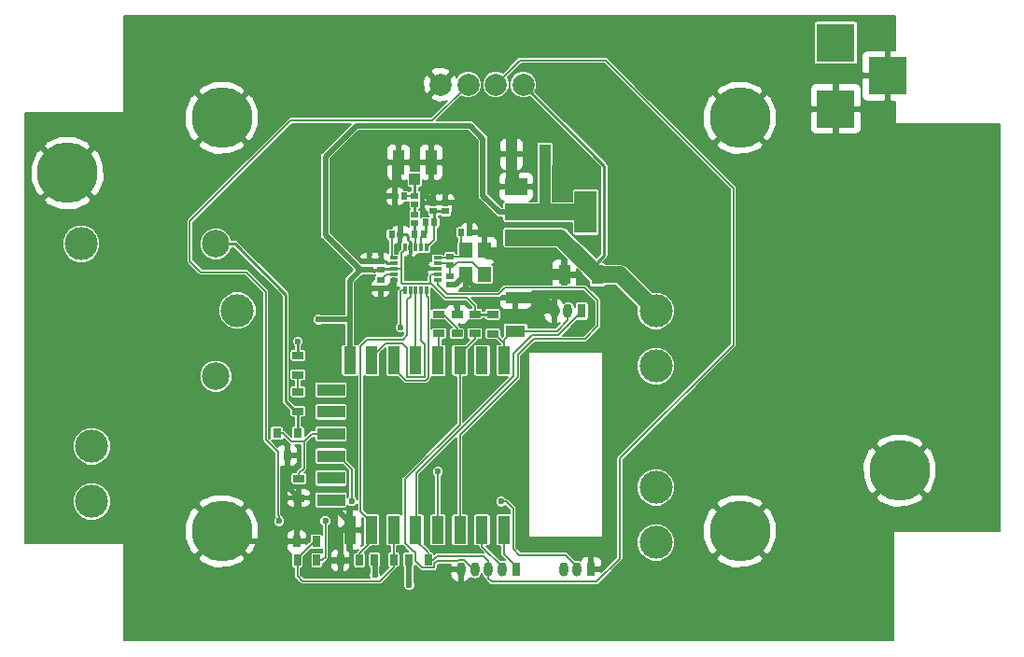
<source format=gtl>
G04 #@! TF.GenerationSoftware,KiCad,Pcbnew,(5.0.0-rc2-dev-347-g62c5a706d)*
G04 #@! TF.CreationDate,2018-11-25T22:16:36+01:00*
G04 #@! TF.ProjectId,NRF24L01,4E524632344C30312E6B696361645F70,rev?*
G04 #@! TF.SameCoordinates,Original*
G04 #@! TF.FileFunction,Copper,L1,Top,Signal*
G04 #@! TF.FilePolarity,Positive*
%FSLAX46Y46*%
G04 Gerber Fmt 4.6, Leading zero omitted, Abs format (unit mm)*
G04 Created by KiCad (PCBNEW (5.0.0-rc2-dev-347-g62c5a706d)) date 11/25/18 22:16:36*
%MOMM*%
%LPD*%
G01*
G04 APERTURE LIST*
%ADD10R,2.500000X1.100000*%
%ADD11R,1.100000X2.500000*%
%ADD12R,0.670000X1.000000*%
%ADD13C,3.000000*%
%ADD14C,2.500000*%
%ADD15R,0.650000X0.575000*%
%ADD16C,2.000000*%
%ADD17R,0.575000X0.650000*%
%ADD18R,1.070000X1.800000*%
%ADD19R,1.800000X1.070000*%
%ADD20R,1.000000X0.670000*%
%ADD21R,1.050000X2.200000*%
%ADD22R,1.000000X1.050000*%
%ADD23R,3.500000X3.500000*%
%ADD24O,0.800000X1.300000*%
%ADD25R,0.800000X1.300000*%
%ADD26C,5.500000*%
%ADD27R,0.800000X0.900000*%
%ADD28R,0.730000X0.300000*%
%ADD29R,0.300000X0.730000*%
%ADD30R,2.000000X1.500000*%
%ADD31R,2.000000X3.800000*%
%ADD32R,1.200000X1.400000*%
%ADD33C,0.600000*%
%ADD34C,0.800000*%
%ADD35C,0.153000*%
%ADD36C,0.250000*%
%ADD37C,0.500000*%
%ADD38C,1.000000*%
%ADD39C,0.152000*%
%ADD40C,1.500000*%
%ADD41C,0.152400*%
G04 APERTURE END LIST*
D10*
X76902327Y-130189087D03*
X76902327Y-128189087D03*
X76902327Y-126189087D03*
X76902327Y-124189087D03*
X76902327Y-122189087D03*
X76902327Y-120189087D03*
D11*
X92602327Y-132899087D03*
X90602327Y-132899087D03*
X88602327Y-132899087D03*
X86602327Y-132899087D03*
X84602327Y-132899087D03*
X82602327Y-132899087D03*
X80602327Y-132899087D03*
X78602327Y-132899087D03*
X78602327Y-117499087D03*
X80602327Y-117499087D03*
X82602327Y-117499087D03*
X84602327Y-117499087D03*
X86602327Y-117499087D03*
X88602327Y-117499087D03*
X90602327Y-117499087D03*
X92602327Y-117499087D03*
D12*
X77750627Y-135650787D03*
X79500627Y-135650787D03*
D13*
X55200000Y-130300000D03*
X55200000Y-125300000D03*
D14*
X66450000Y-106950000D03*
D13*
X54250000Y-106950000D03*
D14*
X66450000Y-118950000D03*
D13*
X68400000Y-113000000D03*
D15*
X87302327Y-103211587D03*
X87302327Y-103986587D03*
X81402327Y-110986587D03*
X81402327Y-110211587D03*
X81402327Y-108511587D03*
X81402327Y-109286587D03*
X80402327Y-108511587D03*
X80402327Y-109286587D03*
D16*
X94350000Y-92500000D03*
X91850000Y-92500000D03*
X89350000Y-92500000D03*
X86850000Y-92500000D03*
D12*
X73858731Y-135645928D03*
X75608731Y-135645928D03*
X73834631Y-133944128D03*
X75584631Y-133944128D03*
D15*
X87706127Y-110650987D03*
X87706127Y-109875987D03*
D17*
X89489827Y-105899087D03*
X88714827Y-105899087D03*
D15*
X86202327Y-103211587D03*
X86202327Y-103986587D03*
X84505727Y-103335787D03*
X84505727Y-102560787D03*
D17*
X83508927Y-102618087D03*
X82733927Y-102618087D03*
D18*
X98075627Y-109742787D03*
X101085627Y-109742787D03*
X93295000Y-98800000D03*
X96305000Y-98800000D03*
D19*
X93637027Y-111831887D03*
X93637027Y-114841887D03*
D20*
X86715527Y-115075487D03*
X86715527Y-113325487D03*
X73901227Y-117059287D03*
X73901227Y-118809287D03*
D13*
X106375127Y-134022287D03*
X106375127Y-129022287D03*
X106375127Y-118022287D03*
X106375127Y-113022287D03*
D21*
X83030727Y-99526887D03*
D22*
X84505727Y-101051887D03*
D21*
X85980727Y-99526887D03*
D23*
X127400000Y-91700000D03*
X122700000Y-94700000D03*
X122700000Y-88700000D03*
D24*
X88698627Y-136488987D03*
X89948627Y-136488987D03*
X91198627Y-136488987D03*
X92448627Y-136488987D03*
D25*
X93698627Y-136488987D03*
X99649527Y-113032087D03*
D24*
X98399527Y-113032087D03*
X97149527Y-113032087D03*
D25*
X100487727Y-136476287D03*
D24*
X99237727Y-136476287D03*
X97987727Y-136476287D03*
D17*
X84514827Y-106099087D03*
X85289827Y-106099087D03*
X86289827Y-104999087D03*
X85514827Y-104999087D03*
D15*
X84502327Y-104311587D03*
X84502327Y-105086587D03*
D26*
X67000000Y-133000000D03*
X53000000Y-100500000D03*
X128500000Y-127500000D03*
X114000000Y-95500000D03*
X114000000Y-133000000D03*
X67000000Y-95500000D03*
D27*
X72948727Y-126135187D03*
X71998727Y-124135187D03*
X73898727Y-124135187D03*
D15*
X87702327Y-108886587D03*
X87702327Y-108111587D03*
D17*
X82414827Y-106099087D03*
X83189827Y-106099087D03*
D20*
X89954027Y-115075487D03*
X89954027Y-113325487D03*
X88341127Y-113326787D03*
X88341127Y-115076787D03*
X91579627Y-115088187D03*
X91579627Y-113338187D03*
D12*
X82599427Y-135599987D03*
X80849427Y-135599987D03*
X85710927Y-135599987D03*
X83960927Y-135599987D03*
D20*
X73901227Y-122123987D03*
X73901227Y-120373987D03*
X73990127Y-129985287D03*
X73990127Y-128235287D03*
D28*
X82637327Y-110199087D03*
X82637327Y-109699087D03*
X82637327Y-109199087D03*
X82637327Y-108699087D03*
X82637327Y-108199087D03*
D29*
X83602327Y-107234087D03*
X84102327Y-107234087D03*
X84602327Y-107234087D03*
X85102327Y-107234087D03*
X85602327Y-107234087D03*
D28*
X86567327Y-108199087D03*
X86567327Y-108699087D03*
X86567327Y-109199087D03*
X86567327Y-109699087D03*
X86567327Y-110199087D03*
D29*
X85602327Y-111164087D03*
X85102327Y-111164087D03*
X84602327Y-111164087D03*
X84102327Y-111164087D03*
X83602327Y-111164087D03*
D30*
X93712827Y-101765887D03*
X93712827Y-106365887D03*
X93712827Y-104065887D03*
D31*
X100012827Y-104065887D03*
D32*
X89152327Y-109699087D03*
X89152327Y-107499087D03*
X90852327Y-107499087D03*
X90852327Y-109699087D03*
D33*
X80402327Y-107100000D03*
X80400000Y-103400000D03*
X87073113Y-99526887D03*
X92212827Y-101765887D03*
X90900000Y-105900000D03*
X81402327Y-111697673D03*
D34*
X93295000Y-96900000D03*
D33*
X87200000Y-105000000D03*
X82733927Y-101400000D03*
X85500000Y-102500000D03*
X83189827Y-104900000D03*
D34*
X94600000Y-109742787D03*
D33*
X88300000Y-112528010D03*
X85600000Y-108200000D03*
X84077328Y-108200000D03*
X84077328Y-109777328D03*
X84000000Y-137900000D03*
X80900000Y-137000000D03*
X75800000Y-113800000D03*
X73900000Y-115800000D03*
X92341627Y-130304087D03*
X78800000Y-130300000D03*
X86600000Y-127600000D03*
X83200000Y-114544225D03*
X76400000Y-132100000D03*
X72200000Y-132100000D03*
D35*
X87702327Y-108886587D02*
X87702327Y-109872187D01*
X87702327Y-109872187D02*
X87706127Y-109875987D01*
X90852327Y-109699087D02*
X90852327Y-109688587D01*
X90852327Y-109688587D02*
X89763527Y-108599787D01*
X89763527Y-108599787D02*
X88391927Y-108599787D01*
X88391927Y-108599787D02*
X88105127Y-108886587D01*
X88105127Y-108886587D02*
X87702327Y-108886587D01*
X86567327Y-108699087D02*
X87514827Y-108699087D01*
X87514827Y-108699087D02*
X87702327Y-108886587D01*
D36*
X80402327Y-108511587D02*
X80402327Y-107100000D01*
X80402327Y-107100000D02*
X80402327Y-103402327D01*
X80402327Y-103402327D02*
X80400000Y-103400000D01*
D37*
X85980727Y-99526887D02*
X87073113Y-99526887D01*
X92178714Y-101800000D02*
X92212827Y-101765887D01*
X93712827Y-101765887D02*
X92212827Y-101765887D01*
X90900000Y-106251414D02*
X90900000Y-105900000D01*
X90852327Y-107499087D02*
X90852327Y-106299087D01*
X90852327Y-106299087D02*
X90900000Y-106251414D01*
X81402327Y-110986587D02*
X81402327Y-111697673D01*
D38*
X93300000Y-96895000D02*
X93295000Y-96900000D01*
X93295000Y-98800000D02*
X93295000Y-96900000D01*
X93295000Y-98800000D02*
X93295000Y-101348060D01*
X93295000Y-101348060D02*
X93712827Y-101765887D01*
D37*
X87475912Y-104724088D02*
X87200000Y-105000000D01*
X87987328Y-104724088D02*
X87475912Y-104724088D01*
X87949829Y-103211587D02*
X88077328Y-103339086D01*
X87302327Y-103211587D02*
X87949829Y-103211587D01*
X88077328Y-103339086D02*
X88077328Y-104634088D01*
X88077328Y-104634088D02*
X87987328Y-104724088D01*
X82733927Y-99823687D02*
X82733927Y-101400000D01*
X82733927Y-101400000D02*
X82733927Y-102618087D01*
X86202327Y-103202327D02*
X85500000Y-102500000D01*
X86202327Y-103211587D02*
X86202327Y-103202327D01*
X83189827Y-103898987D02*
X83189827Y-104900000D01*
X83189827Y-104900000D02*
X83189827Y-105274087D01*
D38*
X93642787Y-109742787D02*
X94600000Y-109742787D01*
X94600000Y-109742787D02*
X98075627Y-109742787D01*
D37*
X88341127Y-112569137D02*
X88300000Y-112528010D01*
X88341127Y-113326787D02*
X88341127Y-112569137D01*
D36*
X85952327Y-109199087D02*
X85600000Y-108846760D01*
X85600000Y-108846760D02*
X85600000Y-108200000D01*
X84643013Y-108200000D02*
X85600000Y-108200000D01*
X84077328Y-108200000D02*
X84643013Y-108200000D01*
X84077328Y-106777328D02*
X84077328Y-108100000D01*
X84077328Y-108100000D02*
X84077328Y-109139764D01*
X84077328Y-108100000D02*
X84077328Y-108200000D01*
X84077328Y-109139764D02*
X84077328Y-109777328D01*
D37*
X77653239Y-131249999D02*
X73984630Y-131249999D01*
X78602327Y-132199087D02*
X77653239Y-131249999D01*
X73984630Y-131249999D02*
X73834631Y-131100000D01*
X73834631Y-133944128D02*
X73834631Y-131100000D01*
X73834631Y-131100000D02*
X73834631Y-130140783D01*
X77750627Y-135650787D02*
X77750627Y-133050787D01*
X77750627Y-133050787D02*
X78602327Y-132199087D01*
X73834631Y-130140783D02*
X73990127Y-129985287D01*
X73990127Y-129985287D02*
X72948727Y-128943887D01*
X72948727Y-128943887D02*
X72948727Y-126135187D01*
X73834631Y-133944128D02*
X67944128Y-133944128D01*
X67944128Y-133944128D02*
X67000000Y-133000000D01*
X85980727Y-99526887D02*
X83030727Y-99526887D01*
X83030727Y-99526887D02*
X82733927Y-99823687D01*
X82733927Y-102618087D02*
X82733927Y-103443087D01*
X82733927Y-103443087D02*
X83189827Y-103898987D01*
X83189827Y-105274087D02*
X83189827Y-106099087D01*
D39*
X83902326Y-106544086D02*
X83902326Y-106602326D01*
X83902326Y-106602326D02*
X84102327Y-106802327D01*
D36*
X83902326Y-106274086D02*
X83902326Y-106544086D01*
X83189827Y-106099087D02*
X83727327Y-106099087D01*
X83727327Y-106099087D02*
X83902326Y-106274086D01*
X84102327Y-107234087D02*
X84102327Y-106802327D01*
X84102327Y-106802327D02*
X84077328Y-106777328D01*
X84102327Y-107234087D02*
X84102327Y-107849087D01*
X85952327Y-109199087D02*
X86567327Y-109199087D01*
X81402327Y-110986587D02*
X81849827Y-110986587D01*
X81849827Y-110986587D02*
X82637327Y-110199087D01*
X81402327Y-108511587D02*
X80402327Y-108511587D01*
X82637327Y-108699087D02*
X82022327Y-108699087D01*
X82022327Y-108699087D02*
X81834827Y-108511587D01*
X81834827Y-108511587D02*
X81402327Y-108511587D01*
D37*
X89152327Y-109699087D02*
X89152327Y-110109089D01*
X89152327Y-110109089D02*
X89892326Y-110849088D01*
X89892326Y-110849088D02*
X92007022Y-110849088D01*
X92007022Y-110849088D02*
X93113323Y-109742787D01*
X93113323Y-109742787D02*
X93642787Y-109742787D01*
X87706127Y-110650987D02*
X88200427Y-110650987D01*
X88200427Y-110650987D02*
X89152327Y-109699087D01*
D38*
X91715888Y-107815888D02*
X93642787Y-109742787D01*
X90852327Y-107499087D02*
X91169128Y-107815888D01*
X91169128Y-107815888D02*
X91715888Y-107815888D01*
X93637027Y-111831887D02*
X95949327Y-111831887D01*
X95949327Y-111831887D02*
X97149527Y-113032087D01*
D35*
X88714827Y-105899087D02*
X88714827Y-107061587D01*
X88714827Y-107061587D02*
X89152327Y-107499087D01*
X87702327Y-108111587D02*
X88539827Y-108111587D01*
X88539827Y-108111587D02*
X89152327Y-107499087D01*
X86567327Y-108199087D02*
X87614827Y-108199087D01*
X87614827Y-108199087D02*
X87702327Y-108111587D01*
X86289827Y-104999087D02*
X86289827Y-106546587D01*
X86289827Y-106546587D02*
X85602327Y-107234087D01*
D36*
X86289827Y-104999087D02*
X86289827Y-104074087D01*
X86289827Y-104074087D02*
X86377327Y-103986587D01*
X86377327Y-103986587D02*
X87302327Y-103986587D01*
X84502327Y-104311587D02*
X84502327Y-103339187D01*
D37*
X84502327Y-103339187D02*
X84505727Y-103335787D01*
D35*
X84505727Y-102560787D02*
X83566227Y-102560787D01*
X83566227Y-102560787D02*
X83508927Y-102618087D01*
D36*
X84505727Y-102560787D02*
X84505727Y-101051887D01*
D35*
X82637327Y-109699087D02*
X81952327Y-109699087D01*
X81952327Y-109699087D02*
X81439827Y-110211587D01*
X81439827Y-110211587D02*
X81402327Y-110211587D01*
X83302327Y-109200000D02*
X83302327Y-110099087D01*
X83302327Y-109049087D02*
X83302327Y-109200000D01*
X82637327Y-109199087D02*
X83301414Y-109199087D01*
X83301414Y-109199087D02*
X83302327Y-109200000D01*
D39*
X85971108Y-110523086D02*
X87300031Y-111852010D01*
X85876914Y-110523086D02*
X85971108Y-110523086D01*
X87300031Y-111852010D02*
X89252010Y-111852010D01*
X89252010Y-111852010D02*
X89954027Y-112554027D01*
X89954027Y-112554027D02*
X89954027Y-113325487D01*
D35*
X83727326Y-110523086D02*
X83727326Y-110524086D01*
D39*
X83302327Y-110099087D02*
X83302327Y-110452285D01*
X83302327Y-110452285D02*
X83373128Y-110523086D01*
D35*
X83373128Y-110523086D02*
X83727326Y-110523086D01*
X83727326Y-110524086D02*
X85232326Y-110523086D01*
D39*
X85926326Y-109828286D02*
X85926326Y-110473674D01*
X85926326Y-110473674D02*
X85876914Y-110523086D01*
D35*
X85876914Y-110523086D02*
X85232326Y-110523086D01*
D39*
X86567327Y-109699087D02*
X86055525Y-109699087D01*
X86055525Y-109699087D02*
X85926326Y-109828286D01*
D37*
X78602327Y-113800000D02*
X78602327Y-118199087D01*
X78602327Y-110261587D02*
X78602327Y-113800000D01*
X75800000Y-113800000D02*
X78602327Y-113800000D01*
X79577327Y-109286587D02*
X78602327Y-110261587D01*
X76400000Y-99043890D02*
X76400000Y-106109260D01*
X76400000Y-106109260D02*
X79577327Y-109286587D01*
X79577327Y-109286587D02*
X80402327Y-109286587D01*
X79217880Y-96226010D02*
X76400000Y-99043890D01*
X90700000Y-97400000D02*
X89526010Y-96226010D01*
X89526010Y-96226010D02*
X79217880Y-96226010D01*
X90700000Y-102553060D02*
X90700000Y-97400000D01*
X93712827Y-104065887D02*
X92212827Y-104065887D01*
X92212827Y-104065887D02*
X90700000Y-102553060D01*
D40*
X96200000Y-104065887D02*
X100012827Y-104065887D01*
X93712827Y-104065887D02*
X96200000Y-104065887D01*
D38*
X96305000Y-98800000D02*
X96305000Y-103960887D01*
X96305000Y-103960887D02*
X96200000Y-104065887D01*
D37*
X80900000Y-137000000D02*
X80900000Y-135650560D01*
X80900000Y-135650560D02*
X80849427Y-135599987D01*
X83960927Y-135599987D02*
X83960927Y-137860927D01*
X83960927Y-137860927D02*
X84000000Y-137900000D01*
D36*
X89954027Y-113325487D02*
X91566927Y-113325487D01*
X91566927Y-113325487D02*
X91579627Y-113338187D01*
X80402327Y-109286587D02*
X80902327Y-109286587D01*
X80902327Y-109286587D02*
X81402327Y-109286587D01*
X80902327Y-109286587D02*
X80752326Y-109436588D01*
D35*
X83302327Y-107749087D02*
X83302327Y-109049087D01*
X83602327Y-107234087D02*
X83602327Y-107449087D01*
X83602327Y-107449087D02*
X83302327Y-107749087D01*
D36*
X82637327Y-109199087D02*
X81489827Y-109199087D01*
X81489827Y-109199087D02*
X81402327Y-109286587D01*
X73900000Y-115800000D02*
X73901227Y-116474287D01*
X73901227Y-116474287D02*
X73901227Y-117059287D01*
X101700000Y-107978414D02*
X101700000Y-99850000D01*
X101700000Y-99850000D02*
X94350000Y-92500000D01*
X101085627Y-109742787D02*
X101085627Y-108592787D01*
X101085627Y-108592787D02*
X101700000Y-107978414D01*
D40*
X101085627Y-109742787D02*
X103095627Y-109742787D01*
X103095627Y-109742787D02*
X106375127Y-113022287D01*
X93712827Y-106365887D02*
X97708727Y-106365887D01*
X97708727Y-106365887D02*
X101085627Y-109742787D01*
D39*
X98399527Y-113032087D02*
X98399527Y-113834087D01*
X98399527Y-113834087D02*
X97391727Y-114841887D01*
X97391727Y-114841887D02*
X94689027Y-114841887D01*
X94689027Y-114841887D02*
X93637027Y-114841887D01*
X93414727Y-114841887D02*
X92602327Y-115654287D01*
X92602327Y-115654287D02*
X92602327Y-115945887D01*
X93637027Y-114841887D02*
X93414727Y-114841887D01*
D35*
X92602327Y-118199087D02*
X92602327Y-115945887D01*
D39*
X92602327Y-115945887D02*
X91744627Y-115088187D01*
X91744627Y-115088187D02*
X91579627Y-115088187D01*
X86715527Y-115075487D02*
X86715527Y-118085887D01*
X86715527Y-118085887D02*
X86602327Y-118199087D01*
X88341127Y-115076787D02*
X88341127Y-114589787D01*
X88341127Y-114589787D02*
X87076827Y-113325487D01*
X87076827Y-113325487D02*
X86715527Y-113325487D01*
X73901227Y-120373987D02*
X73901227Y-118809287D01*
D35*
X92602327Y-132199087D02*
X92602327Y-135142687D01*
X92602327Y-135142687D02*
X93698627Y-136238987D01*
X93698627Y-136238987D02*
X93698627Y-136488987D01*
X90602327Y-132199087D02*
X90602327Y-134392687D01*
X90602327Y-134392687D02*
X92448627Y-136238987D01*
X92448627Y-136238987D02*
X92448627Y-136488987D01*
X85710927Y-135599987D02*
X85710927Y-134946987D01*
X85710927Y-134946987D02*
X84602327Y-133838387D01*
X84602327Y-133838387D02*
X84602327Y-132199087D01*
X86198927Y-135599987D02*
X85710927Y-135599987D01*
X91198627Y-136488987D02*
X91198627Y-137291987D01*
X91198627Y-137291987D02*
X91506640Y-137600000D01*
X91506640Y-137600000D02*
X101000000Y-137600000D01*
X91198627Y-136488987D02*
X91198627Y-135685987D01*
X91198627Y-135685987D02*
X90770107Y-135257467D01*
X90770107Y-135257467D02*
X86541447Y-135257467D01*
X86541447Y-135257467D02*
X86198927Y-135599987D01*
X103100000Y-126400000D02*
X113400000Y-116100000D01*
X103100000Y-135500000D02*
X103100000Y-126400000D01*
X101000000Y-137600000D02*
X103100000Y-135500000D01*
X113400000Y-116100000D02*
X113400000Y-101900000D01*
X113400000Y-101900000D02*
X101800000Y-90300000D01*
X101800000Y-90300000D02*
X94050000Y-90300000D01*
X94050000Y-90300000D02*
X91850000Y-92500000D01*
D39*
X93484627Y-118913589D02*
X84620027Y-127778189D01*
X93484627Y-116880187D02*
X93484627Y-118913589D01*
X95148327Y-115216487D02*
X93484627Y-116880187D01*
X99649527Y-113081902D02*
X97514942Y-115216487D01*
X97514942Y-115216487D02*
X95148327Y-115216487D01*
X99649527Y-113032087D02*
X99649527Y-113081902D01*
X84620027Y-127778189D02*
X84620027Y-132181387D01*
X84620027Y-132181387D02*
X84602327Y-132199087D01*
D35*
X89948627Y-136488987D02*
X89838888Y-136488987D01*
X89838888Y-136488987D02*
X88959378Y-135609477D01*
X86229528Y-136329488D02*
X85192326Y-136329488D01*
X88959378Y-135609477D02*
X88437876Y-135609477D01*
X84525428Y-135662590D02*
X84525428Y-134916386D01*
X88437876Y-135609477D02*
X88347353Y-135700000D01*
X88347353Y-135700000D02*
X86531676Y-135700000D01*
X86531676Y-135700000D02*
X86275428Y-135956248D01*
X86275428Y-136283588D02*
X86229528Y-136329488D01*
X86275428Y-135956248D02*
X86275428Y-136283588D01*
X83616727Y-134126589D02*
X83616727Y-128283673D01*
X85192326Y-136329488D02*
X84525428Y-135662590D01*
X84525428Y-134916386D02*
X84479528Y-134870486D01*
X84479528Y-134870486D02*
X84360624Y-134870486D01*
X84360624Y-134870486D02*
X83616727Y-134126589D01*
D39*
X88602327Y-118199087D02*
X88602327Y-123298073D01*
X88602327Y-123298073D02*
X83616727Y-128283673D01*
X89954027Y-115075487D02*
X89954027Y-115562487D01*
X89954027Y-115562487D02*
X88602327Y-116914187D01*
X88602327Y-116914187D02*
X88602327Y-118199087D01*
D35*
X93428328Y-134628328D02*
X94000000Y-135200000D01*
X93428328Y-130966524D02*
X93428328Y-134628328D01*
X99237727Y-136226287D02*
X98211440Y-135200000D01*
X99237727Y-136476287D02*
X99237727Y-136226287D01*
X92765891Y-130304087D02*
X93428328Y-130966524D01*
X92341627Y-130304087D02*
X92765891Y-130304087D01*
X94000000Y-135200000D02*
X98211440Y-135200000D01*
D39*
X78800000Y-129734315D02*
X78800000Y-130300000D01*
X77602327Y-126189087D02*
X78800000Y-127386760D01*
D35*
X78800000Y-129500000D02*
X78800000Y-129734315D01*
D39*
X78800000Y-127386760D02*
X78800000Y-129500000D01*
X99237727Y-136476287D02*
X99193749Y-136476287D01*
D36*
X85514827Y-104999087D02*
X85514827Y-105874087D01*
X85514827Y-105874087D02*
X85289827Y-106099087D01*
D35*
X85102327Y-107234087D02*
X85102327Y-106286587D01*
X85102327Y-106286587D02*
X85289827Y-106099087D01*
D36*
X84514827Y-106099087D02*
X84514827Y-105099087D01*
D37*
X84514827Y-105099087D02*
X84502327Y-105086587D01*
D35*
X84602327Y-107234087D02*
X84602327Y-106186587D01*
X84602327Y-106186587D02*
X84514827Y-106099087D01*
D39*
X73990127Y-128235287D02*
X73990127Y-127748287D01*
X73990127Y-127748287D02*
X74447327Y-127291087D01*
X74447327Y-127291087D02*
X74447327Y-124868487D01*
X74447327Y-124868487D02*
X75126727Y-124189087D01*
X75126727Y-124189087D02*
X77602327Y-124189087D01*
X73284027Y-124868487D02*
X74447327Y-124868487D01*
X71998727Y-124135187D02*
X72550727Y-124135187D01*
X72550727Y-124135187D02*
X73284027Y-124868487D01*
D35*
X82414827Y-107976587D02*
X82637327Y-108199087D01*
X82414827Y-106099087D02*
X82414827Y-107976587D01*
X83800000Y-115249114D02*
X83800000Y-112000000D01*
X83438927Y-115610187D02*
X83800000Y-115249114D01*
X83800000Y-112000000D02*
X84102327Y-111697673D01*
X84102327Y-111697673D02*
X84102327Y-111164087D01*
D39*
X79590827Y-118784389D02*
X79590827Y-116213785D01*
X80194425Y-115610187D02*
X83438927Y-115610187D01*
X79590827Y-116213785D02*
X80194425Y-115610187D01*
D35*
X79590827Y-131187587D02*
X79590827Y-118784389D01*
X80602327Y-132199087D02*
X79590827Y-131187587D01*
X79500627Y-135650787D02*
X79500627Y-134997787D01*
X79500627Y-134997787D02*
X80602327Y-133896087D01*
X80602327Y-133896087D02*
X80602327Y-132199087D01*
D39*
X80602327Y-133897087D02*
X80602327Y-132199087D01*
D35*
X83200000Y-114544225D02*
X83200000Y-111263414D01*
X83200000Y-111263414D02*
X83299327Y-111164087D01*
X83299327Y-111164087D02*
X83602327Y-111164087D01*
X86600000Y-127600000D02*
X86600000Y-132196760D01*
D39*
X86600000Y-132196760D02*
X86602327Y-132199087D01*
D35*
X84602327Y-118199087D02*
X84602327Y-114215038D01*
X84602327Y-114215038D02*
X84602327Y-111164087D01*
D39*
X85427828Y-116050188D02*
X85428328Y-116050188D01*
X85428328Y-118969888D02*
X85427828Y-116050188D01*
D35*
X85102327Y-111164087D02*
X85102327Y-115724687D01*
X85102327Y-115724687D02*
X85427828Y-116050188D01*
D39*
X83373128Y-115973086D02*
X83776326Y-116376284D01*
X81831526Y-115973086D02*
X83373128Y-115973086D01*
X80602327Y-117202285D02*
X81831526Y-115973086D01*
X80602327Y-118199087D02*
X80602327Y-117202285D01*
X83776326Y-116376284D02*
X83776326Y-118969888D01*
X83776326Y-118969888D02*
X83831526Y-119025088D01*
X83831526Y-119025088D02*
X85373128Y-119025088D01*
X85373128Y-119025088D02*
X85428328Y-118969888D01*
D35*
X82602327Y-118199087D02*
X82602327Y-118227945D01*
X82602327Y-118227945D02*
X83704980Y-119330598D01*
X83704980Y-119330598D02*
X85499674Y-119330598D01*
X85499674Y-119330598D02*
X85733838Y-119096434D01*
X85733838Y-119096434D02*
X85733838Y-111813598D01*
X85733838Y-111813598D02*
X85602327Y-111682087D01*
X85602327Y-111682087D02*
X85602327Y-111164087D01*
D39*
X82602327Y-118293706D02*
X82602327Y-118199087D01*
X99918788Y-110918788D02*
X92681212Y-110918788D01*
X92681212Y-110918788D02*
X92100000Y-111500000D01*
X99931503Y-115568497D02*
X101100000Y-114400000D01*
X95294133Y-115568497D02*
X99931503Y-115568497D01*
X93836637Y-117025993D02*
X95294133Y-115568497D01*
X93836637Y-119059396D02*
X93836637Y-117025993D01*
X88602327Y-132199087D02*
X88602327Y-124293705D01*
X88602327Y-124293705D02*
X93836637Y-119059396D01*
X86567327Y-110621489D02*
X86567327Y-110501087D01*
X101100000Y-114400000D02*
X101100000Y-112100000D01*
X92100000Y-111500000D02*
X87445838Y-111500000D01*
X101100000Y-112100000D02*
X99918788Y-110918788D01*
X87445838Y-111500000D02*
X86567327Y-110621489D01*
X86567327Y-110501087D02*
X86567327Y-110199087D01*
D36*
X72800000Y-111532234D02*
X72800000Y-121187760D01*
X72800000Y-121187760D02*
X73736227Y-122123987D01*
X73736227Y-122123987D02*
X73901227Y-122123987D01*
X66450000Y-106950000D02*
X68217766Y-106950000D01*
X68217766Y-106950000D02*
X72800000Y-111532234D01*
X73901227Y-122123987D02*
X73901227Y-124132687D01*
X73901227Y-124132687D02*
X73898727Y-124135187D01*
D35*
X73858731Y-135645928D02*
X73858731Y-135480928D01*
X73858731Y-135480928D02*
X75395531Y-133944128D01*
X75395531Y-133944128D02*
X75584631Y-133944128D01*
X73858731Y-137058731D02*
X73858731Y-135645928D01*
X74329501Y-137529501D02*
X73858731Y-137058731D01*
X82599427Y-136252987D02*
X81322913Y-137529501D01*
X82599427Y-135599987D02*
X82599427Y-136252987D01*
X81322913Y-137529501D02*
X74329501Y-137529501D01*
X82602327Y-132199087D02*
X82599427Y-132201987D01*
X82599427Y-132201987D02*
X82599427Y-135599987D01*
X65100000Y-109500000D02*
X69200000Y-109500000D01*
X64100000Y-104900000D02*
X64100000Y-108500000D01*
X64100000Y-108500000D02*
X65100000Y-109500000D01*
X71000000Y-111300000D02*
X71000000Y-124700000D01*
X73253500Y-95746500D02*
X64100000Y-104900000D01*
X86103500Y-95746500D02*
X73253500Y-95746500D01*
X89350000Y-92500000D02*
X86103500Y-95746500D01*
X69200000Y-109500000D02*
X71000000Y-111300000D01*
X71000000Y-124700000D02*
X72100000Y-125800000D01*
X72100000Y-125800000D02*
X72100000Y-131575736D01*
X72100000Y-131575736D02*
X72200000Y-131675736D01*
X72200000Y-131675736D02*
X72200000Y-131800000D01*
X72200000Y-131800000D02*
X72200000Y-132100000D01*
X76400000Y-132700000D02*
X76400000Y-132100000D01*
X75608731Y-135645928D02*
X76096731Y-135645928D01*
X76096731Y-135645928D02*
X76400000Y-135342659D01*
X76400000Y-135342659D02*
X76400000Y-132700000D01*
D41*
G36*
X128123800Y-89365800D02*
X127723850Y-89365800D01*
X127577800Y-89511850D01*
X127577800Y-91522200D01*
X127597800Y-91522200D01*
X127597800Y-91877800D01*
X127577800Y-91877800D01*
X127577800Y-93888150D01*
X127723850Y-94034200D01*
X128123800Y-94034200D01*
X128123800Y-96000000D01*
X128129600Y-96029160D01*
X128146118Y-96053882D01*
X128170840Y-96070400D01*
X128200000Y-96076200D01*
X137523800Y-96076200D01*
X137523800Y-133023800D01*
X128000000Y-133023800D01*
X127970840Y-133029600D01*
X127946118Y-133046118D01*
X127929600Y-133070840D01*
X127923800Y-133100000D01*
X127923800Y-142923800D01*
X58176200Y-142923800D01*
X58176200Y-135422837D01*
X64828610Y-135422837D01*
X65148390Y-135851014D01*
X66380372Y-136342574D01*
X67706685Y-136325257D01*
X68851610Y-135851014D01*
X69171390Y-135422837D01*
X67000000Y-133251447D01*
X64828610Y-135422837D01*
X58176200Y-135422837D01*
X58176200Y-134200000D01*
X58170400Y-134170840D01*
X58153882Y-134146118D01*
X58129160Y-134129600D01*
X58100000Y-134123800D01*
X49176200Y-134123800D01*
X49176200Y-132380372D01*
X63657426Y-132380372D01*
X63674743Y-133706685D01*
X64148986Y-134851610D01*
X64577163Y-135171390D01*
X66748553Y-133000000D01*
X67251447Y-133000000D01*
X69422837Y-135171390D01*
X69851014Y-134851610D01*
X70342574Y-133619628D01*
X70338766Y-133327924D01*
X72915431Y-133327924D01*
X72915431Y-133620278D01*
X73061481Y-133766328D01*
X73667131Y-133766328D01*
X73667131Y-133005978D01*
X74002131Y-133005978D01*
X74002131Y-133766328D01*
X74607781Y-133766328D01*
X74753831Y-133620278D01*
X74753831Y-133327924D01*
X74664892Y-133113206D01*
X74500554Y-132948867D01*
X74285836Y-132859928D01*
X74148181Y-132859928D01*
X74002131Y-133005978D01*
X73667131Y-133005978D01*
X73521081Y-132859928D01*
X73383426Y-132859928D01*
X73168708Y-132948867D01*
X73004370Y-133113206D01*
X72915431Y-133327924D01*
X70338766Y-133327924D01*
X70325257Y-132293315D01*
X69851014Y-131148390D01*
X69422837Y-130828610D01*
X67251447Y-133000000D01*
X66748553Y-133000000D01*
X64577163Y-130828610D01*
X64148986Y-131148390D01*
X63657426Y-132380372D01*
X49176200Y-132380372D01*
X49176200Y-129956041D01*
X53470800Y-129956041D01*
X53470800Y-130643959D01*
X53734055Y-131279513D01*
X54220487Y-131765945D01*
X54856041Y-132029200D01*
X55543959Y-132029200D01*
X56179513Y-131765945D01*
X56665945Y-131279513D01*
X56929200Y-130643959D01*
X56929200Y-130577163D01*
X64828610Y-130577163D01*
X67000000Y-132748553D01*
X69171390Y-130577163D01*
X68851610Y-130148986D01*
X67619628Y-129657426D01*
X66293315Y-129674743D01*
X65148390Y-130148986D01*
X64828610Y-130577163D01*
X56929200Y-130577163D01*
X56929200Y-129956041D01*
X56665945Y-129320487D01*
X56179513Y-128834055D01*
X55543959Y-128570800D01*
X54856041Y-128570800D01*
X54220487Y-128834055D01*
X53734055Y-129320487D01*
X53470800Y-129956041D01*
X49176200Y-129956041D01*
X49176200Y-124956041D01*
X53470800Y-124956041D01*
X53470800Y-125643959D01*
X53734055Y-126279513D01*
X54220487Y-126765945D01*
X54856041Y-127029200D01*
X55543959Y-127029200D01*
X56179513Y-126765945D01*
X56665945Y-126279513D01*
X56929200Y-125643959D01*
X56929200Y-124956041D01*
X56665945Y-124320487D01*
X56179513Y-123834055D01*
X55543959Y-123570800D01*
X54856041Y-123570800D01*
X54220487Y-123834055D01*
X53734055Y-124320487D01*
X53470800Y-124956041D01*
X49176200Y-124956041D01*
X49176200Y-118655769D01*
X64970800Y-118655769D01*
X64970800Y-119244231D01*
X65195995Y-119787899D01*
X65612101Y-120204005D01*
X66155769Y-120429200D01*
X66744231Y-120429200D01*
X67287899Y-120204005D01*
X67704005Y-119787899D01*
X67929200Y-119244231D01*
X67929200Y-118655769D01*
X67704005Y-118112101D01*
X67287899Y-117695995D01*
X66744231Y-117470800D01*
X66155769Y-117470800D01*
X65612101Y-117695995D01*
X65195995Y-118112101D01*
X64970800Y-118655769D01*
X49176200Y-118655769D01*
X49176200Y-112656041D01*
X66670800Y-112656041D01*
X66670800Y-113343959D01*
X66934055Y-113979513D01*
X67420487Y-114465945D01*
X68056041Y-114729200D01*
X68743959Y-114729200D01*
X69379513Y-114465945D01*
X69865945Y-113979513D01*
X70129200Y-113343959D01*
X70129200Y-112656041D01*
X69865945Y-112020487D01*
X69379513Y-111534055D01*
X68743959Y-111270800D01*
X68056041Y-111270800D01*
X67420487Y-111534055D01*
X66934055Y-112020487D01*
X66670800Y-112656041D01*
X49176200Y-112656041D01*
X49176200Y-106606041D01*
X52520800Y-106606041D01*
X52520800Y-107293959D01*
X52784055Y-107929513D01*
X53270487Y-108415945D01*
X53906041Y-108679200D01*
X54593959Y-108679200D01*
X55229513Y-108415945D01*
X55715945Y-107929513D01*
X55979200Y-107293959D01*
X55979200Y-106606041D01*
X55715945Y-105970487D01*
X55229513Y-105484055D01*
X54593959Y-105220800D01*
X53906041Y-105220800D01*
X53270487Y-105484055D01*
X52784055Y-105970487D01*
X52520800Y-106606041D01*
X49176200Y-106606041D01*
X49176200Y-104900000D01*
X63788312Y-104900000D01*
X63794300Y-104930104D01*
X63794301Y-108469892D01*
X63788312Y-108500000D01*
X63794301Y-108530109D01*
X63804777Y-108582777D01*
X63812038Y-108619278D01*
X63862548Y-108694872D01*
X63862550Y-108694874D01*
X63879604Y-108720397D01*
X63905127Y-108737451D01*
X64862549Y-109694874D01*
X64879603Y-109720397D01*
X64905126Y-109737451D01*
X64905128Y-109737453D01*
X64979635Y-109787237D01*
X64980722Y-109787963D01*
X65069891Y-109805700D01*
X65069895Y-109805700D01*
X65100000Y-109811688D01*
X65130105Y-109805700D01*
X69073376Y-109805700D01*
X70694300Y-111426625D01*
X70694301Y-124669891D01*
X70688312Y-124700000D01*
X70712038Y-124819278D01*
X70762548Y-124894872D01*
X70762550Y-124894874D01*
X70779604Y-124920397D01*
X70805127Y-124937451D01*
X71794300Y-125926625D01*
X71794301Y-131545627D01*
X71788312Y-131575736D01*
X71794301Y-131605845D01*
X71803356Y-131651366D01*
X71812038Y-131695014D01*
X71829881Y-131721717D01*
X71751366Y-131800232D01*
X71670800Y-131994736D01*
X71670800Y-132205264D01*
X71751366Y-132399768D01*
X71900232Y-132548634D01*
X72094736Y-132629200D01*
X72305264Y-132629200D01*
X72499768Y-132548634D01*
X72648634Y-132399768D01*
X72729200Y-132205264D01*
X72729200Y-131994736D01*
X72648634Y-131800232D01*
X72508597Y-131660195D01*
X72505700Y-131645632D01*
X72505700Y-131645627D01*
X72487963Y-131556458D01*
X72472210Y-131532882D01*
X77468127Y-131532882D01*
X77468127Y-132575237D01*
X77614177Y-132721287D01*
X78424527Y-132721287D01*
X78424527Y-131210937D01*
X78278477Y-131064887D01*
X77936123Y-131064887D01*
X77721405Y-131153826D01*
X77557066Y-131318164D01*
X77468127Y-131532882D01*
X72472210Y-131532882D01*
X72420397Y-131455339D01*
X72405700Y-131445519D01*
X72405700Y-130298837D01*
X72905927Y-130298837D01*
X72905927Y-130436492D01*
X72994866Y-130651210D01*
X73159205Y-130815548D01*
X73373923Y-130904487D01*
X73666277Y-130904487D01*
X73812327Y-130758437D01*
X73812327Y-130152787D01*
X74167927Y-130152787D01*
X74167927Y-130758437D01*
X74313977Y-130904487D01*
X74606331Y-130904487D01*
X74821049Y-130815548D01*
X74985388Y-130651210D01*
X75074327Y-130436492D01*
X75074327Y-130298837D01*
X74928277Y-130152787D01*
X74167927Y-130152787D01*
X73812327Y-130152787D01*
X73051977Y-130152787D01*
X72905927Y-130298837D01*
X72405700Y-130298837D01*
X72405700Y-129534082D01*
X72905927Y-129534082D01*
X72905927Y-129671737D01*
X73051977Y-129817787D01*
X73812327Y-129817787D01*
X73812327Y-129212137D01*
X74167927Y-129212137D01*
X74167927Y-129817787D01*
X74928277Y-129817787D01*
X75074327Y-129671737D01*
X75074327Y-129534082D01*
X74985388Y-129319364D01*
X74821049Y-129155026D01*
X74606331Y-129066087D01*
X74313977Y-129066087D01*
X74167927Y-129212137D01*
X73812327Y-129212137D01*
X73666277Y-129066087D01*
X73373923Y-129066087D01*
X73159205Y-129155026D01*
X72994866Y-129319364D01*
X72905927Y-129534082D01*
X72405700Y-129534082D01*
X72405700Y-127158277D01*
X72432523Y-127169387D01*
X72624877Y-127169387D01*
X72770927Y-127023337D01*
X72770927Y-126312987D01*
X73126527Y-126312987D01*
X73126527Y-127023337D01*
X73272577Y-127169387D01*
X73464931Y-127169387D01*
X73679649Y-127080448D01*
X73843988Y-126916110D01*
X73932927Y-126701392D01*
X73932927Y-126459037D01*
X73786877Y-126312987D01*
X73126527Y-126312987D01*
X72770927Y-126312987D01*
X72750927Y-126312987D01*
X72750927Y-125957387D01*
X72770927Y-125957387D01*
X72770927Y-125247037D01*
X72624877Y-125100987D01*
X72432523Y-125100987D01*
X72217805Y-125189926D01*
X72070027Y-125337703D01*
X71539400Y-124807076D01*
X71598727Y-124818877D01*
X72398727Y-124818877D01*
X72488156Y-124801088D01*
X72563971Y-124750431D01*
X72614628Y-124674616D01*
X72621913Y-124637991D01*
X73046963Y-125063040D01*
X73063990Y-125088524D01*
X73089473Y-125105551D01*
X73164943Y-125155979D01*
X73208851Y-125164713D01*
X73126527Y-125247037D01*
X73126527Y-125957387D01*
X73786877Y-125957387D01*
X73932927Y-125811337D01*
X73932927Y-125568982D01*
X73843988Y-125354264D01*
X73679649Y-125189926D01*
X73640445Y-125173687D01*
X74142128Y-125173687D01*
X74142127Y-127164669D01*
X73795574Y-127511223D01*
X73770091Y-127528250D01*
X73706231Y-127623823D01*
X73702636Y-127629204D01*
X73695198Y-127666597D01*
X73490127Y-127666597D01*
X73400698Y-127684386D01*
X73324883Y-127735043D01*
X73274226Y-127810858D01*
X73256437Y-127900287D01*
X73256437Y-128570287D01*
X73274226Y-128659716D01*
X73324883Y-128735531D01*
X73400698Y-128786188D01*
X73490127Y-128803977D01*
X74490127Y-128803977D01*
X74579556Y-128786188D01*
X74655371Y-128735531D01*
X74706028Y-128659716D01*
X74723817Y-128570287D01*
X74723817Y-127900287D01*
X74706028Y-127810858D01*
X74655371Y-127735043D01*
X74579556Y-127684386D01*
X74501227Y-127668805D01*
X74530945Y-127639087D01*
X75418637Y-127639087D01*
X75418637Y-128739087D01*
X75436426Y-128828516D01*
X75487083Y-128904331D01*
X75562898Y-128954988D01*
X75652327Y-128972777D01*
X78152327Y-128972777D01*
X78241756Y-128954988D01*
X78317571Y-128904331D01*
X78368228Y-128828516D01*
X78386017Y-128739087D01*
X78386017Y-127639087D01*
X78368228Y-127549658D01*
X78317571Y-127473843D01*
X78241756Y-127423186D01*
X78152327Y-127405397D01*
X75652327Y-127405397D01*
X75562898Y-127423186D01*
X75487083Y-127473843D01*
X75436426Y-127549658D01*
X75418637Y-127639087D01*
X74530945Y-127639087D01*
X74641881Y-127528151D01*
X74667364Y-127511124D01*
X74734819Y-127410170D01*
X74752527Y-127321146D01*
X74752527Y-127321142D01*
X74758505Y-127291088D01*
X74752527Y-127261034D01*
X74752527Y-124994904D01*
X75253145Y-124494287D01*
X75418637Y-124494287D01*
X75418637Y-124739087D01*
X75436426Y-124828516D01*
X75487083Y-124904331D01*
X75562898Y-124954988D01*
X75652327Y-124972777D01*
X78152327Y-124972777D01*
X78241756Y-124954988D01*
X78317571Y-124904331D01*
X78368228Y-124828516D01*
X78386017Y-124739087D01*
X78386017Y-123639087D01*
X78368228Y-123549658D01*
X78317571Y-123473843D01*
X78241756Y-123423186D01*
X78152327Y-123405397D01*
X75652327Y-123405397D01*
X75562898Y-123423186D01*
X75487083Y-123473843D01*
X75436426Y-123549658D01*
X75418637Y-123639087D01*
X75418637Y-123883887D01*
X75156786Y-123883887D01*
X75126727Y-123877908D01*
X75096668Y-123883887D01*
X75007644Y-123901595D01*
X74906690Y-123969050D01*
X74889663Y-123994534D01*
X74532417Y-124351780D01*
X74532417Y-123685187D01*
X74514628Y-123595758D01*
X74463971Y-123519943D01*
X74388156Y-123469286D01*
X74298727Y-123451497D01*
X74255427Y-123451497D01*
X74255427Y-122692677D01*
X74401227Y-122692677D01*
X74490656Y-122674888D01*
X74566471Y-122624231D01*
X74617128Y-122548416D01*
X74634917Y-122458987D01*
X74634917Y-121788987D01*
X74617128Y-121699558D01*
X74576724Y-121639087D01*
X75418637Y-121639087D01*
X75418637Y-122739087D01*
X75436426Y-122828516D01*
X75487083Y-122904331D01*
X75562898Y-122954988D01*
X75652327Y-122972777D01*
X78152327Y-122972777D01*
X78241756Y-122954988D01*
X78317571Y-122904331D01*
X78368228Y-122828516D01*
X78386017Y-122739087D01*
X78386017Y-121639087D01*
X78368228Y-121549658D01*
X78317571Y-121473843D01*
X78241756Y-121423186D01*
X78152327Y-121405397D01*
X75652327Y-121405397D01*
X75562898Y-121423186D01*
X75487083Y-121473843D01*
X75436426Y-121549658D01*
X75418637Y-121639087D01*
X74576724Y-121639087D01*
X74566471Y-121623743D01*
X74490656Y-121573086D01*
X74401227Y-121555297D01*
X73668451Y-121555297D01*
X73154200Y-121041047D01*
X73154200Y-118474287D01*
X73167537Y-118474287D01*
X73167537Y-119144287D01*
X73185326Y-119233716D01*
X73235983Y-119309531D01*
X73311798Y-119360188D01*
X73401227Y-119377977D01*
X73596028Y-119377977D01*
X73596027Y-119805297D01*
X73401227Y-119805297D01*
X73311798Y-119823086D01*
X73235983Y-119873743D01*
X73185326Y-119949558D01*
X73167537Y-120038987D01*
X73167537Y-120708987D01*
X73185326Y-120798416D01*
X73235983Y-120874231D01*
X73311798Y-120924888D01*
X73401227Y-120942677D01*
X74401227Y-120942677D01*
X74490656Y-120924888D01*
X74566471Y-120874231D01*
X74617128Y-120798416D01*
X74634917Y-120708987D01*
X74634917Y-120038987D01*
X74617128Y-119949558D01*
X74566471Y-119873743D01*
X74490656Y-119823086D01*
X74401227Y-119805297D01*
X74206427Y-119805297D01*
X74206427Y-119639087D01*
X75418637Y-119639087D01*
X75418637Y-120739087D01*
X75436426Y-120828516D01*
X75487083Y-120904331D01*
X75562898Y-120954988D01*
X75652327Y-120972777D01*
X78152327Y-120972777D01*
X78241756Y-120954988D01*
X78317571Y-120904331D01*
X78368228Y-120828516D01*
X78386017Y-120739087D01*
X78386017Y-119639087D01*
X78368228Y-119549658D01*
X78317571Y-119473843D01*
X78241756Y-119423186D01*
X78152327Y-119405397D01*
X75652327Y-119405397D01*
X75562898Y-119423186D01*
X75487083Y-119473843D01*
X75436426Y-119549658D01*
X75418637Y-119639087D01*
X74206427Y-119639087D01*
X74206427Y-119377977D01*
X74401227Y-119377977D01*
X74490656Y-119360188D01*
X74566471Y-119309531D01*
X74617128Y-119233716D01*
X74634917Y-119144287D01*
X74634917Y-118474287D01*
X74617128Y-118384858D01*
X74566471Y-118309043D01*
X74490656Y-118258386D01*
X74401227Y-118240597D01*
X73401227Y-118240597D01*
X73311798Y-118258386D01*
X73235983Y-118309043D01*
X73185326Y-118384858D01*
X73167537Y-118474287D01*
X73154200Y-118474287D01*
X73154200Y-116724287D01*
X73167537Y-116724287D01*
X73167537Y-117394287D01*
X73185326Y-117483716D01*
X73235983Y-117559531D01*
X73311798Y-117610188D01*
X73401227Y-117627977D01*
X74401227Y-117627977D01*
X74490656Y-117610188D01*
X74566471Y-117559531D01*
X74617128Y-117483716D01*
X74634917Y-117394287D01*
X74634917Y-116724287D01*
X74617128Y-116634858D01*
X74566471Y-116559043D01*
X74490656Y-116508386D01*
X74401227Y-116490597D01*
X74255456Y-116490597D01*
X74255427Y-116474456D01*
X74255427Y-116439402D01*
X74255363Y-116439078D01*
X74254916Y-116193486D01*
X74348634Y-116099768D01*
X74429200Y-115905264D01*
X74429200Y-115694736D01*
X74348634Y-115500232D01*
X74199768Y-115351366D01*
X74005264Y-115270800D01*
X73794736Y-115270800D01*
X73600232Y-115351366D01*
X73451366Y-115500232D01*
X73370800Y-115694736D01*
X73370800Y-115905264D01*
X73451366Y-116099768D01*
X73546519Y-116194921D01*
X73547027Y-116474126D01*
X73547027Y-116490597D01*
X73401227Y-116490597D01*
X73311798Y-116508386D01*
X73235983Y-116559043D01*
X73185326Y-116634858D01*
X73167537Y-116724287D01*
X73154200Y-116724287D01*
X73154200Y-111567113D01*
X73161138Y-111532233D01*
X73154200Y-111497353D01*
X73154200Y-111497349D01*
X73133649Y-111394032D01*
X73110213Y-111358958D01*
X73075124Y-111306443D01*
X73075122Y-111306441D01*
X73055363Y-111276870D01*
X73025793Y-111257112D01*
X68492894Y-106724215D01*
X68473130Y-106694636D01*
X68355968Y-106616351D01*
X68252651Y-106595800D01*
X68217766Y-106588861D01*
X68182881Y-106595800D01*
X67904360Y-106595800D01*
X67704005Y-106112101D01*
X67287899Y-105695995D01*
X66744231Y-105470800D01*
X66155769Y-105470800D01*
X65612101Y-105695995D01*
X65195995Y-106112101D01*
X64970800Y-106655769D01*
X64970800Y-107244231D01*
X65195995Y-107787899D01*
X65612101Y-108204005D01*
X66155769Y-108429200D01*
X66744231Y-108429200D01*
X67287899Y-108204005D01*
X67704005Y-107787899D01*
X67904360Y-107304200D01*
X68071053Y-107304200D01*
X72445800Y-111678949D01*
X72445801Y-121152870D01*
X72438861Y-121187760D01*
X72466351Y-121325961D01*
X72466352Y-121325962D01*
X72544637Y-121443124D01*
X72574213Y-121462886D01*
X73167537Y-122056211D01*
X73167537Y-122458987D01*
X73185326Y-122548416D01*
X73235983Y-122624231D01*
X73311798Y-122674888D01*
X73401227Y-122692677D01*
X73547027Y-122692677D01*
X73547028Y-123451497D01*
X73498727Y-123451497D01*
X73409298Y-123469286D01*
X73333483Y-123519943D01*
X73282826Y-123595758D01*
X73265037Y-123685187D01*
X73265037Y-124417879D01*
X72787793Y-123940636D01*
X72770764Y-123915150D01*
X72669810Y-123847695D01*
X72632417Y-123840257D01*
X72632417Y-123685187D01*
X72614628Y-123595758D01*
X72563971Y-123519943D01*
X72488156Y-123469286D01*
X72398727Y-123451497D01*
X71598727Y-123451497D01*
X71509298Y-123469286D01*
X71433483Y-123519943D01*
X71382826Y-123595758D01*
X71365037Y-123685187D01*
X71365037Y-124585187D01*
X71376838Y-124644514D01*
X71305700Y-124573376D01*
X71305700Y-111330103D01*
X71311688Y-111299999D01*
X71305700Y-111269895D01*
X71305700Y-111269891D01*
X71287963Y-111180722D01*
X71256730Y-111133979D01*
X71237452Y-111105127D01*
X71237451Y-111105126D01*
X71220397Y-111079603D01*
X71194874Y-111062549D01*
X69437452Y-109305128D01*
X69420397Y-109279603D01*
X69319278Y-109212037D01*
X69230109Y-109194300D01*
X69230104Y-109194300D01*
X69200000Y-109188312D01*
X69169896Y-109194300D01*
X65226625Y-109194300D01*
X64405700Y-108373376D01*
X64405700Y-105026624D01*
X73380125Y-96052200D01*
X78713998Y-96052200D01*
X76094531Y-98671669D01*
X76054516Y-98698406D01*
X75948604Y-98856916D01*
X75948604Y-98856917D01*
X75911412Y-99043890D01*
X75920800Y-99091086D01*
X75920801Y-106062059D01*
X75911412Y-106109260D01*
X75948604Y-106296233D01*
X75948605Y-106296234D01*
X75948605Y-106296235D01*
X76054517Y-106454744D01*
X76094529Y-106481479D01*
X78899636Y-109286587D01*
X78296858Y-109889366D01*
X78256843Y-109916103D01*
X78150931Y-110074613D01*
X78145100Y-110103926D01*
X78113739Y-110261587D01*
X78123127Y-110308783D01*
X78123128Y-113320800D01*
X76025975Y-113320800D01*
X75905264Y-113270800D01*
X75694736Y-113270800D01*
X75500232Y-113351366D01*
X75351366Y-113500232D01*
X75270800Y-113694736D01*
X75270800Y-113905264D01*
X75351366Y-114099768D01*
X75500232Y-114248634D01*
X75694736Y-114329200D01*
X75905264Y-114329200D01*
X76025975Y-114279200D01*
X78123127Y-114279200D01*
X78123128Y-116015397D01*
X78052327Y-116015397D01*
X77962898Y-116033186D01*
X77887083Y-116083843D01*
X77836426Y-116159658D01*
X77818637Y-116249087D01*
X77818637Y-118749087D01*
X77836426Y-118838516D01*
X77887083Y-118914331D01*
X77962898Y-118964988D01*
X78052327Y-118982777D01*
X79152327Y-118982777D01*
X79241756Y-118964988D01*
X79285128Y-118936008D01*
X79285127Y-130088334D01*
X79248634Y-130000232D01*
X79105200Y-129856798D01*
X79105200Y-129766938D01*
X79105700Y-129764424D01*
X79105700Y-129469891D01*
X79105200Y-129467377D01*
X79105200Y-127416816D01*
X79111179Y-127386759D01*
X79105200Y-127356701D01*
X79087492Y-127267677D01*
X79020037Y-127166723D01*
X78994554Y-127149696D01*
X78386017Y-126541160D01*
X78386017Y-125639087D01*
X78368228Y-125549658D01*
X78317571Y-125473843D01*
X78241756Y-125423186D01*
X78152327Y-125405397D01*
X75652327Y-125405397D01*
X75562898Y-125423186D01*
X75487083Y-125473843D01*
X75436426Y-125549658D01*
X75418637Y-125639087D01*
X75418637Y-126739087D01*
X75436426Y-126828516D01*
X75487083Y-126904331D01*
X75562898Y-126954988D01*
X75652327Y-126972777D01*
X77954400Y-126972777D01*
X78494800Y-127513178D01*
X78494801Y-129467373D01*
X78494300Y-129469892D01*
X78494300Y-129764424D01*
X78494800Y-129766938D01*
X78494800Y-129856798D01*
X78386017Y-129965581D01*
X78386017Y-129639087D01*
X78368228Y-129549658D01*
X78317571Y-129473843D01*
X78241756Y-129423186D01*
X78152327Y-129405397D01*
X75652327Y-129405397D01*
X75562898Y-129423186D01*
X75487083Y-129473843D01*
X75436426Y-129549658D01*
X75418637Y-129639087D01*
X75418637Y-130739087D01*
X75436426Y-130828516D01*
X75487083Y-130904331D01*
X75562898Y-130954988D01*
X75652327Y-130972777D01*
X78152327Y-130972777D01*
X78241756Y-130954988D01*
X78317571Y-130904331D01*
X78368228Y-130828516D01*
X78386017Y-130739087D01*
X78386017Y-130634419D01*
X78500232Y-130748634D01*
X78694736Y-130829200D01*
X78905264Y-130829200D01*
X79099768Y-130748634D01*
X79248634Y-130599768D01*
X79285127Y-130511666D01*
X79285127Y-131071761D01*
X79268531Y-131064887D01*
X78926177Y-131064887D01*
X78780127Y-131210937D01*
X78780127Y-132721287D01*
X79590477Y-132721287D01*
X79736527Y-132575237D01*
X79736527Y-131765611D01*
X79818637Y-131847721D01*
X79818637Y-134149087D01*
X79834957Y-134231132D01*
X79691081Y-134375009D01*
X79736527Y-134265292D01*
X79736527Y-133222937D01*
X79590477Y-133076887D01*
X78780127Y-133076887D01*
X78780127Y-134587237D01*
X78926177Y-134733287D01*
X79268531Y-134733287D01*
X79378250Y-134687840D01*
X79305754Y-134760336D01*
X79280231Y-134777390D01*
X79263177Y-134802913D01*
X79263175Y-134802915D01*
X79218026Y-134870486D01*
X79212665Y-134878509D01*
X79204989Y-134917097D01*
X79165627Y-134917097D01*
X79076198Y-134934886D01*
X79000383Y-134985543D01*
X78949726Y-135061358D01*
X78931937Y-135150787D01*
X78931937Y-136150787D01*
X78949726Y-136240216D01*
X79000383Y-136316031D01*
X79076198Y-136366688D01*
X79165627Y-136384477D01*
X79835627Y-136384477D01*
X79925056Y-136366688D01*
X80000871Y-136316031D01*
X80051528Y-136240216D01*
X80069317Y-136150787D01*
X80069317Y-135150787D01*
X80051528Y-135061358D01*
X80000871Y-134985543D01*
X79967496Y-134963243D01*
X80547962Y-134382777D01*
X81152327Y-134382777D01*
X81241756Y-134364988D01*
X81317571Y-134314331D01*
X81368228Y-134238516D01*
X81386017Y-134149087D01*
X81386017Y-131649087D01*
X81368228Y-131559658D01*
X81317571Y-131483843D01*
X81241756Y-131433186D01*
X81152327Y-131415397D01*
X80250961Y-131415397D01*
X79896527Y-131060963D01*
X79896527Y-118920641D01*
X79962898Y-118964988D01*
X80052327Y-118982777D01*
X81152327Y-118982777D01*
X81241756Y-118964988D01*
X81317571Y-118914331D01*
X81368228Y-118838516D01*
X81386017Y-118749087D01*
X81386017Y-116850212D01*
X81818637Y-116417592D01*
X81818637Y-118749087D01*
X81836426Y-118838516D01*
X81887083Y-118914331D01*
X81962898Y-118964988D01*
X82052327Y-118982777D01*
X82924835Y-118982777D01*
X83467529Y-119525472D01*
X83484583Y-119550995D01*
X83585702Y-119618561D01*
X83674871Y-119636298D01*
X83674876Y-119636298D01*
X83704980Y-119642286D01*
X83735084Y-119636298D01*
X85469570Y-119636298D01*
X85499674Y-119642286D01*
X85529778Y-119636298D01*
X85529783Y-119636298D01*
X85618952Y-119618561D01*
X85720071Y-119550995D01*
X85737127Y-119525469D01*
X85928712Y-119333885D01*
X85954235Y-119316831D01*
X86021801Y-119215712D01*
X86039538Y-119126543D01*
X86039538Y-119126538D01*
X86045526Y-119096434D01*
X86039538Y-119066330D01*
X86039538Y-118980233D01*
X86052327Y-118982777D01*
X87152327Y-118982777D01*
X87241756Y-118964988D01*
X87317571Y-118914331D01*
X87368228Y-118838516D01*
X87386017Y-118749087D01*
X87386017Y-116249087D01*
X87368228Y-116159658D01*
X87317571Y-116083843D01*
X87241756Y-116033186D01*
X87152327Y-116015397D01*
X87020727Y-116015397D01*
X87020727Y-115644177D01*
X87215527Y-115644177D01*
X87304956Y-115626388D01*
X87380771Y-115575731D01*
X87431428Y-115499916D01*
X87449217Y-115410487D01*
X87449217Y-114740487D01*
X87431428Y-114651058D01*
X87380771Y-114575243D01*
X87304956Y-114524586D01*
X87215527Y-114506797D01*
X86215527Y-114506797D01*
X86126098Y-114524586D01*
X86050283Y-114575243D01*
X86039538Y-114591324D01*
X86039538Y-113809650D01*
X86050283Y-113825731D01*
X86126098Y-113876388D01*
X86215527Y-113894177D01*
X87213900Y-113894177D01*
X87830027Y-114510305D01*
X87751698Y-114525886D01*
X87675883Y-114576543D01*
X87625226Y-114652358D01*
X87607437Y-114741787D01*
X87607437Y-115411787D01*
X87625226Y-115501216D01*
X87675883Y-115577031D01*
X87751698Y-115627688D01*
X87841127Y-115645477D01*
X88841127Y-115645477D01*
X88930556Y-115627688D01*
X89006371Y-115577031D01*
X89057028Y-115501216D01*
X89074817Y-115411787D01*
X89074817Y-114741787D01*
X89057028Y-114652358D01*
X89006371Y-114576543D01*
X88930556Y-114525886D01*
X88841127Y-114508097D01*
X88636057Y-114508097D01*
X88628619Y-114470704D01*
X88561164Y-114369750D01*
X88535681Y-114352723D01*
X88428945Y-114245987D01*
X88518929Y-114245987D01*
X88518929Y-114099939D01*
X88664977Y-114245987D01*
X88957331Y-114245987D01*
X89172049Y-114157048D01*
X89336388Y-113992710D01*
X89383050Y-113880058D01*
X89454027Y-113894177D01*
X90454027Y-113894177D01*
X90543456Y-113876388D01*
X90619271Y-113825731D01*
X90669928Y-113749916D01*
X90683898Y-113679687D01*
X90847230Y-113679687D01*
X90863726Y-113762616D01*
X90914383Y-113838431D01*
X90990198Y-113889088D01*
X91079627Y-113906877D01*
X92079627Y-113906877D01*
X92169056Y-113889088D01*
X92244871Y-113838431D01*
X92295528Y-113762616D01*
X92313317Y-113673187D01*
X92313317Y-113365754D01*
X96159737Y-113365754D01*
X96267098Y-113738161D01*
X96508801Y-114041135D01*
X96822486Y-114210362D01*
X96971727Y-114101161D01*
X96971727Y-113209887D01*
X96304885Y-113209887D01*
X96159737Y-113365754D01*
X92313317Y-113365754D01*
X92313317Y-113003187D01*
X92295528Y-112913758D01*
X92244871Y-112837943D01*
X92169056Y-112787286D01*
X92079627Y-112769497D01*
X91079627Y-112769497D01*
X90990198Y-112787286D01*
X90914383Y-112837943D01*
X90863726Y-112913758D01*
X90852282Y-112971287D01*
X90683898Y-112971287D01*
X90669928Y-112901058D01*
X90619271Y-112825243D01*
X90543456Y-112774586D01*
X90454027Y-112756797D01*
X90259227Y-112756797D01*
X90259227Y-112584084D01*
X90265206Y-112554027D01*
X90251096Y-112483092D01*
X90241519Y-112434944D01*
X90174064Y-112333990D01*
X90148581Y-112316963D01*
X89987355Y-112155737D01*
X92152827Y-112155737D01*
X92152827Y-112483092D01*
X92241766Y-112697810D01*
X92406105Y-112862148D01*
X92620823Y-112951087D01*
X93313177Y-112951087D01*
X93459227Y-112805037D01*
X93459227Y-112009687D01*
X93814827Y-112009687D01*
X93814827Y-112805037D01*
X93960877Y-112951087D01*
X94653231Y-112951087D01*
X94867949Y-112862148D01*
X95031677Y-112698420D01*
X96159737Y-112698420D01*
X96304885Y-112854287D01*
X96971727Y-112854287D01*
X96971727Y-111963013D01*
X96822486Y-111853812D01*
X96508801Y-112023039D01*
X96267098Y-112326013D01*
X96159737Y-112698420D01*
X95031677Y-112698420D01*
X95032288Y-112697810D01*
X95121227Y-112483092D01*
X95121227Y-112155737D01*
X94975177Y-112009687D01*
X93814827Y-112009687D01*
X93459227Y-112009687D01*
X92298877Y-112009687D01*
X92152827Y-112155737D01*
X89987355Y-112155737D01*
X89636817Y-111805200D01*
X92069943Y-111805200D01*
X92100000Y-111811179D01*
X92130057Y-111805200D01*
X92130059Y-111805200D01*
X92219083Y-111787492D01*
X92320037Y-111720037D01*
X92337066Y-111694551D01*
X92377530Y-111654087D01*
X93459227Y-111654087D01*
X93459227Y-111634087D01*
X93814827Y-111634087D01*
X93814827Y-111654087D01*
X94975177Y-111654087D01*
X95121227Y-111508037D01*
X95121227Y-111223988D01*
X97417182Y-111223988D01*
X97424422Y-111226987D01*
X97751777Y-111226987D01*
X97754776Y-111223988D01*
X98396478Y-111223988D01*
X98399477Y-111226987D01*
X98726832Y-111226987D01*
X98734072Y-111223988D01*
X99792371Y-111223988D01*
X100794801Y-112226419D01*
X100794800Y-114273582D01*
X99805086Y-115263297D01*
X97899749Y-115263297D01*
X99247644Y-113915402D01*
X99249527Y-113915777D01*
X100049527Y-113915777D01*
X100138956Y-113897988D01*
X100214771Y-113847331D01*
X100265428Y-113771516D01*
X100283217Y-113682087D01*
X100283217Y-112382087D01*
X100265428Y-112292658D01*
X100214771Y-112216843D01*
X100138956Y-112166186D01*
X100049527Y-112148397D01*
X99249527Y-112148397D01*
X99160098Y-112166186D01*
X99084283Y-112216843D01*
X99033626Y-112292658D01*
X99015837Y-112382087D01*
X99015837Y-112655317D01*
X98992220Y-112536586D01*
X98853154Y-112328460D01*
X98645028Y-112189394D01*
X98399527Y-112140561D01*
X98154027Y-112189394D01*
X98003307Y-112290102D01*
X97790253Y-112023039D01*
X97476568Y-111853812D01*
X97327327Y-111963013D01*
X97327327Y-112854287D01*
X97347327Y-112854287D01*
X97347327Y-113209887D01*
X97327327Y-113209887D01*
X97327327Y-114101161D01*
X97476568Y-114210362D01*
X97726430Y-114075566D01*
X97265310Y-114536687D01*
X94770717Y-114536687D01*
X94770717Y-114306887D01*
X94752928Y-114217458D01*
X94702271Y-114141643D01*
X94626456Y-114090986D01*
X94537027Y-114073197D01*
X92737027Y-114073197D01*
X92647598Y-114090986D01*
X92571783Y-114141643D01*
X92521126Y-114217458D01*
X92503337Y-114306887D01*
X92503337Y-115321660D01*
X92456527Y-115368470D01*
X92313317Y-115225260D01*
X92313317Y-114753187D01*
X92295528Y-114663758D01*
X92244871Y-114587943D01*
X92169056Y-114537286D01*
X92079627Y-114519497D01*
X91079627Y-114519497D01*
X90990198Y-114537286D01*
X90914383Y-114587943D01*
X90863726Y-114663758D01*
X90845937Y-114753187D01*
X90845937Y-115423187D01*
X90863726Y-115512616D01*
X90914383Y-115588431D01*
X90990198Y-115639088D01*
X91079627Y-115656877D01*
X91881700Y-115656877D01*
X92240219Y-116015397D01*
X92052327Y-116015397D01*
X91962898Y-116033186D01*
X91887083Y-116083843D01*
X91836426Y-116159658D01*
X91818637Y-116249087D01*
X91818637Y-118749087D01*
X91836426Y-118838516D01*
X91887083Y-118914331D01*
X91962898Y-118964988D01*
X92052327Y-118982777D01*
X92983821Y-118982777D01*
X88907527Y-123059071D01*
X88907527Y-118982777D01*
X89152327Y-118982777D01*
X89241756Y-118964988D01*
X89317571Y-118914331D01*
X89368228Y-118838516D01*
X89386017Y-118749087D01*
X89386017Y-116562114D01*
X89699044Y-116249087D01*
X89818637Y-116249087D01*
X89818637Y-118749087D01*
X89836426Y-118838516D01*
X89887083Y-118914331D01*
X89962898Y-118964988D01*
X90052327Y-118982777D01*
X91152327Y-118982777D01*
X91241756Y-118964988D01*
X91317571Y-118914331D01*
X91368228Y-118838516D01*
X91386017Y-118749087D01*
X91386017Y-116249087D01*
X91368228Y-116159658D01*
X91317571Y-116083843D01*
X91241756Y-116033186D01*
X91152327Y-116015397D01*
X90052327Y-116015397D01*
X89962898Y-116033186D01*
X89887083Y-116083843D01*
X89836426Y-116159658D01*
X89818637Y-116249087D01*
X89699044Y-116249087D01*
X90148581Y-115799551D01*
X90174064Y-115782524D01*
X90241519Y-115681570D01*
X90248957Y-115644177D01*
X90454027Y-115644177D01*
X90543456Y-115626388D01*
X90619271Y-115575731D01*
X90669928Y-115499916D01*
X90687717Y-115410487D01*
X90687717Y-114740487D01*
X90669928Y-114651058D01*
X90619271Y-114575243D01*
X90543456Y-114524586D01*
X90454027Y-114506797D01*
X89454027Y-114506797D01*
X89364598Y-114524586D01*
X89288783Y-114575243D01*
X89238126Y-114651058D01*
X89220337Y-114740487D01*
X89220337Y-115410487D01*
X89238126Y-115499916D01*
X89288783Y-115575731D01*
X89364598Y-115626388D01*
X89442927Y-115641969D01*
X89069499Y-116015397D01*
X88052327Y-116015397D01*
X87962898Y-116033186D01*
X87887083Y-116083843D01*
X87836426Y-116159658D01*
X87818637Y-116249087D01*
X87818637Y-118749087D01*
X87836426Y-118838516D01*
X87887083Y-118914331D01*
X87962898Y-118964988D01*
X88052327Y-118982777D01*
X88297127Y-118982777D01*
X88297128Y-123171654D01*
X83423985Y-128044798D01*
X83396331Y-128063276D01*
X83328765Y-128164395D01*
X83311028Y-128253564D01*
X83311028Y-128256124D01*
X83305548Y-128283673D01*
X83311028Y-128311222D01*
X83311027Y-131479471D01*
X83241756Y-131433186D01*
X83152327Y-131415397D01*
X82052327Y-131415397D01*
X81962898Y-131433186D01*
X81887083Y-131483843D01*
X81836426Y-131559658D01*
X81818637Y-131649087D01*
X81818637Y-134149087D01*
X81836426Y-134238516D01*
X81887083Y-134314331D01*
X81962898Y-134364988D01*
X82052327Y-134382777D01*
X82293728Y-134382777D01*
X82293728Y-134866297D01*
X82264427Y-134866297D01*
X82174998Y-134884086D01*
X82099183Y-134934743D01*
X82048526Y-135010558D01*
X82030737Y-135099987D01*
X82030737Y-136099987D01*
X82048526Y-136189416D01*
X82099183Y-136265231D01*
X82132558Y-136287531D01*
X81429200Y-136990890D01*
X81429200Y-136894736D01*
X81379200Y-136774025D01*
X81379200Y-136221037D01*
X81400328Y-136189416D01*
X81418117Y-136099987D01*
X81418117Y-135099987D01*
X81400328Y-135010558D01*
X81349671Y-134934743D01*
X81273856Y-134884086D01*
X81184427Y-134866297D01*
X80514427Y-134866297D01*
X80424998Y-134884086D01*
X80349183Y-134934743D01*
X80298526Y-135010558D01*
X80280737Y-135099987D01*
X80280737Y-136099987D01*
X80298526Y-136189416D01*
X80349183Y-136265231D01*
X80420801Y-136313083D01*
X80420800Y-136774025D01*
X80370800Y-136894736D01*
X80370800Y-137105264D01*
X80419900Y-137223801D01*
X74456126Y-137223801D01*
X74164431Y-136932107D01*
X74164431Y-136379618D01*
X74193731Y-136379618D01*
X74283160Y-136361829D01*
X74358975Y-136311172D01*
X74409632Y-136235357D01*
X74427421Y-136145928D01*
X74427421Y-135344562D01*
X75131280Y-134640704D01*
X75160202Y-134660029D01*
X75249631Y-134677818D01*
X75919631Y-134677818D01*
X76009060Y-134660029D01*
X76084875Y-134609372D01*
X76094300Y-134595266D01*
X76094300Y-134970879D01*
X76033160Y-134930027D01*
X75943731Y-134912238D01*
X75273731Y-134912238D01*
X75184302Y-134930027D01*
X75108487Y-134980684D01*
X75057830Y-135056499D01*
X75040041Y-135145928D01*
X75040041Y-136145928D01*
X75057830Y-136235357D01*
X75108487Y-136311172D01*
X75184302Y-136361829D01*
X75273731Y-136379618D01*
X75943731Y-136379618D01*
X76033160Y-136361829D01*
X76108975Y-136311172D01*
X76159632Y-136235357D01*
X76177421Y-136145928D01*
X76177421Y-135974637D01*
X76831427Y-135974637D01*
X76831427Y-136266991D01*
X76920366Y-136481709D01*
X77084704Y-136646048D01*
X77299422Y-136734987D01*
X77437077Y-136734987D01*
X77583127Y-136588937D01*
X77583127Y-135828587D01*
X77918127Y-135828587D01*
X77918127Y-136588937D01*
X78064177Y-136734987D01*
X78201832Y-136734987D01*
X78416550Y-136646048D01*
X78580888Y-136481709D01*
X78669827Y-136266991D01*
X78669827Y-135974637D01*
X78523777Y-135828587D01*
X77918127Y-135828587D01*
X77583127Y-135828587D01*
X76977477Y-135828587D01*
X76831427Y-135974637D01*
X76177421Y-135974637D01*
X76177421Y-135941567D01*
X76216009Y-135933891D01*
X76317128Y-135866325D01*
X76334184Y-135840799D01*
X76594874Y-135580110D01*
X76620397Y-135563056D01*
X76642413Y-135530108D01*
X76670573Y-135487963D01*
X76687963Y-135461937D01*
X76705700Y-135372768D01*
X76705700Y-135372764D01*
X76711688Y-135342660D01*
X76705700Y-135312556D01*
X76705700Y-135034583D01*
X76831427Y-135034583D01*
X76831427Y-135326937D01*
X76977477Y-135472987D01*
X77583127Y-135472987D01*
X77583127Y-135452987D01*
X77918127Y-135452987D01*
X77918127Y-135472987D01*
X78523777Y-135472987D01*
X78669827Y-135326937D01*
X78669827Y-135034583D01*
X78580888Y-134819865D01*
X78416550Y-134655526D01*
X78373903Y-134637861D01*
X78424527Y-134587237D01*
X78424527Y-133076887D01*
X77614177Y-133076887D01*
X77468127Y-133222937D01*
X77468127Y-134265292D01*
X77557066Y-134480010D01*
X77643644Y-134566587D01*
X77572825Y-134566587D01*
X77572825Y-134702335D01*
X77437077Y-134566587D01*
X77299422Y-134566587D01*
X77084704Y-134655526D01*
X76920366Y-134819865D01*
X76831427Y-135034583D01*
X76705700Y-135034583D01*
X76705700Y-132542702D01*
X76848634Y-132399768D01*
X76929200Y-132205264D01*
X76929200Y-131994736D01*
X76848634Y-131800232D01*
X76699768Y-131651366D01*
X76505264Y-131570800D01*
X76294736Y-131570800D01*
X76100232Y-131651366D01*
X75951366Y-131800232D01*
X75870800Y-131994736D01*
X75870800Y-132205264D01*
X75951366Y-132399768D01*
X76094300Y-132542702D01*
X76094300Y-132730108D01*
X76094301Y-132730113D01*
X76094301Y-133292991D01*
X76084875Y-133278884D01*
X76009060Y-133228227D01*
X75919631Y-133210438D01*
X75249631Y-133210438D01*
X75160202Y-133228227D01*
X75084387Y-133278884D01*
X75033730Y-133354699D01*
X75015941Y-133444128D01*
X75015941Y-133891393D01*
X74696594Y-134210741D01*
X74607781Y-134121928D01*
X74002131Y-134121928D01*
X74002131Y-134141928D01*
X73667131Y-134141928D01*
X73667131Y-134121928D01*
X73061481Y-134121928D01*
X72915431Y-134267978D01*
X72915431Y-134560332D01*
X73004370Y-134775050D01*
X73168708Y-134939389D01*
X73338960Y-135009909D01*
X73307830Y-135056499D01*
X73290041Y-135145928D01*
X73290041Y-136145928D01*
X73307830Y-136235357D01*
X73358487Y-136311172D01*
X73434302Y-136361829D01*
X73523731Y-136379618D01*
X73553031Y-136379618D01*
X73553031Y-137028627D01*
X73547043Y-137058731D01*
X73553031Y-137088835D01*
X73553031Y-137088839D01*
X73570768Y-137178008D01*
X73638334Y-137279128D01*
X73663860Y-137296184D01*
X74092050Y-137724375D01*
X74109104Y-137749898D01*
X74210223Y-137817464D01*
X74299392Y-137835201D01*
X74299396Y-137835201D01*
X74329500Y-137841189D01*
X74359604Y-137835201D01*
X81292809Y-137835201D01*
X81322913Y-137841189D01*
X81353017Y-137835201D01*
X81353022Y-137835201D01*
X81442191Y-137817464D01*
X81543310Y-137749898D01*
X81560366Y-137724372D01*
X82794301Y-136490438D01*
X82819824Y-136473384D01*
X82837665Y-136446684D01*
X82887389Y-136372266D01*
X82887390Y-136372265D01*
X82895066Y-136333677D01*
X82934427Y-136333677D01*
X83023856Y-136315888D01*
X83099671Y-136265231D01*
X83150328Y-136189416D01*
X83168117Y-136099987D01*
X83168117Y-135099987D01*
X83150328Y-135010558D01*
X83099671Y-134934743D01*
X83023856Y-134884086D01*
X82934427Y-134866297D01*
X82905127Y-134866297D01*
X82905127Y-134382777D01*
X83152327Y-134382777D01*
X83241756Y-134364988D01*
X83317571Y-134314331D01*
X83346041Y-134271722D01*
X83396330Y-134346986D01*
X83421856Y-134364042D01*
X83924110Y-134866297D01*
X83625927Y-134866297D01*
X83536498Y-134884086D01*
X83460683Y-134934743D01*
X83410026Y-135010558D01*
X83392237Y-135099987D01*
X83392237Y-136099987D01*
X83410026Y-136189416D01*
X83460683Y-136265231D01*
X83481727Y-136279292D01*
X83481728Y-137768354D01*
X83470800Y-137794736D01*
X83470800Y-138005264D01*
X83551366Y-138199768D01*
X83700232Y-138348634D01*
X83894736Y-138429200D01*
X84105264Y-138429200D01*
X84299768Y-138348634D01*
X84448634Y-138199768D01*
X84529200Y-138005264D01*
X84529200Y-137794736D01*
X84448634Y-137600232D01*
X84440127Y-137591725D01*
X84440127Y-136822654D01*
X87708837Y-136822654D01*
X87816198Y-137195061D01*
X88057901Y-137498035D01*
X88371586Y-137667262D01*
X88520827Y-137558061D01*
X88520827Y-136666787D01*
X87853985Y-136666787D01*
X87708837Y-136822654D01*
X84440127Y-136822654D01*
X84440127Y-136279292D01*
X84461171Y-136265231D01*
X84511828Y-136189416D01*
X84529617Y-136099987D01*
X84529617Y-136099103D01*
X84954875Y-136524362D01*
X84971929Y-136549885D01*
X85073048Y-136617451D01*
X85162217Y-136635188D01*
X85162221Y-136635188D01*
X85192325Y-136641176D01*
X85222429Y-136635188D01*
X86199424Y-136635188D01*
X86229528Y-136641176D01*
X86259632Y-136635188D01*
X86259637Y-136635188D01*
X86348806Y-136617451D01*
X86449925Y-136549885D01*
X86466981Y-136524359D01*
X86470299Y-136521041D01*
X86495825Y-136503985D01*
X86563391Y-136402866D01*
X86581128Y-136313697D01*
X86581128Y-136313692D01*
X86587116Y-136283589D01*
X86581128Y-136253485D01*
X86581128Y-136082872D01*
X86658301Y-136005700D01*
X87751971Y-136005700D01*
X87708837Y-136155320D01*
X87853985Y-136311187D01*
X88520827Y-136311187D01*
X88520827Y-136291187D01*
X88876427Y-136291187D01*
X88876427Y-136311187D01*
X88896427Y-136311187D01*
X88896427Y-136666787D01*
X88876427Y-136666787D01*
X88876427Y-137558061D01*
X89025668Y-137667262D01*
X89339353Y-137498035D01*
X89552407Y-137230972D01*
X89703126Y-137331680D01*
X89948627Y-137380513D01*
X90194127Y-137331680D01*
X90402254Y-137192614D01*
X90541320Y-136984488D01*
X90573627Y-136822068D01*
X90605934Y-136984487D01*
X90745000Y-137192614D01*
X90887735Y-137287987D01*
X90886939Y-137291987D01*
X90910665Y-137411265D01*
X90961175Y-137486859D01*
X90961177Y-137486861D01*
X90978231Y-137512384D01*
X91003754Y-137529438D01*
X91269189Y-137794874D01*
X91286243Y-137820397D01*
X91387362Y-137887963D01*
X91476531Y-137905700D01*
X91476535Y-137905700D01*
X91506639Y-137911688D01*
X91536743Y-137905700D01*
X100969896Y-137905700D01*
X101000000Y-137911688D01*
X101030104Y-137905700D01*
X101030109Y-137905700D01*
X101119278Y-137887963D01*
X101220397Y-137820397D01*
X101237453Y-137794871D01*
X103294874Y-135737451D01*
X103320397Y-135720397D01*
X103338905Y-135692699D01*
X103362870Y-135656832D01*
X103387963Y-135619278D01*
X103405700Y-135530109D01*
X103405700Y-135530105D01*
X103411688Y-135500001D01*
X103405700Y-135469897D01*
X103405700Y-133678328D01*
X104645927Y-133678328D01*
X104645927Y-134366246D01*
X104909182Y-135001800D01*
X105395614Y-135488232D01*
X106031168Y-135751487D01*
X106719086Y-135751487D01*
X107354640Y-135488232D01*
X107420035Y-135422837D01*
X111828610Y-135422837D01*
X112148390Y-135851014D01*
X113380372Y-136342574D01*
X114706685Y-136325257D01*
X115851610Y-135851014D01*
X116171390Y-135422837D01*
X114000000Y-133251447D01*
X111828610Y-135422837D01*
X107420035Y-135422837D01*
X107841072Y-135001800D01*
X108104327Y-134366246D01*
X108104327Y-133678328D01*
X107841072Y-133042774D01*
X107354640Y-132556342D01*
X106929811Y-132380372D01*
X110657426Y-132380372D01*
X110674743Y-133706685D01*
X111148986Y-134851610D01*
X111577163Y-135171390D01*
X113748553Y-133000000D01*
X114251447Y-133000000D01*
X116422837Y-135171390D01*
X116851014Y-134851610D01*
X117342574Y-133619628D01*
X117325257Y-132293315D01*
X116851014Y-131148390D01*
X116422837Y-130828610D01*
X114251447Y-133000000D01*
X113748553Y-133000000D01*
X111577163Y-130828610D01*
X111148986Y-131148390D01*
X110657426Y-132380372D01*
X106929811Y-132380372D01*
X106719086Y-132293087D01*
X106031168Y-132293087D01*
X105395614Y-132556342D01*
X104909182Y-133042774D01*
X104645927Y-133678328D01*
X103405700Y-133678328D01*
X103405700Y-128678328D01*
X104645927Y-128678328D01*
X104645927Y-129366246D01*
X104909182Y-130001800D01*
X105395614Y-130488232D01*
X106031168Y-130751487D01*
X106719086Y-130751487D01*
X107139941Y-130577163D01*
X111828610Y-130577163D01*
X114000000Y-132748553D01*
X116171390Y-130577163D01*
X115851610Y-130148986D01*
X115284820Y-129922837D01*
X126328610Y-129922837D01*
X126648390Y-130351014D01*
X127880372Y-130842574D01*
X129206685Y-130825257D01*
X130351610Y-130351014D01*
X130671390Y-129922837D01*
X128500000Y-127751447D01*
X126328610Y-129922837D01*
X115284820Y-129922837D01*
X114619628Y-129657426D01*
X113293315Y-129674743D01*
X112148390Y-130148986D01*
X111828610Y-130577163D01*
X107139941Y-130577163D01*
X107354640Y-130488232D01*
X107841072Y-130001800D01*
X108104327Y-129366246D01*
X108104327Y-128678328D01*
X107841072Y-128042774D01*
X107354640Y-127556342D01*
X106719086Y-127293087D01*
X106031168Y-127293087D01*
X105395614Y-127556342D01*
X104909182Y-128042774D01*
X104645927Y-128678328D01*
X103405700Y-128678328D01*
X103405700Y-126880372D01*
X125157426Y-126880372D01*
X125174743Y-128206685D01*
X125648986Y-129351610D01*
X126077163Y-129671390D01*
X128248553Y-127500000D01*
X128751447Y-127500000D01*
X130922837Y-129671390D01*
X131351014Y-129351610D01*
X131842574Y-128119628D01*
X131825257Y-126793315D01*
X131351014Y-125648390D01*
X130922837Y-125328610D01*
X128751447Y-127500000D01*
X128248553Y-127500000D01*
X126077163Y-125328610D01*
X125648986Y-125648390D01*
X125157426Y-126880372D01*
X103405700Y-126880372D01*
X103405700Y-126526624D01*
X104855161Y-125077163D01*
X126328610Y-125077163D01*
X128500000Y-127248553D01*
X130671390Y-125077163D01*
X130351610Y-124648986D01*
X129119628Y-124157426D01*
X127793315Y-124174743D01*
X126648390Y-124648986D01*
X126328610Y-125077163D01*
X104855161Y-125077163D01*
X113594877Y-116337449D01*
X113620397Y-116320397D01*
X113637449Y-116294877D01*
X113637453Y-116294873D01*
X113687963Y-116219279D01*
X113697910Y-116169271D01*
X113705700Y-116130109D01*
X113705700Y-116130105D01*
X113711688Y-116100000D01*
X113705700Y-116069895D01*
X113705700Y-101930103D01*
X113711688Y-101899999D01*
X113705700Y-101869895D01*
X113705700Y-101869891D01*
X113687963Y-101780722D01*
X113620397Y-101679603D01*
X113594874Y-101662549D01*
X109855162Y-97922837D01*
X111828610Y-97922837D01*
X112148390Y-98351014D01*
X113380372Y-98842574D01*
X114706685Y-98825257D01*
X115851610Y-98351014D01*
X116171390Y-97922837D01*
X114000000Y-95751447D01*
X111828610Y-97922837D01*
X109855162Y-97922837D01*
X106812697Y-94880372D01*
X110657426Y-94880372D01*
X110674743Y-96206685D01*
X111148986Y-97351610D01*
X111577163Y-97671390D01*
X113748553Y-95500000D01*
X114251447Y-95500000D01*
X116422837Y-97671390D01*
X116851014Y-97351610D01*
X117342574Y-96119628D01*
X117328267Y-95023850D01*
X120365800Y-95023850D01*
X120365800Y-96566205D01*
X120454739Y-96780923D01*
X120619078Y-96945261D01*
X120833796Y-97034200D01*
X122376150Y-97034200D01*
X122522200Y-96888150D01*
X122522200Y-94877800D01*
X122877800Y-94877800D01*
X122877800Y-96888150D01*
X123023850Y-97034200D01*
X124566204Y-97034200D01*
X124780922Y-96945261D01*
X124945261Y-96780923D01*
X125034200Y-96566205D01*
X125034200Y-95023850D01*
X124888150Y-94877800D01*
X122877800Y-94877800D01*
X122522200Y-94877800D01*
X120511850Y-94877800D01*
X120365800Y-95023850D01*
X117328267Y-95023850D01*
X117325257Y-94793315D01*
X116851014Y-93648390D01*
X116422837Y-93328610D01*
X114251447Y-95500000D01*
X113748553Y-95500000D01*
X111577163Y-93328610D01*
X111148986Y-93648390D01*
X110657426Y-94880372D01*
X106812697Y-94880372D01*
X105009488Y-93077163D01*
X111828610Y-93077163D01*
X114000000Y-95248553D01*
X116171390Y-93077163D01*
X115989633Y-92833795D01*
X120365800Y-92833795D01*
X120365800Y-94376150D01*
X120511850Y-94522200D01*
X122522200Y-94522200D01*
X122522200Y-92511850D01*
X122877800Y-92511850D01*
X122877800Y-94522200D01*
X124888150Y-94522200D01*
X125034200Y-94376150D01*
X125034200Y-92833795D01*
X124945261Y-92619077D01*
X124780922Y-92454739D01*
X124566204Y-92365800D01*
X123023850Y-92365800D01*
X122877800Y-92511850D01*
X122522200Y-92511850D01*
X122376150Y-92365800D01*
X120833796Y-92365800D01*
X120619078Y-92454739D01*
X120454739Y-92619077D01*
X120365800Y-92833795D01*
X115989633Y-92833795D01*
X115851610Y-92648986D01*
X114619628Y-92157426D01*
X113293315Y-92174743D01*
X112148390Y-92648986D01*
X111828610Y-93077163D01*
X105009488Y-93077163D01*
X103956175Y-92023850D01*
X125065800Y-92023850D01*
X125065800Y-93566205D01*
X125154739Y-93780923D01*
X125319078Y-93945261D01*
X125533796Y-94034200D01*
X127076150Y-94034200D01*
X127222200Y-93888150D01*
X127222200Y-91877800D01*
X125211850Y-91877800D01*
X125065800Y-92023850D01*
X103956175Y-92023850D01*
X102037453Y-90105129D01*
X102020397Y-90079603D01*
X101919278Y-90012037D01*
X101830109Y-89994300D01*
X101830104Y-89994300D01*
X101800000Y-89988312D01*
X101769896Y-89994300D01*
X94080104Y-89994300D01*
X94050000Y-89988312D01*
X94019896Y-89994300D01*
X94019891Y-89994300D01*
X93930722Y-90012037D01*
X93829603Y-90079603D01*
X93812549Y-90105126D01*
X92485089Y-91432586D01*
X92094503Y-91270800D01*
X91605497Y-91270800D01*
X91153714Y-91457935D01*
X90807935Y-91803714D01*
X90620800Y-92255497D01*
X90620800Y-92744503D01*
X90807935Y-93196286D01*
X91153714Y-93542065D01*
X91605497Y-93729200D01*
X92094503Y-93729200D01*
X92546286Y-93542065D01*
X92892065Y-93196286D01*
X93079200Y-92744503D01*
X93079200Y-92255497D01*
X92917414Y-91864911D01*
X94176625Y-90605700D01*
X101673376Y-90605700D01*
X113094301Y-102026626D01*
X113094300Y-115973374D01*
X102905127Y-126162549D01*
X102879604Y-126179603D01*
X102862550Y-126205126D01*
X102862548Y-126205128D01*
X102812038Y-126280722D01*
X102788312Y-126400000D01*
X102794301Y-126430109D01*
X102794300Y-135373375D01*
X101419733Y-136747943D01*
X101325877Y-136654087D01*
X100665527Y-136654087D01*
X100665527Y-136674087D01*
X100309927Y-136674087D01*
X100309927Y-136654087D01*
X100289927Y-136654087D01*
X100289927Y-136298487D01*
X100309927Y-136298487D01*
X100309927Y-135388137D01*
X100665527Y-135388137D01*
X100665527Y-136298487D01*
X101325877Y-136298487D01*
X101471927Y-136152437D01*
X101471927Y-135710083D01*
X101382988Y-135495365D01*
X101218650Y-135331026D01*
X101003932Y-135242087D01*
X100811577Y-135242087D01*
X100665527Y-135388137D01*
X100309927Y-135388137D01*
X100163877Y-135242087D01*
X99971522Y-135242087D01*
X99756804Y-135331026D01*
X99592466Y-135495365D01*
X99523941Y-135660798D01*
X99483228Y-135633594D01*
X99237727Y-135584761D01*
X99063234Y-135619470D01*
X98448893Y-135005129D01*
X98431837Y-134979603D01*
X98330718Y-134912037D01*
X98241549Y-134894300D01*
X98241544Y-134894300D01*
X98211440Y-134888312D01*
X98181336Y-134894300D01*
X94126625Y-134894300D01*
X93734028Y-134501704D01*
X93734028Y-130996627D01*
X93740016Y-130966523D01*
X93734028Y-130936419D01*
X93734028Y-130936415D01*
X93716291Y-130847246D01*
X93648725Y-130746127D01*
X93623202Y-130729073D01*
X93003344Y-130109216D01*
X92986288Y-130083690D01*
X92885169Y-130016124D01*
X92796000Y-129998387D01*
X92795995Y-129998387D01*
X92781432Y-129995490D01*
X92641395Y-129855453D01*
X92446891Y-129774887D01*
X92236363Y-129774887D01*
X92041859Y-129855453D01*
X91892993Y-130004319D01*
X91812427Y-130198823D01*
X91812427Y-130409351D01*
X91892993Y-130603855D01*
X92041859Y-130752721D01*
X92236363Y-130833287D01*
X92446891Y-130833287D01*
X92641395Y-130752721D01*
X92711798Y-130682318D01*
X93122628Y-131093149D01*
X93122628Y-131415397D01*
X92052327Y-131415397D01*
X91962898Y-131433186D01*
X91887083Y-131483843D01*
X91836426Y-131559658D01*
X91818637Y-131649087D01*
X91818637Y-134149087D01*
X91836426Y-134238516D01*
X91887083Y-134314331D01*
X91962898Y-134364988D01*
X92052327Y-134382777D01*
X92296628Y-134382777D01*
X92296628Y-135112579D01*
X92290639Y-135142687D01*
X92296628Y-135172796D01*
X92306690Y-135223381D01*
X92314365Y-135261965D01*
X92364875Y-135337559D01*
X92364877Y-135337561D01*
X92381931Y-135363084D01*
X92407454Y-135380138D01*
X92668515Y-135641199D01*
X92448627Y-135597461D01*
X92274135Y-135632170D01*
X91024741Y-134382777D01*
X91152327Y-134382777D01*
X91241756Y-134364988D01*
X91317571Y-134314331D01*
X91368228Y-134238516D01*
X91386017Y-134149087D01*
X91386017Y-131649087D01*
X91368228Y-131559658D01*
X91317571Y-131483843D01*
X91241756Y-131433186D01*
X91152327Y-131415397D01*
X90052327Y-131415397D01*
X89962898Y-131433186D01*
X89887083Y-131483843D01*
X89836426Y-131559658D01*
X89818637Y-131649087D01*
X89818637Y-134149087D01*
X89836426Y-134238516D01*
X89887083Y-134314331D01*
X89962898Y-134364988D01*
X90052327Y-134382777D01*
X90292610Y-134382777D01*
X90290639Y-134392687D01*
X90314365Y-134511965D01*
X90364875Y-134587559D01*
X90364877Y-134587561D01*
X90381931Y-134613084D01*
X90407454Y-134630138D01*
X90729083Y-134951767D01*
X86571550Y-134951767D01*
X86541446Y-134945779D01*
X86511342Y-134951767D01*
X86511338Y-134951767D01*
X86422169Y-134969504D01*
X86422167Y-134969505D01*
X86422168Y-134969505D01*
X86353432Y-135015433D01*
X86321050Y-135037070D01*
X86303996Y-135062593D01*
X86277458Y-135089132D01*
X86261828Y-135010558D01*
X86211171Y-134934743D01*
X86135356Y-134884086D01*
X86045927Y-134866297D01*
X86006566Y-134866297D01*
X85998890Y-134827709D01*
X85931324Y-134726590D01*
X85905801Y-134709536D01*
X85379270Y-134183006D01*
X85386017Y-134149087D01*
X85386017Y-131649087D01*
X85818637Y-131649087D01*
X85818637Y-134149087D01*
X85836426Y-134238516D01*
X85887083Y-134314331D01*
X85962898Y-134364988D01*
X86052327Y-134382777D01*
X87152327Y-134382777D01*
X87241756Y-134364988D01*
X87317571Y-134314331D01*
X87368228Y-134238516D01*
X87386017Y-134149087D01*
X87386017Y-131649087D01*
X87368228Y-131559658D01*
X87317571Y-131483843D01*
X87241756Y-131433186D01*
X87152327Y-131415397D01*
X86905700Y-131415397D01*
X86905700Y-128042702D01*
X87048634Y-127899768D01*
X87129200Y-127705264D01*
X87129200Y-127494736D01*
X87048634Y-127300232D01*
X86899768Y-127151366D01*
X86705264Y-127070800D01*
X86494736Y-127070800D01*
X86300232Y-127151366D01*
X86151366Y-127300232D01*
X86070800Y-127494736D01*
X86070800Y-127705264D01*
X86151366Y-127899768D01*
X86294300Y-128042702D01*
X86294301Y-131415397D01*
X86052327Y-131415397D01*
X85962898Y-131433186D01*
X85887083Y-131483843D01*
X85836426Y-131559658D01*
X85818637Y-131649087D01*
X85386017Y-131649087D01*
X85368228Y-131559658D01*
X85317571Y-131483843D01*
X85241756Y-131433186D01*
X85152327Y-131415397D01*
X84925227Y-131415397D01*
X84925227Y-127904606D01*
X88297128Y-124532705D01*
X88297127Y-131415397D01*
X88052327Y-131415397D01*
X87962898Y-131433186D01*
X87887083Y-131483843D01*
X87836426Y-131559658D01*
X87818637Y-131649087D01*
X87818637Y-134149087D01*
X87836426Y-134238516D01*
X87887083Y-134314331D01*
X87962898Y-134364988D01*
X88052327Y-134382777D01*
X89152327Y-134382777D01*
X89241756Y-134364988D01*
X89317571Y-134314331D01*
X89368228Y-134238516D01*
X89386017Y-134149087D01*
X89386017Y-131649087D01*
X89368228Y-131559658D01*
X89317571Y-131483843D01*
X89241756Y-131433186D01*
X89152327Y-131415397D01*
X88907527Y-131415397D01*
X88907527Y-124420122D01*
X94031191Y-119296460D01*
X94056674Y-119279433D01*
X94124129Y-119178479D01*
X94141837Y-119089455D01*
X94141837Y-119089451D01*
X94147815Y-119059397D01*
X94141837Y-119029343D01*
X94141837Y-117152410D01*
X94494247Y-116800000D01*
X94823800Y-116800000D01*
X94823800Y-133500000D01*
X94829600Y-133529160D01*
X94846118Y-133553882D01*
X94870840Y-133570400D01*
X94900000Y-133576200D01*
X101500000Y-133576200D01*
X101529160Y-133570400D01*
X101553882Y-133553882D01*
X101570400Y-133529160D01*
X101576200Y-133500000D01*
X101576200Y-117678328D01*
X104645927Y-117678328D01*
X104645927Y-118366246D01*
X104909182Y-119001800D01*
X105395614Y-119488232D01*
X106031168Y-119751487D01*
X106719086Y-119751487D01*
X107354640Y-119488232D01*
X107841072Y-119001800D01*
X108104327Y-118366246D01*
X108104327Y-117678328D01*
X107841072Y-117042774D01*
X107354640Y-116556342D01*
X106719086Y-116293087D01*
X106031168Y-116293087D01*
X105395614Y-116556342D01*
X104909182Y-117042774D01*
X104645927Y-117678328D01*
X101576200Y-117678328D01*
X101576200Y-116800000D01*
X101570400Y-116770840D01*
X101553882Y-116746118D01*
X101529160Y-116729600D01*
X101500000Y-116723800D01*
X94900000Y-116723800D01*
X94870840Y-116729600D01*
X94846118Y-116746118D01*
X94829600Y-116770840D01*
X94823800Y-116800000D01*
X94494247Y-116800000D01*
X95420551Y-115873697D01*
X99901446Y-115873697D01*
X99931503Y-115879676D01*
X99961560Y-115873697D01*
X99961562Y-115873697D01*
X100050586Y-115855989D01*
X100151540Y-115788534D01*
X100168569Y-115763048D01*
X101294554Y-114637064D01*
X101320037Y-114620037D01*
X101387492Y-114519083D01*
X101405200Y-114430059D01*
X101405200Y-114430058D01*
X101411179Y-114400001D01*
X101405200Y-114369944D01*
X101405200Y-112130057D01*
X101411179Y-112099999D01*
X101405200Y-112069941D01*
X101387492Y-111980917D01*
X101320037Y-111879963D01*
X101294554Y-111862936D01*
X100155854Y-110724237D01*
X100138825Y-110698751D01*
X100037871Y-110631296D01*
X99948847Y-110613588D01*
X99948845Y-110613588D01*
X99918788Y-110607609D01*
X99888731Y-110613588D01*
X99194827Y-110613588D01*
X99194827Y-110066637D01*
X99048777Y-109920587D01*
X98253427Y-109920587D01*
X98253427Y-110613588D01*
X97897827Y-110613588D01*
X97897827Y-109920587D01*
X97102477Y-109920587D01*
X96956427Y-110066637D01*
X96956427Y-110613588D01*
X92711271Y-110613588D01*
X92681212Y-110607609D01*
X92562128Y-110631296D01*
X92545564Y-110642364D01*
X92461175Y-110698751D01*
X92444146Y-110724237D01*
X91973583Y-111194800D01*
X88557292Y-111194800D01*
X88615327Y-111054692D01*
X88615327Y-110983287D01*
X88828477Y-110983287D01*
X88974527Y-110837237D01*
X88974527Y-109876887D01*
X88954527Y-109876887D01*
X88954527Y-109521287D01*
X88974527Y-109521287D01*
X88974527Y-109501287D01*
X89330127Y-109501287D01*
X89330127Y-109521287D01*
X89350127Y-109521287D01*
X89350127Y-109876887D01*
X89330127Y-109876887D01*
X89330127Y-110837237D01*
X89476177Y-110983287D01*
X89868531Y-110983287D01*
X90083249Y-110894348D01*
X90247588Y-110730010D01*
X90287863Y-110632777D01*
X91452327Y-110632777D01*
X91541756Y-110614988D01*
X91617571Y-110564331D01*
X91668228Y-110488516D01*
X91686017Y-110399087D01*
X91686017Y-108999087D01*
X91668228Y-108909658D01*
X91617571Y-108833843D01*
X91541907Y-108783287D01*
X91568531Y-108783287D01*
X91705426Y-108726583D01*
X96956427Y-108726583D01*
X96956427Y-109418937D01*
X97102477Y-109564987D01*
X97897827Y-109564987D01*
X97897827Y-108404637D01*
X97751777Y-108258587D01*
X97424422Y-108258587D01*
X97209704Y-108347526D01*
X97045366Y-108511865D01*
X96956427Y-108726583D01*
X91705426Y-108726583D01*
X91783249Y-108694348D01*
X91947588Y-108530010D01*
X92036527Y-108315292D01*
X92036527Y-107822937D01*
X91890477Y-107676887D01*
X91030127Y-107676887D01*
X91030127Y-107696887D01*
X90674527Y-107696887D01*
X90674527Y-107676887D01*
X90654527Y-107676887D01*
X90654527Y-107321287D01*
X90674527Y-107321287D01*
X90674527Y-106360937D01*
X91030127Y-106360937D01*
X91030127Y-107321287D01*
X91890477Y-107321287D01*
X92036527Y-107175237D01*
X92036527Y-106682882D01*
X91947588Y-106468164D01*
X91783249Y-106303826D01*
X91568531Y-106214887D01*
X91176177Y-106214887D01*
X91030127Y-106360937D01*
X90674527Y-106360937D01*
X90528477Y-106214887D01*
X90361527Y-106214887D01*
X90361527Y-106207637D01*
X90215477Y-106061587D01*
X89633577Y-106061587D01*
X89633577Y-106096887D01*
X89346077Y-106096887D01*
X89346077Y-106061587D01*
X89292027Y-106061587D01*
X89292027Y-105736587D01*
X89346077Y-105736587D01*
X89346077Y-105135937D01*
X89633577Y-105135937D01*
X89633577Y-105736587D01*
X90215477Y-105736587D01*
X90361527Y-105590537D01*
X90361527Y-105457883D01*
X90272588Y-105243165D01*
X90108250Y-105078826D01*
X89893532Y-104989887D01*
X89779627Y-104989887D01*
X89633577Y-105135937D01*
X89346077Y-105135937D01*
X89200027Y-104989887D01*
X89086122Y-104989887D01*
X88871404Y-105078826D01*
X88707066Y-105243165D01*
X88666791Y-105340397D01*
X88427327Y-105340397D01*
X88337898Y-105358186D01*
X88262083Y-105408843D01*
X88211426Y-105484658D01*
X88193637Y-105574087D01*
X88193637Y-106224087D01*
X88211426Y-106313516D01*
X88262083Y-106389331D01*
X88337898Y-106439988D01*
X88409127Y-106454157D01*
X88409128Y-106619114D01*
X88387083Y-106633843D01*
X88336426Y-106709658D01*
X88318637Y-106799087D01*
X88318637Y-107805887D01*
X88257397Y-107805887D01*
X88243228Y-107734658D01*
X88192571Y-107658843D01*
X88116756Y-107608186D01*
X88027327Y-107590397D01*
X87377327Y-107590397D01*
X87287898Y-107608186D01*
X87212083Y-107658843D01*
X87161426Y-107734658D01*
X87143637Y-107824087D01*
X87143637Y-107893387D01*
X87103948Y-107893387D01*
X87097571Y-107883843D01*
X87021756Y-107833186D01*
X86932327Y-107815397D01*
X86202327Y-107815397D01*
X86112898Y-107833186D01*
X86037083Y-107883843D01*
X85986426Y-107959658D01*
X85968637Y-108049087D01*
X85968637Y-108349087D01*
X85986426Y-108438516D01*
X85993489Y-108449087D01*
X85986426Y-108459658D01*
X85976340Y-108510360D01*
X85871404Y-108553826D01*
X85707066Y-108718165D01*
X85618127Y-108932883D01*
X85618127Y-108978037D01*
X85764177Y-109124087D01*
X86389527Y-109124087D01*
X86389527Y-109082777D01*
X86745127Y-109082777D01*
X86745127Y-109124087D01*
X86765127Y-109124087D01*
X86765127Y-109274087D01*
X86745127Y-109274087D01*
X86745127Y-109315397D01*
X86389527Y-109315397D01*
X86389527Y-109274087D01*
X85764177Y-109274087D01*
X85618127Y-109420137D01*
X85618127Y-109465291D01*
X85688420Y-109634993D01*
X85638834Y-109709204D01*
X85625712Y-109775175D01*
X85615147Y-109828286D01*
X85621126Y-109858344D01*
X85621127Y-110217386D01*
X85262327Y-110217386D01*
X85262231Y-110217367D01*
X85233636Y-110217386D01*
X85202217Y-110217386D01*
X85202112Y-110217407D01*
X83762350Y-110218364D01*
X83757435Y-110217386D01*
X83757434Y-110217386D01*
X83727326Y-110211397D01*
X83697217Y-110217386D01*
X83607527Y-110217386D01*
X83607527Y-110131710D01*
X83608027Y-110129196D01*
X83608027Y-109230103D01*
X83614015Y-109199999D01*
X83608027Y-109169896D01*
X83608027Y-108080970D01*
X83621405Y-108094348D01*
X83836123Y-108183287D01*
X83881277Y-108183287D01*
X84027327Y-108037237D01*
X84027327Y-107411887D01*
X83986017Y-107411887D01*
X83986017Y-107056287D01*
X84027327Y-107056287D01*
X84027327Y-107036287D01*
X84177327Y-107036287D01*
X84177327Y-107056287D01*
X84218637Y-107056287D01*
X84218637Y-107411887D01*
X84177327Y-107411887D01*
X84177327Y-108037237D01*
X84323377Y-108183287D01*
X84368531Y-108183287D01*
X84583249Y-108094348D01*
X84747588Y-107930010D01*
X84791054Y-107825074D01*
X84841756Y-107814988D01*
X84852327Y-107807925D01*
X84862898Y-107814988D01*
X84952327Y-107832777D01*
X85252327Y-107832777D01*
X85341756Y-107814988D01*
X85352327Y-107807925D01*
X85362898Y-107814988D01*
X85452327Y-107832777D01*
X85752327Y-107832777D01*
X85841756Y-107814988D01*
X85917571Y-107764331D01*
X85968228Y-107688516D01*
X85986017Y-107599087D01*
X85986017Y-107282721D01*
X86484701Y-106784038D01*
X86510224Y-106766984D01*
X86577790Y-106665865D01*
X86595527Y-106576696D01*
X86595527Y-106576691D01*
X86601515Y-106546587D01*
X86595527Y-106516483D01*
X86595527Y-105554157D01*
X86666756Y-105539988D01*
X86742571Y-105489331D01*
X86793228Y-105413516D01*
X86811017Y-105324087D01*
X86811017Y-104674087D01*
X86793228Y-104584658D01*
X86742571Y-104508843D01*
X86666756Y-104458186D01*
X86664903Y-104457817D01*
X86692571Y-104439331D01*
X86743228Y-104363516D01*
X86747749Y-104340787D01*
X86756905Y-104340787D01*
X86761426Y-104363516D01*
X86812083Y-104439331D01*
X86887898Y-104489988D01*
X86977327Y-104507777D01*
X87627327Y-104507777D01*
X87716756Y-104489988D01*
X87792571Y-104439331D01*
X87843228Y-104363516D01*
X87861017Y-104274087D01*
X87861017Y-104034623D01*
X87958249Y-103994348D01*
X88122588Y-103830010D01*
X88211527Y-103615292D01*
X88211527Y-103501387D01*
X88065477Y-103355337D01*
X87464827Y-103355337D01*
X87464827Y-103409387D01*
X87139827Y-103409387D01*
X87139827Y-103355337D01*
X86364827Y-103355337D01*
X86364827Y-103409387D01*
X86039827Y-103409387D01*
X86039827Y-103355337D01*
X85439177Y-103355337D01*
X85293127Y-103501387D01*
X85293127Y-103615292D01*
X85382066Y-103830010D01*
X85546405Y-103994348D01*
X85643637Y-104034623D01*
X85643637Y-104274087D01*
X85661426Y-104363516D01*
X85712083Y-104439331D01*
X85713678Y-104440397D01*
X85227327Y-104440397D01*
X85137898Y-104458186D01*
X85062083Y-104508843D01*
X85061017Y-104510438D01*
X85061017Y-104024087D01*
X85043228Y-103934658D01*
X84992571Y-103858843D01*
X84941655Y-103824823D01*
X84995971Y-103788531D01*
X85046628Y-103712716D01*
X85064417Y-103623287D01*
X85064417Y-103048287D01*
X85046628Y-102958858D01*
X85039565Y-102948287D01*
X85046628Y-102937716D01*
X85064417Y-102848287D01*
X85064417Y-102807882D01*
X85293127Y-102807882D01*
X85293127Y-102921787D01*
X85439177Y-103067837D01*
X86039827Y-103067837D01*
X86039827Y-102485937D01*
X86364827Y-102485937D01*
X86364827Y-103067837D01*
X87139827Y-103067837D01*
X87139827Y-102485937D01*
X87464827Y-102485937D01*
X87464827Y-103067837D01*
X88065477Y-103067837D01*
X88211527Y-102921787D01*
X88211527Y-102807882D01*
X88122588Y-102593164D01*
X87958249Y-102428826D01*
X87743531Y-102339887D01*
X87610877Y-102339887D01*
X87464827Y-102485937D01*
X87139827Y-102485937D01*
X86993777Y-102339887D01*
X86861123Y-102339887D01*
X86752327Y-102384952D01*
X86643531Y-102339887D01*
X86510877Y-102339887D01*
X86364827Y-102485937D01*
X86039827Y-102485937D01*
X85893777Y-102339887D01*
X85761123Y-102339887D01*
X85546405Y-102428826D01*
X85382066Y-102593164D01*
X85293127Y-102807882D01*
X85064417Y-102807882D01*
X85064417Y-102273287D01*
X85046628Y-102183858D01*
X84995971Y-102108043D01*
X84920156Y-102057386D01*
X84859927Y-102045405D01*
X84859927Y-101810577D01*
X85005727Y-101810577D01*
X85095156Y-101792788D01*
X85170971Y-101742131D01*
X85221628Y-101666316D01*
X85239417Y-101576887D01*
X85239417Y-101169622D01*
X85339523Y-101211087D01*
X85656877Y-101211087D01*
X85802927Y-101065037D01*
X85802927Y-99704687D01*
X86158527Y-99704687D01*
X86158527Y-101065037D01*
X86304577Y-101211087D01*
X86621931Y-101211087D01*
X86836649Y-101122148D01*
X87000988Y-100957810D01*
X87089927Y-100743092D01*
X87089927Y-99850737D01*
X86943877Y-99704687D01*
X86158527Y-99704687D01*
X85802927Y-99704687D01*
X85017577Y-99704687D01*
X84871527Y-99850737D01*
X84871527Y-100293197D01*
X84139927Y-100293197D01*
X84139927Y-99850737D01*
X83993877Y-99704687D01*
X83208527Y-99704687D01*
X83208527Y-101065037D01*
X83354577Y-101211087D01*
X83671931Y-101211087D01*
X83772037Y-101169622D01*
X83772037Y-101576887D01*
X83789826Y-101666316D01*
X83840483Y-101742131D01*
X83916298Y-101792788D01*
X84005727Y-101810577D01*
X84151527Y-101810577D01*
X84151527Y-102045405D01*
X84091298Y-102057386D01*
X84015483Y-102108043D01*
X83981962Y-102158211D01*
X83961671Y-102127843D01*
X83885856Y-102077186D01*
X83796427Y-102059397D01*
X83556963Y-102059397D01*
X83516688Y-101962165D01*
X83352350Y-101797826D01*
X83137632Y-101708887D01*
X83023727Y-101708887D01*
X82877677Y-101854937D01*
X82877677Y-102455587D01*
X82931727Y-102455587D01*
X82931727Y-102780587D01*
X82877677Y-102780587D01*
X82877677Y-103381237D01*
X83023727Y-103527287D01*
X83137632Y-103527287D01*
X83352350Y-103438348D01*
X83516688Y-103274009D01*
X83556963Y-103176777D01*
X83796427Y-103176777D01*
X83885856Y-103158988D01*
X83947037Y-103118109D01*
X83947037Y-103623287D01*
X83964826Y-103712716D01*
X84015483Y-103788531D01*
X84066399Y-103822551D01*
X84012083Y-103858843D01*
X83961426Y-103934658D01*
X83943637Y-104024087D01*
X83943637Y-104599087D01*
X83961426Y-104688516D01*
X83968489Y-104699087D01*
X83961426Y-104709658D01*
X83943637Y-104799087D01*
X83943637Y-105374087D01*
X83953601Y-105424178D01*
X83808250Y-105278826D01*
X83593532Y-105189887D01*
X83479627Y-105189887D01*
X83333577Y-105335937D01*
X83333577Y-105936587D01*
X83387627Y-105936587D01*
X83387627Y-106261587D01*
X83333577Y-106261587D01*
X83333577Y-106672777D01*
X83287083Y-106703843D01*
X83236426Y-106779658D01*
X83218637Y-106869087D01*
X83218637Y-107400453D01*
X83107456Y-107511634D01*
X83081930Y-107528690D01*
X83014364Y-107629810D01*
X82996627Y-107718979D01*
X82996627Y-107718983D01*
X82990639Y-107749087D01*
X82996627Y-107779191D01*
X82996627Y-107815397D01*
X82720527Y-107815397D01*
X82720527Y-106981117D01*
X82786122Y-107008287D01*
X82900027Y-107008287D01*
X83046077Y-106862237D01*
X83046077Y-106261587D01*
X82992027Y-106261587D01*
X82992027Y-105936587D01*
X83046077Y-105936587D01*
X83046077Y-105335937D01*
X82900027Y-105189887D01*
X82786122Y-105189887D01*
X82571404Y-105278826D01*
X82407066Y-105443165D01*
X82366791Y-105540397D01*
X82127327Y-105540397D01*
X82037898Y-105558186D01*
X81962083Y-105608843D01*
X81911426Y-105684658D01*
X81893637Y-105774087D01*
X81893637Y-106424087D01*
X81911426Y-106513516D01*
X81962083Y-106589331D01*
X82037898Y-106639988D01*
X82109127Y-106654157D01*
X82109128Y-107779705D01*
X82058249Y-107728826D01*
X81843531Y-107639887D01*
X81710877Y-107639887D01*
X81564827Y-107785937D01*
X81564827Y-108367837D01*
X81600127Y-108367837D01*
X81600127Y-108655337D01*
X81564827Y-108655337D01*
X81564827Y-108709387D01*
X81239827Y-108709387D01*
X81239827Y-108655337D01*
X80564827Y-108655337D01*
X80564827Y-108709387D01*
X80239827Y-108709387D01*
X80239827Y-108655337D01*
X79639177Y-108655337D01*
X79631472Y-108663042D01*
X79076312Y-108107882D01*
X79493127Y-108107882D01*
X79493127Y-108221787D01*
X79639177Y-108367837D01*
X80239827Y-108367837D01*
X80239827Y-108107882D01*
X80493127Y-108107882D01*
X80493127Y-108221787D01*
X80564827Y-108293487D01*
X80564827Y-108367837D01*
X81239827Y-108367837D01*
X81239827Y-108293487D01*
X81311527Y-108221787D01*
X81311527Y-108107882D01*
X81239827Y-107934783D01*
X81239827Y-107785937D01*
X81093777Y-107639887D01*
X80961123Y-107639887D01*
X80902327Y-107664241D01*
X80843531Y-107639887D01*
X80710877Y-107639887D01*
X80564827Y-107785937D01*
X80564827Y-107934783D01*
X80493127Y-108107882D01*
X80239827Y-108107882D01*
X80239827Y-107785937D01*
X80093777Y-107639887D01*
X79961123Y-107639887D01*
X79746405Y-107728826D01*
X79582066Y-107893164D01*
X79493127Y-108107882D01*
X79076312Y-108107882D01*
X76879200Y-105910770D01*
X76879200Y-102926637D01*
X81862227Y-102926637D01*
X81862227Y-103059291D01*
X81951166Y-103274009D01*
X82115504Y-103438348D01*
X82330222Y-103527287D01*
X82444127Y-103527287D01*
X82590177Y-103381237D01*
X82590177Y-102780587D01*
X82008277Y-102780587D01*
X81862227Y-102926637D01*
X76879200Y-102926637D01*
X76879200Y-102176883D01*
X81862227Y-102176883D01*
X81862227Y-102309537D01*
X82008277Y-102455587D01*
X82590177Y-102455587D01*
X82590177Y-101854937D01*
X82444127Y-101708887D01*
X82330222Y-101708887D01*
X82115504Y-101797826D01*
X81951166Y-101962165D01*
X81862227Y-102176883D01*
X76879200Y-102176883D01*
X76879200Y-99850737D01*
X81921527Y-99850737D01*
X81921527Y-100743092D01*
X82010466Y-100957810D01*
X82174805Y-101122148D01*
X82389523Y-101211087D01*
X82706877Y-101211087D01*
X82852927Y-101065037D01*
X82852927Y-99704687D01*
X82067577Y-99704687D01*
X81921527Y-99850737D01*
X76879200Y-99850737D01*
X76879200Y-99242380D01*
X77810898Y-98310682D01*
X81921527Y-98310682D01*
X81921527Y-99203037D01*
X82067577Y-99349087D01*
X82852927Y-99349087D01*
X82852927Y-97988737D01*
X83208527Y-97988737D01*
X83208527Y-99349087D01*
X83993877Y-99349087D01*
X84139927Y-99203037D01*
X84139927Y-98310682D01*
X84871527Y-98310682D01*
X84871527Y-99203037D01*
X85017577Y-99349087D01*
X85802927Y-99349087D01*
X85802927Y-97988737D01*
X86158527Y-97988737D01*
X86158527Y-99349087D01*
X86943877Y-99349087D01*
X87089927Y-99203037D01*
X87089927Y-98310682D01*
X87000988Y-98095964D01*
X86836649Y-97931626D01*
X86621931Y-97842687D01*
X86304577Y-97842687D01*
X86158527Y-97988737D01*
X85802927Y-97988737D01*
X85656877Y-97842687D01*
X85339523Y-97842687D01*
X85124805Y-97931626D01*
X84960466Y-98095964D01*
X84871527Y-98310682D01*
X84139927Y-98310682D01*
X84050988Y-98095964D01*
X83886649Y-97931626D01*
X83671931Y-97842687D01*
X83354577Y-97842687D01*
X83208527Y-97988737D01*
X82852927Y-97988737D01*
X82706877Y-97842687D01*
X82389523Y-97842687D01*
X82174805Y-97931626D01*
X82010466Y-98095964D01*
X81921527Y-98310682D01*
X77810898Y-98310682D01*
X79416372Y-96705210D01*
X89327520Y-96705210D01*
X90220801Y-97598492D01*
X90220800Y-102505864D01*
X90211412Y-102553060D01*
X90220800Y-102600255D01*
X90248604Y-102740034D01*
X90354516Y-102898544D01*
X90394531Y-102925281D01*
X91840608Y-104371359D01*
X91867343Y-104411371D01*
X92025852Y-104517283D01*
X92165631Y-104545087D01*
X92165634Y-104545087D01*
X92212826Y-104554474D01*
X92260018Y-104545087D01*
X92479137Y-104545087D01*
X92479137Y-104815887D01*
X92496926Y-104905316D01*
X92547583Y-104981131D01*
X92623398Y-105031788D01*
X92712827Y-105049577D01*
X94712827Y-105049577D01*
X94735399Y-105045087D01*
X98779137Y-105045087D01*
X98779137Y-105965887D01*
X98796926Y-106055316D01*
X98825061Y-106097424D01*
X98469320Y-105741683D01*
X98414690Y-105659924D01*
X98090792Y-105443501D01*
X97805167Y-105386687D01*
X97805163Y-105386687D01*
X97708727Y-105367505D01*
X97612291Y-105386687D01*
X94735399Y-105386687D01*
X94712827Y-105382197D01*
X92712827Y-105382197D01*
X92623398Y-105399986D01*
X92547583Y-105450643D01*
X92496926Y-105526458D01*
X92479137Y-105615887D01*
X92479137Y-107115887D01*
X92496926Y-107205316D01*
X92547583Y-107281131D01*
X92623398Y-107331788D01*
X92712827Y-107349577D01*
X94712827Y-107349577D01*
X94735399Y-107345087D01*
X97303130Y-107345087D01*
X98308053Y-108350011D01*
X98253427Y-108404637D01*
X98253427Y-109564987D01*
X99048777Y-109564987D01*
X99194827Y-109418937D01*
X99194827Y-109236785D01*
X100316937Y-110358895D01*
X100316937Y-110642787D01*
X100334726Y-110732216D01*
X100385383Y-110808031D01*
X100461198Y-110858688D01*
X100550627Y-110876477D01*
X101620627Y-110876477D01*
X101710056Y-110858688D01*
X101785871Y-110808031D01*
X101836528Y-110732216D01*
X101838563Y-110721987D01*
X102690030Y-110721987D01*
X104646057Y-112678015D01*
X104645927Y-112678328D01*
X104645927Y-113366246D01*
X104909182Y-114001800D01*
X105395614Y-114488232D01*
X106031168Y-114751487D01*
X106719086Y-114751487D01*
X107354640Y-114488232D01*
X107841072Y-114001800D01*
X108104327Y-113366246D01*
X108104327Y-112678328D01*
X107841072Y-112042774D01*
X107354640Y-111556342D01*
X106719086Y-111293087D01*
X106031168Y-111293087D01*
X106030855Y-111293217D01*
X103856220Y-109118583D01*
X103801590Y-109036824D01*
X103477692Y-108820401D01*
X103192067Y-108763587D01*
X103192063Y-108763587D01*
X103095627Y-108744405D01*
X102999191Y-108763587D01*
X101838563Y-108763587D01*
X101836528Y-108753358D01*
X101785871Y-108677543D01*
X101710056Y-108626886D01*
X101620627Y-108609097D01*
X101570230Y-108609097D01*
X101925790Y-108253538D01*
X101955363Y-108233778D01*
X102033649Y-108116616D01*
X102054200Y-108013299D01*
X102054200Y-108013298D01*
X102061139Y-107978414D01*
X102054200Y-107943529D01*
X102054200Y-99884885D01*
X102061139Y-99850000D01*
X102033649Y-99711798D01*
X102025766Y-99700000D01*
X101955364Y-99594636D01*
X101925788Y-99574874D01*
X95437503Y-93086590D01*
X95579200Y-92744503D01*
X95579200Y-92255497D01*
X95392065Y-91803714D01*
X95046286Y-91457935D01*
X94594503Y-91270800D01*
X94105497Y-91270800D01*
X93653714Y-91457935D01*
X93307935Y-91803714D01*
X93120800Y-92255497D01*
X93120800Y-92744503D01*
X93307935Y-93196286D01*
X93653714Y-93542065D01*
X94105497Y-93729200D01*
X94594503Y-93729200D01*
X94936590Y-93587503D01*
X101345801Y-99996715D01*
X101345800Y-107831700D01*
X100952569Y-108224932D01*
X98881290Y-106153653D01*
X98923398Y-106181788D01*
X99012827Y-106199577D01*
X101012827Y-106199577D01*
X101102256Y-106181788D01*
X101178071Y-106131131D01*
X101228728Y-106055316D01*
X101246517Y-105965887D01*
X101246517Y-102165887D01*
X101228728Y-102076458D01*
X101178071Y-102000643D01*
X101102256Y-101949986D01*
X101012827Y-101932197D01*
X99012827Y-101932197D01*
X98923398Y-101949986D01*
X98847583Y-102000643D01*
X98796926Y-102076458D01*
X98779137Y-102165887D01*
X98779137Y-103086687D01*
X97034200Y-103086687D01*
X97034200Y-99821907D01*
X97055901Y-99789429D01*
X97073690Y-99700000D01*
X97073690Y-97900000D01*
X97055901Y-97810571D01*
X97005244Y-97734756D01*
X96929429Y-97684099D01*
X96840000Y-97666310D01*
X95770000Y-97666310D01*
X95680571Y-97684099D01*
X95604756Y-97734756D01*
X95554099Y-97810571D01*
X95536310Y-97900000D01*
X95536310Y-99700000D01*
X95554099Y-99789429D01*
X95575800Y-99821908D01*
X95575801Y-103086687D01*
X94861383Y-103086687D01*
X95043750Y-103011148D01*
X95208088Y-102846809D01*
X95297027Y-102632091D01*
X95297027Y-102089737D01*
X95150977Y-101943687D01*
X93890627Y-101943687D01*
X93890627Y-101963687D01*
X93535027Y-101963687D01*
X93535027Y-101943687D01*
X92274677Y-101943687D01*
X92128627Y-102089737D01*
X92128627Y-102632091D01*
X92217566Y-102846809D01*
X92381904Y-103011148D01*
X92596622Y-103100087D01*
X92623247Y-103100087D01*
X92547583Y-103150643D01*
X92496926Y-103226458D01*
X92479137Y-103315887D01*
X92479137Y-103586687D01*
X92411318Y-103586687D01*
X91179200Y-102354570D01*
X91179200Y-100899683D01*
X92128627Y-100899683D01*
X92128627Y-101442037D01*
X92274677Y-101588087D01*
X93535027Y-101588087D01*
X93535027Y-100577737D01*
X93890627Y-100577737D01*
X93890627Y-101588087D01*
X95150977Y-101588087D01*
X95297027Y-101442037D01*
X95297027Y-100899683D01*
X95208088Y-100684965D01*
X95043750Y-100520626D01*
X94829032Y-100431687D01*
X94036677Y-100431687D01*
X93890627Y-100577737D01*
X93535027Y-100577737D01*
X93388977Y-100431687D01*
X92596622Y-100431687D01*
X92381904Y-100520626D01*
X92217566Y-100684965D01*
X92128627Y-100899683D01*
X91179200Y-100899683D01*
X91179200Y-99123850D01*
X92175800Y-99123850D01*
X92175800Y-99816204D01*
X92264739Y-100030922D01*
X92429077Y-100195261D01*
X92643795Y-100284200D01*
X92971150Y-100284200D01*
X93117200Y-100138150D01*
X93117200Y-98977800D01*
X93472800Y-98977800D01*
X93472800Y-100138150D01*
X93618850Y-100284200D01*
X93946205Y-100284200D01*
X94160923Y-100195261D01*
X94325261Y-100030922D01*
X94414200Y-99816204D01*
X94414200Y-99123850D01*
X94268150Y-98977800D01*
X93472800Y-98977800D01*
X93117200Y-98977800D01*
X92321850Y-98977800D01*
X92175800Y-99123850D01*
X91179200Y-99123850D01*
X91179200Y-97783796D01*
X92175800Y-97783796D01*
X92175800Y-98476150D01*
X92321850Y-98622200D01*
X93117200Y-98622200D01*
X93117200Y-97461850D01*
X93472800Y-97461850D01*
X93472800Y-98622200D01*
X94268150Y-98622200D01*
X94414200Y-98476150D01*
X94414200Y-97783796D01*
X94325261Y-97569078D01*
X94160923Y-97404739D01*
X93946205Y-97315800D01*
X93618850Y-97315800D01*
X93472800Y-97461850D01*
X93117200Y-97461850D01*
X92971150Y-97315800D01*
X92643795Y-97315800D01*
X92429077Y-97404739D01*
X92264739Y-97569078D01*
X92175800Y-97783796D01*
X91179200Y-97783796D01*
X91179200Y-97447196D01*
X91188588Y-97400000D01*
X91151396Y-97213026D01*
X91151396Y-97213025D01*
X91045484Y-97054516D01*
X91005472Y-97027781D01*
X89898231Y-95920541D01*
X89871494Y-95880526D01*
X89712985Y-95774614D01*
X89573206Y-95746810D01*
X89526010Y-95737422D01*
X89478814Y-95746810D01*
X86535514Y-95746810D01*
X88714911Y-93567414D01*
X89105497Y-93729200D01*
X89594503Y-93729200D01*
X90046286Y-93542065D01*
X90392065Y-93196286D01*
X90579200Y-92744503D01*
X90579200Y-92255497D01*
X90392065Y-91803714D01*
X90046286Y-91457935D01*
X89594503Y-91270800D01*
X89105497Y-91270800D01*
X88653714Y-91457935D01*
X88307935Y-91803714D01*
X88302066Y-91817883D01*
X88253321Y-91700201D01*
X88006960Y-91594488D01*
X87101447Y-92500000D01*
X87115590Y-92514142D01*
X86864142Y-92765590D01*
X86850000Y-92751447D01*
X85944488Y-93656960D01*
X86050201Y-93903321D01*
X86648109Y-94102569D01*
X87276753Y-94057841D01*
X87418582Y-93999094D01*
X85976876Y-95440800D01*
X73283604Y-95440800D01*
X73253500Y-95434812D01*
X73223396Y-95440800D01*
X73223391Y-95440800D01*
X73134222Y-95458537D01*
X73134220Y-95458538D01*
X73134221Y-95458538D01*
X73072169Y-95500000D01*
X73033103Y-95526103D01*
X73016049Y-95551626D01*
X63905129Y-104662547D01*
X63879603Y-104679603D01*
X63812037Y-104780723D01*
X63794300Y-104869892D01*
X63794300Y-104869896D01*
X63788312Y-104900000D01*
X49176200Y-104900000D01*
X49176200Y-102922837D01*
X50828610Y-102922837D01*
X51148390Y-103351014D01*
X52380372Y-103842574D01*
X53706685Y-103825257D01*
X54851610Y-103351014D01*
X55171390Y-102922837D01*
X53000000Y-100751447D01*
X50828610Y-102922837D01*
X49176200Y-102922837D01*
X49176200Y-99880372D01*
X49657426Y-99880372D01*
X49674743Y-101206685D01*
X50148986Y-102351610D01*
X50577163Y-102671390D01*
X52748553Y-100500000D01*
X53251447Y-100500000D01*
X55422837Y-102671390D01*
X55851014Y-102351610D01*
X56342574Y-101119628D01*
X56325257Y-99793315D01*
X55851014Y-98648390D01*
X55422837Y-98328610D01*
X53251447Y-100500000D01*
X52748553Y-100500000D01*
X50577163Y-98328610D01*
X50148986Y-98648390D01*
X49657426Y-99880372D01*
X49176200Y-99880372D01*
X49176200Y-98077163D01*
X50828610Y-98077163D01*
X53000000Y-100248553D01*
X55171390Y-98077163D01*
X55056134Y-97922837D01*
X64828610Y-97922837D01*
X65148390Y-98351014D01*
X66380372Y-98842574D01*
X67706685Y-98825257D01*
X68851610Y-98351014D01*
X69171390Y-97922837D01*
X67000000Y-95751447D01*
X64828610Y-97922837D01*
X55056134Y-97922837D01*
X54851610Y-97648986D01*
X53619628Y-97157426D01*
X52293315Y-97174743D01*
X51148390Y-97648986D01*
X50828610Y-98077163D01*
X49176200Y-98077163D01*
X49176200Y-95076200D01*
X58100000Y-95076200D01*
X58129160Y-95070400D01*
X58153882Y-95053882D01*
X58170400Y-95029160D01*
X58176200Y-95000000D01*
X58176200Y-94880372D01*
X63657426Y-94880372D01*
X63674743Y-96206685D01*
X64148986Y-97351610D01*
X64577163Y-97671390D01*
X66748553Y-95500000D01*
X67251447Y-95500000D01*
X69422837Y-97671390D01*
X69851014Y-97351610D01*
X70342574Y-96119628D01*
X70325257Y-94793315D01*
X69851014Y-93648390D01*
X69422837Y-93328610D01*
X67251447Y-95500000D01*
X66748553Y-95500000D01*
X64577163Y-93328610D01*
X64148986Y-93648390D01*
X63657426Y-94880372D01*
X58176200Y-94880372D01*
X58176200Y-93077163D01*
X64828610Y-93077163D01*
X67000000Y-95248553D01*
X69171390Y-93077163D01*
X68851610Y-92648986D01*
X67972218Y-92298109D01*
X85247431Y-92298109D01*
X85292159Y-92926753D01*
X85446679Y-93299799D01*
X85693040Y-93405512D01*
X86598553Y-92500000D01*
X85693040Y-91594488D01*
X85446679Y-91700201D01*
X85247431Y-92298109D01*
X67972218Y-92298109D01*
X67619628Y-92157426D01*
X66293315Y-92174743D01*
X65148390Y-92648986D01*
X64828610Y-93077163D01*
X58176200Y-93077163D01*
X58176200Y-91343040D01*
X85944488Y-91343040D01*
X86850000Y-92248553D01*
X87755512Y-91343040D01*
X87649799Y-91096679D01*
X87051891Y-90897431D01*
X86423247Y-90942159D01*
X86050201Y-91096679D01*
X85944488Y-91343040D01*
X58176200Y-91343040D01*
X58176200Y-86950000D01*
X120716310Y-86950000D01*
X120716310Y-90450000D01*
X120734099Y-90539429D01*
X120784756Y-90615244D01*
X120860571Y-90665901D01*
X120950000Y-90683690D01*
X124450000Y-90683690D01*
X124539429Y-90665901D01*
X124615244Y-90615244D01*
X124665901Y-90539429D01*
X124683690Y-90450000D01*
X124683690Y-89833795D01*
X125065800Y-89833795D01*
X125065800Y-91376150D01*
X125211850Y-91522200D01*
X127222200Y-91522200D01*
X127222200Y-89511850D01*
X127076150Y-89365800D01*
X125533796Y-89365800D01*
X125319078Y-89454739D01*
X125154739Y-89619077D01*
X125065800Y-89833795D01*
X124683690Y-89833795D01*
X124683690Y-86950000D01*
X124665901Y-86860571D01*
X124615244Y-86784756D01*
X124539429Y-86734099D01*
X124450000Y-86716310D01*
X120950000Y-86716310D01*
X120860571Y-86734099D01*
X120784756Y-86784756D01*
X120734099Y-86860571D01*
X120716310Y-86950000D01*
X58176200Y-86950000D01*
X58176200Y-86276200D01*
X128123800Y-86276200D01*
X128123800Y-89365800D01*
X128123800Y-89365800D01*
G37*
X128123800Y-89365800D02*
X127723850Y-89365800D01*
X127577800Y-89511850D01*
X127577800Y-91522200D01*
X127597800Y-91522200D01*
X127597800Y-91877800D01*
X127577800Y-91877800D01*
X127577800Y-93888150D01*
X127723850Y-94034200D01*
X128123800Y-94034200D01*
X128123800Y-96000000D01*
X128129600Y-96029160D01*
X128146118Y-96053882D01*
X128170840Y-96070400D01*
X128200000Y-96076200D01*
X137523800Y-96076200D01*
X137523800Y-133023800D01*
X128000000Y-133023800D01*
X127970840Y-133029600D01*
X127946118Y-133046118D01*
X127929600Y-133070840D01*
X127923800Y-133100000D01*
X127923800Y-142923800D01*
X58176200Y-142923800D01*
X58176200Y-135422837D01*
X64828610Y-135422837D01*
X65148390Y-135851014D01*
X66380372Y-136342574D01*
X67706685Y-136325257D01*
X68851610Y-135851014D01*
X69171390Y-135422837D01*
X67000000Y-133251447D01*
X64828610Y-135422837D01*
X58176200Y-135422837D01*
X58176200Y-134200000D01*
X58170400Y-134170840D01*
X58153882Y-134146118D01*
X58129160Y-134129600D01*
X58100000Y-134123800D01*
X49176200Y-134123800D01*
X49176200Y-132380372D01*
X63657426Y-132380372D01*
X63674743Y-133706685D01*
X64148986Y-134851610D01*
X64577163Y-135171390D01*
X66748553Y-133000000D01*
X67251447Y-133000000D01*
X69422837Y-135171390D01*
X69851014Y-134851610D01*
X70342574Y-133619628D01*
X70338766Y-133327924D01*
X72915431Y-133327924D01*
X72915431Y-133620278D01*
X73061481Y-133766328D01*
X73667131Y-133766328D01*
X73667131Y-133005978D01*
X74002131Y-133005978D01*
X74002131Y-133766328D01*
X74607781Y-133766328D01*
X74753831Y-133620278D01*
X74753831Y-133327924D01*
X74664892Y-133113206D01*
X74500554Y-132948867D01*
X74285836Y-132859928D01*
X74148181Y-132859928D01*
X74002131Y-133005978D01*
X73667131Y-133005978D01*
X73521081Y-132859928D01*
X73383426Y-132859928D01*
X73168708Y-132948867D01*
X73004370Y-133113206D01*
X72915431Y-133327924D01*
X70338766Y-133327924D01*
X70325257Y-132293315D01*
X69851014Y-131148390D01*
X69422837Y-130828610D01*
X67251447Y-133000000D01*
X66748553Y-133000000D01*
X64577163Y-130828610D01*
X64148986Y-131148390D01*
X63657426Y-132380372D01*
X49176200Y-132380372D01*
X49176200Y-129956041D01*
X53470800Y-129956041D01*
X53470800Y-130643959D01*
X53734055Y-131279513D01*
X54220487Y-131765945D01*
X54856041Y-132029200D01*
X55543959Y-132029200D01*
X56179513Y-131765945D01*
X56665945Y-131279513D01*
X56929200Y-130643959D01*
X56929200Y-130577163D01*
X64828610Y-130577163D01*
X67000000Y-132748553D01*
X69171390Y-130577163D01*
X68851610Y-130148986D01*
X67619628Y-129657426D01*
X66293315Y-129674743D01*
X65148390Y-130148986D01*
X64828610Y-130577163D01*
X56929200Y-130577163D01*
X56929200Y-129956041D01*
X56665945Y-129320487D01*
X56179513Y-128834055D01*
X55543959Y-128570800D01*
X54856041Y-128570800D01*
X54220487Y-128834055D01*
X53734055Y-129320487D01*
X53470800Y-129956041D01*
X49176200Y-129956041D01*
X49176200Y-124956041D01*
X53470800Y-124956041D01*
X53470800Y-125643959D01*
X53734055Y-126279513D01*
X54220487Y-126765945D01*
X54856041Y-127029200D01*
X55543959Y-127029200D01*
X56179513Y-126765945D01*
X56665945Y-126279513D01*
X56929200Y-125643959D01*
X56929200Y-124956041D01*
X56665945Y-124320487D01*
X56179513Y-123834055D01*
X55543959Y-123570800D01*
X54856041Y-123570800D01*
X54220487Y-123834055D01*
X53734055Y-124320487D01*
X53470800Y-124956041D01*
X49176200Y-124956041D01*
X49176200Y-118655769D01*
X64970800Y-118655769D01*
X64970800Y-119244231D01*
X65195995Y-119787899D01*
X65612101Y-120204005D01*
X66155769Y-120429200D01*
X66744231Y-120429200D01*
X67287899Y-120204005D01*
X67704005Y-119787899D01*
X67929200Y-119244231D01*
X67929200Y-118655769D01*
X67704005Y-118112101D01*
X67287899Y-117695995D01*
X66744231Y-117470800D01*
X66155769Y-117470800D01*
X65612101Y-117695995D01*
X65195995Y-118112101D01*
X64970800Y-118655769D01*
X49176200Y-118655769D01*
X49176200Y-112656041D01*
X66670800Y-112656041D01*
X66670800Y-113343959D01*
X66934055Y-113979513D01*
X67420487Y-114465945D01*
X68056041Y-114729200D01*
X68743959Y-114729200D01*
X69379513Y-114465945D01*
X69865945Y-113979513D01*
X70129200Y-113343959D01*
X70129200Y-112656041D01*
X69865945Y-112020487D01*
X69379513Y-111534055D01*
X68743959Y-111270800D01*
X68056041Y-111270800D01*
X67420487Y-111534055D01*
X66934055Y-112020487D01*
X66670800Y-112656041D01*
X49176200Y-112656041D01*
X49176200Y-106606041D01*
X52520800Y-106606041D01*
X52520800Y-107293959D01*
X52784055Y-107929513D01*
X53270487Y-108415945D01*
X53906041Y-108679200D01*
X54593959Y-108679200D01*
X55229513Y-108415945D01*
X55715945Y-107929513D01*
X55979200Y-107293959D01*
X55979200Y-106606041D01*
X55715945Y-105970487D01*
X55229513Y-105484055D01*
X54593959Y-105220800D01*
X53906041Y-105220800D01*
X53270487Y-105484055D01*
X52784055Y-105970487D01*
X52520800Y-106606041D01*
X49176200Y-106606041D01*
X49176200Y-104900000D01*
X63788312Y-104900000D01*
X63794300Y-104930104D01*
X63794301Y-108469892D01*
X63788312Y-108500000D01*
X63794301Y-108530109D01*
X63804777Y-108582777D01*
X63812038Y-108619278D01*
X63862548Y-108694872D01*
X63862550Y-108694874D01*
X63879604Y-108720397D01*
X63905127Y-108737451D01*
X64862549Y-109694874D01*
X64879603Y-109720397D01*
X64905126Y-109737451D01*
X64905128Y-109737453D01*
X64979635Y-109787237D01*
X64980722Y-109787963D01*
X65069891Y-109805700D01*
X65069895Y-109805700D01*
X65100000Y-109811688D01*
X65130105Y-109805700D01*
X69073376Y-109805700D01*
X70694300Y-111426625D01*
X70694301Y-124669891D01*
X70688312Y-124700000D01*
X70712038Y-124819278D01*
X70762548Y-124894872D01*
X70762550Y-124894874D01*
X70779604Y-124920397D01*
X70805127Y-124937451D01*
X71794300Y-125926625D01*
X71794301Y-131545627D01*
X71788312Y-131575736D01*
X71794301Y-131605845D01*
X71803356Y-131651366D01*
X71812038Y-131695014D01*
X71829881Y-131721717D01*
X71751366Y-131800232D01*
X71670800Y-131994736D01*
X71670800Y-132205264D01*
X71751366Y-132399768D01*
X71900232Y-132548634D01*
X72094736Y-132629200D01*
X72305264Y-132629200D01*
X72499768Y-132548634D01*
X72648634Y-132399768D01*
X72729200Y-132205264D01*
X72729200Y-131994736D01*
X72648634Y-131800232D01*
X72508597Y-131660195D01*
X72505700Y-131645632D01*
X72505700Y-131645627D01*
X72487963Y-131556458D01*
X72472210Y-131532882D01*
X77468127Y-131532882D01*
X77468127Y-132575237D01*
X77614177Y-132721287D01*
X78424527Y-132721287D01*
X78424527Y-131210937D01*
X78278477Y-131064887D01*
X77936123Y-131064887D01*
X77721405Y-131153826D01*
X77557066Y-131318164D01*
X77468127Y-131532882D01*
X72472210Y-131532882D01*
X72420397Y-131455339D01*
X72405700Y-131445519D01*
X72405700Y-130298837D01*
X72905927Y-130298837D01*
X72905927Y-130436492D01*
X72994866Y-130651210D01*
X73159205Y-130815548D01*
X73373923Y-130904487D01*
X73666277Y-130904487D01*
X73812327Y-130758437D01*
X73812327Y-130152787D01*
X74167927Y-130152787D01*
X74167927Y-130758437D01*
X74313977Y-130904487D01*
X74606331Y-130904487D01*
X74821049Y-130815548D01*
X74985388Y-130651210D01*
X75074327Y-130436492D01*
X75074327Y-130298837D01*
X74928277Y-130152787D01*
X74167927Y-130152787D01*
X73812327Y-130152787D01*
X73051977Y-130152787D01*
X72905927Y-130298837D01*
X72405700Y-130298837D01*
X72405700Y-129534082D01*
X72905927Y-129534082D01*
X72905927Y-129671737D01*
X73051977Y-129817787D01*
X73812327Y-129817787D01*
X73812327Y-129212137D01*
X74167927Y-129212137D01*
X74167927Y-129817787D01*
X74928277Y-129817787D01*
X75074327Y-129671737D01*
X75074327Y-129534082D01*
X74985388Y-129319364D01*
X74821049Y-129155026D01*
X74606331Y-129066087D01*
X74313977Y-129066087D01*
X74167927Y-129212137D01*
X73812327Y-129212137D01*
X73666277Y-129066087D01*
X73373923Y-129066087D01*
X73159205Y-129155026D01*
X72994866Y-129319364D01*
X72905927Y-129534082D01*
X72405700Y-129534082D01*
X72405700Y-127158277D01*
X72432523Y-127169387D01*
X72624877Y-127169387D01*
X72770927Y-127023337D01*
X72770927Y-126312987D01*
X73126527Y-126312987D01*
X73126527Y-127023337D01*
X73272577Y-127169387D01*
X73464931Y-127169387D01*
X73679649Y-127080448D01*
X73843988Y-126916110D01*
X73932927Y-126701392D01*
X73932927Y-126459037D01*
X73786877Y-126312987D01*
X73126527Y-126312987D01*
X72770927Y-126312987D01*
X72750927Y-126312987D01*
X72750927Y-125957387D01*
X72770927Y-125957387D01*
X72770927Y-125247037D01*
X72624877Y-125100987D01*
X72432523Y-125100987D01*
X72217805Y-125189926D01*
X72070027Y-125337703D01*
X71539400Y-124807076D01*
X71598727Y-124818877D01*
X72398727Y-124818877D01*
X72488156Y-124801088D01*
X72563971Y-124750431D01*
X72614628Y-124674616D01*
X72621913Y-124637991D01*
X73046963Y-125063040D01*
X73063990Y-125088524D01*
X73089473Y-125105551D01*
X73164943Y-125155979D01*
X73208851Y-125164713D01*
X73126527Y-125247037D01*
X73126527Y-125957387D01*
X73786877Y-125957387D01*
X73932927Y-125811337D01*
X73932927Y-125568982D01*
X73843988Y-125354264D01*
X73679649Y-125189926D01*
X73640445Y-125173687D01*
X74142128Y-125173687D01*
X74142127Y-127164669D01*
X73795574Y-127511223D01*
X73770091Y-127528250D01*
X73706231Y-127623823D01*
X73702636Y-127629204D01*
X73695198Y-127666597D01*
X73490127Y-127666597D01*
X73400698Y-127684386D01*
X73324883Y-127735043D01*
X73274226Y-127810858D01*
X73256437Y-127900287D01*
X73256437Y-128570287D01*
X73274226Y-128659716D01*
X73324883Y-128735531D01*
X73400698Y-128786188D01*
X73490127Y-128803977D01*
X74490127Y-128803977D01*
X74579556Y-128786188D01*
X74655371Y-128735531D01*
X74706028Y-128659716D01*
X74723817Y-128570287D01*
X74723817Y-127900287D01*
X74706028Y-127810858D01*
X74655371Y-127735043D01*
X74579556Y-127684386D01*
X74501227Y-127668805D01*
X74530945Y-127639087D01*
X75418637Y-127639087D01*
X75418637Y-128739087D01*
X75436426Y-128828516D01*
X75487083Y-128904331D01*
X75562898Y-128954988D01*
X75652327Y-128972777D01*
X78152327Y-128972777D01*
X78241756Y-128954988D01*
X78317571Y-128904331D01*
X78368228Y-128828516D01*
X78386017Y-128739087D01*
X78386017Y-127639087D01*
X78368228Y-127549658D01*
X78317571Y-127473843D01*
X78241756Y-127423186D01*
X78152327Y-127405397D01*
X75652327Y-127405397D01*
X75562898Y-127423186D01*
X75487083Y-127473843D01*
X75436426Y-127549658D01*
X75418637Y-127639087D01*
X74530945Y-127639087D01*
X74641881Y-127528151D01*
X74667364Y-127511124D01*
X74734819Y-127410170D01*
X74752527Y-127321146D01*
X74752527Y-127321142D01*
X74758505Y-127291088D01*
X74752527Y-127261034D01*
X74752527Y-124994904D01*
X75253145Y-124494287D01*
X75418637Y-124494287D01*
X75418637Y-124739087D01*
X75436426Y-124828516D01*
X75487083Y-124904331D01*
X75562898Y-124954988D01*
X75652327Y-124972777D01*
X78152327Y-124972777D01*
X78241756Y-124954988D01*
X78317571Y-124904331D01*
X78368228Y-124828516D01*
X78386017Y-124739087D01*
X78386017Y-123639087D01*
X78368228Y-123549658D01*
X78317571Y-123473843D01*
X78241756Y-123423186D01*
X78152327Y-123405397D01*
X75652327Y-123405397D01*
X75562898Y-123423186D01*
X75487083Y-123473843D01*
X75436426Y-123549658D01*
X75418637Y-123639087D01*
X75418637Y-123883887D01*
X75156786Y-123883887D01*
X75126727Y-123877908D01*
X75096668Y-123883887D01*
X75007644Y-123901595D01*
X74906690Y-123969050D01*
X74889663Y-123994534D01*
X74532417Y-124351780D01*
X74532417Y-123685187D01*
X74514628Y-123595758D01*
X74463971Y-123519943D01*
X74388156Y-123469286D01*
X74298727Y-123451497D01*
X74255427Y-123451497D01*
X74255427Y-122692677D01*
X74401227Y-122692677D01*
X74490656Y-122674888D01*
X74566471Y-122624231D01*
X74617128Y-122548416D01*
X74634917Y-122458987D01*
X74634917Y-121788987D01*
X74617128Y-121699558D01*
X74576724Y-121639087D01*
X75418637Y-121639087D01*
X75418637Y-122739087D01*
X75436426Y-122828516D01*
X75487083Y-122904331D01*
X75562898Y-122954988D01*
X75652327Y-122972777D01*
X78152327Y-122972777D01*
X78241756Y-122954988D01*
X78317571Y-122904331D01*
X78368228Y-122828516D01*
X78386017Y-122739087D01*
X78386017Y-121639087D01*
X78368228Y-121549658D01*
X78317571Y-121473843D01*
X78241756Y-121423186D01*
X78152327Y-121405397D01*
X75652327Y-121405397D01*
X75562898Y-121423186D01*
X75487083Y-121473843D01*
X75436426Y-121549658D01*
X75418637Y-121639087D01*
X74576724Y-121639087D01*
X74566471Y-121623743D01*
X74490656Y-121573086D01*
X74401227Y-121555297D01*
X73668451Y-121555297D01*
X73154200Y-121041047D01*
X73154200Y-118474287D01*
X73167537Y-118474287D01*
X73167537Y-119144287D01*
X73185326Y-119233716D01*
X73235983Y-119309531D01*
X73311798Y-119360188D01*
X73401227Y-119377977D01*
X73596028Y-119377977D01*
X73596027Y-119805297D01*
X73401227Y-119805297D01*
X73311798Y-119823086D01*
X73235983Y-119873743D01*
X73185326Y-119949558D01*
X73167537Y-120038987D01*
X73167537Y-120708987D01*
X73185326Y-120798416D01*
X73235983Y-120874231D01*
X73311798Y-120924888D01*
X73401227Y-120942677D01*
X74401227Y-120942677D01*
X74490656Y-120924888D01*
X74566471Y-120874231D01*
X74617128Y-120798416D01*
X74634917Y-120708987D01*
X74634917Y-120038987D01*
X74617128Y-119949558D01*
X74566471Y-119873743D01*
X74490656Y-119823086D01*
X74401227Y-119805297D01*
X74206427Y-119805297D01*
X74206427Y-119639087D01*
X75418637Y-119639087D01*
X75418637Y-120739087D01*
X75436426Y-120828516D01*
X75487083Y-120904331D01*
X75562898Y-120954988D01*
X75652327Y-120972777D01*
X78152327Y-120972777D01*
X78241756Y-120954988D01*
X78317571Y-120904331D01*
X78368228Y-120828516D01*
X78386017Y-120739087D01*
X78386017Y-119639087D01*
X78368228Y-119549658D01*
X78317571Y-119473843D01*
X78241756Y-119423186D01*
X78152327Y-119405397D01*
X75652327Y-119405397D01*
X75562898Y-119423186D01*
X75487083Y-119473843D01*
X75436426Y-119549658D01*
X75418637Y-119639087D01*
X74206427Y-119639087D01*
X74206427Y-119377977D01*
X74401227Y-119377977D01*
X74490656Y-119360188D01*
X74566471Y-119309531D01*
X74617128Y-119233716D01*
X74634917Y-119144287D01*
X74634917Y-118474287D01*
X74617128Y-118384858D01*
X74566471Y-118309043D01*
X74490656Y-118258386D01*
X74401227Y-118240597D01*
X73401227Y-118240597D01*
X73311798Y-118258386D01*
X73235983Y-118309043D01*
X73185326Y-118384858D01*
X73167537Y-118474287D01*
X73154200Y-118474287D01*
X73154200Y-116724287D01*
X73167537Y-116724287D01*
X73167537Y-117394287D01*
X73185326Y-117483716D01*
X73235983Y-117559531D01*
X73311798Y-117610188D01*
X73401227Y-117627977D01*
X74401227Y-117627977D01*
X74490656Y-117610188D01*
X74566471Y-117559531D01*
X74617128Y-117483716D01*
X74634917Y-117394287D01*
X74634917Y-116724287D01*
X74617128Y-116634858D01*
X74566471Y-116559043D01*
X74490656Y-116508386D01*
X74401227Y-116490597D01*
X74255456Y-116490597D01*
X74255427Y-116474456D01*
X74255427Y-116439402D01*
X74255363Y-116439078D01*
X74254916Y-116193486D01*
X74348634Y-116099768D01*
X74429200Y-115905264D01*
X74429200Y-115694736D01*
X74348634Y-115500232D01*
X74199768Y-115351366D01*
X74005264Y-115270800D01*
X73794736Y-115270800D01*
X73600232Y-115351366D01*
X73451366Y-115500232D01*
X73370800Y-115694736D01*
X73370800Y-115905264D01*
X73451366Y-116099768D01*
X73546519Y-116194921D01*
X73547027Y-116474126D01*
X73547027Y-116490597D01*
X73401227Y-116490597D01*
X73311798Y-116508386D01*
X73235983Y-116559043D01*
X73185326Y-116634858D01*
X73167537Y-116724287D01*
X73154200Y-116724287D01*
X73154200Y-111567113D01*
X73161138Y-111532233D01*
X73154200Y-111497353D01*
X73154200Y-111497349D01*
X73133649Y-111394032D01*
X73110213Y-111358958D01*
X73075124Y-111306443D01*
X73075122Y-111306441D01*
X73055363Y-111276870D01*
X73025793Y-111257112D01*
X68492894Y-106724215D01*
X68473130Y-106694636D01*
X68355968Y-106616351D01*
X68252651Y-106595800D01*
X68217766Y-106588861D01*
X68182881Y-106595800D01*
X67904360Y-106595800D01*
X67704005Y-106112101D01*
X67287899Y-105695995D01*
X66744231Y-105470800D01*
X66155769Y-105470800D01*
X65612101Y-105695995D01*
X65195995Y-106112101D01*
X64970800Y-106655769D01*
X64970800Y-107244231D01*
X65195995Y-107787899D01*
X65612101Y-108204005D01*
X66155769Y-108429200D01*
X66744231Y-108429200D01*
X67287899Y-108204005D01*
X67704005Y-107787899D01*
X67904360Y-107304200D01*
X68071053Y-107304200D01*
X72445800Y-111678949D01*
X72445801Y-121152870D01*
X72438861Y-121187760D01*
X72466351Y-121325961D01*
X72466352Y-121325962D01*
X72544637Y-121443124D01*
X72574213Y-121462886D01*
X73167537Y-122056211D01*
X73167537Y-122458987D01*
X73185326Y-122548416D01*
X73235983Y-122624231D01*
X73311798Y-122674888D01*
X73401227Y-122692677D01*
X73547027Y-122692677D01*
X73547028Y-123451497D01*
X73498727Y-123451497D01*
X73409298Y-123469286D01*
X73333483Y-123519943D01*
X73282826Y-123595758D01*
X73265037Y-123685187D01*
X73265037Y-124417879D01*
X72787793Y-123940636D01*
X72770764Y-123915150D01*
X72669810Y-123847695D01*
X72632417Y-123840257D01*
X72632417Y-123685187D01*
X72614628Y-123595758D01*
X72563971Y-123519943D01*
X72488156Y-123469286D01*
X72398727Y-123451497D01*
X71598727Y-123451497D01*
X71509298Y-123469286D01*
X71433483Y-123519943D01*
X71382826Y-123595758D01*
X71365037Y-123685187D01*
X71365037Y-124585187D01*
X71376838Y-124644514D01*
X71305700Y-124573376D01*
X71305700Y-111330103D01*
X71311688Y-111299999D01*
X71305700Y-111269895D01*
X71305700Y-111269891D01*
X71287963Y-111180722D01*
X71256730Y-111133979D01*
X71237452Y-111105127D01*
X71237451Y-111105126D01*
X71220397Y-111079603D01*
X71194874Y-111062549D01*
X69437452Y-109305128D01*
X69420397Y-109279603D01*
X69319278Y-109212037D01*
X69230109Y-109194300D01*
X69230104Y-109194300D01*
X69200000Y-109188312D01*
X69169896Y-109194300D01*
X65226625Y-109194300D01*
X64405700Y-108373376D01*
X64405700Y-105026624D01*
X73380125Y-96052200D01*
X78713998Y-96052200D01*
X76094531Y-98671669D01*
X76054516Y-98698406D01*
X75948604Y-98856916D01*
X75948604Y-98856917D01*
X75911412Y-99043890D01*
X75920800Y-99091086D01*
X75920801Y-106062059D01*
X75911412Y-106109260D01*
X75948604Y-106296233D01*
X75948605Y-106296234D01*
X75948605Y-106296235D01*
X76054517Y-106454744D01*
X76094529Y-106481479D01*
X78899636Y-109286587D01*
X78296858Y-109889366D01*
X78256843Y-109916103D01*
X78150931Y-110074613D01*
X78145100Y-110103926D01*
X78113739Y-110261587D01*
X78123127Y-110308783D01*
X78123128Y-113320800D01*
X76025975Y-113320800D01*
X75905264Y-113270800D01*
X75694736Y-113270800D01*
X75500232Y-113351366D01*
X75351366Y-113500232D01*
X75270800Y-113694736D01*
X75270800Y-113905264D01*
X75351366Y-114099768D01*
X75500232Y-114248634D01*
X75694736Y-114329200D01*
X75905264Y-114329200D01*
X76025975Y-114279200D01*
X78123127Y-114279200D01*
X78123128Y-116015397D01*
X78052327Y-116015397D01*
X77962898Y-116033186D01*
X77887083Y-116083843D01*
X77836426Y-116159658D01*
X77818637Y-116249087D01*
X77818637Y-118749087D01*
X77836426Y-118838516D01*
X77887083Y-118914331D01*
X77962898Y-118964988D01*
X78052327Y-118982777D01*
X79152327Y-118982777D01*
X79241756Y-118964988D01*
X79285128Y-118936008D01*
X79285127Y-130088334D01*
X79248634Y-130000232D01*
X79105200Y-129856798D01*
X79105200Y-129766938D01*
X79105700Y-129764424D01*
X79105700Y-129469891D01*
X79105200Y-129467377D01*
X79105200Y-127416816D01*
X79111179Y-127386759D01*
X79105200Y-127356701D01*
X79087492Y-127267677D01*
X79020037Y-127166723D01*
X78994554Y-127149696D01*
X78386017Y-126541160D01*
X78386017Y-125639087D01*
X78368228Y-125549658D01*
X78317571Y-125473843D01*
X78241756Y-125423186D01*
X78152327Y-125405397D01*
X75652327Y-125405397D01*
X75562898Y-125423186D01*
X75487083Y-125473843D01*
X75436426Y-125549658D01*
X75418637Y-125639087D01*
X75418637Y-126739087D01*
X75436426Y-126828516D01*
X75487083Y-126904331D01*
X75562898Y-126954988D01*
X75652327Y-126972777D01*
X77954400Y-126972777D01*
X78494800Y-127513178D01*
X78494801Y-129467373D01*
X78494300Y-129469892D01*
X78494300Y-129764424D01*
X78494800Y-129766938D01*
X78494800Y-129856798D01*
X78386017Y-129965581D01*
X78386017Y-129639087D01*
X78368228Y-129549658D01*
X78317571Y-129473843D01*
X78241756Y-129423186D01*
X78152327Y-129405397D01*
X75652327Y-129405397D01*
X75562898Y-129423186D01*
X75487083Y-129473843D01*
X75436426Y-129549658D01*
X75418637Y-129639087D01*
X75418637Y-130739087D01*
X75436426Y-130828516D01*
X75487083Y-130904331D01*
X75562898Y-130954988D01*
X75652327Y-130972777D01*
X78152327Y-130972777D01*
X78241756Y-130954988D01*
X78317571Y-130904331D01*
X78368228Y-130828516D01*
X78386017Y-130739087D01*
X78386017Y-130634419D01*
X78500232Y-130748634D01*
X78694736Y-130829200D01*
X78905264Y-130829200D01*
X79099768Y-130748634D01*
X79248634Y-130599768D01*
X79285127Y-130511666D01*
X79285127Y-131071761D01*
X79268531Y-131064887D01*
X78926177Y-131064887D01*
X78780127Y-131210937D01*
X78780127Y-132721287D01*
X79590477Y-132721287D01*
X79736527Y-132575237D01*
X79736527Y-131765611D01*
X79818637Y-131847721D01*
X79818637Y-134149087D01*
X79834957Y-134231132D01*
X79691081Y-134375009D01*
X79736527Y-134265292D01*
X79736527Y-133222937D01*
X79590477Y-133076887D01*
X78780127Y-133076887D01*
X78780127Y-134587237D01*
X78926177Y-134733287D01*
X79268531Y-134733287D01*
X79378250Y-134687840D01*
X79305754Y-134760336D01*
X79280231Y-134777390D01*
X79263177Y-134802913D01*
X79263175Y-134802915D01*
X79218026Y-134870486D01*
X79212665Y-134878509D01*
X79204989Y-134917097D01*
X79165627Y-134917097D01*
X79076198Y-134934886D01*
X79000383Y-134985543D01*
X78949726Y-135061358D01*
X78931937Y-135150787D01*
X78931937Y-136150787D01*
X78949726Y-136240216D01*
X79000383Y-136316031D01*
X79076198Y-136366688D01*
X79165627Y-136384477D01*
X79835627Y-136384477D01*
X79925056Y-136366688D01*
X80000871Y-136316031D01*
X80051528Y-136240216D01*
X80069317Y-136150787D01*
X80069317Y-135150787D01*
X80051528Y-135061358D01*
X80000871Y-134985543D01*
X79967496Y-134963243D01*
X80547962Y-134382777D01*
X81152327Y-134382777D01*
X81241756Y-134364988D01*
X81317571Y-134314331D01*
X81368228Y-134238516D01*
X81386017Y-134149087D01*
X81386017Y-131649087D01*
X81368228Y-131559658D01*
X81317571Y-131483843D01*
X81241756Y-131433186D01*
X81152327Y-131415397D01*
X80250961Y-131415397D01*
X79896527Y-131060963D01*
X79896527Y-118920641D01*
X79962898Y-118964988D01*
X80052327Y-118982777D01*
X81152327Y-118982777D01*
X81241756Y-118964988D01*
X81317571Y-118914331D01*
X81368228Y-118838516D01*
X81386017Y-118749087D01*
X81386017Y-116850212D01*
X81818637Y-116417592D01*
X81818637Y-118749087D01*
X81836426Y-118838516D01*
X81887083Y-118914331D01*
X81962898Y-118964988D01*
X82052327Y-118982777D01*
X82924835Y-118982777D01*
X83467529Y-119525472D01*
X83484583Y-119550995D01*
X83585702Y-119618561D01*
X83674871Y-119636298D01*
X83674876Y-119636298D01*
X83704980Y-119642286D01*
X83735084Y-119636298D01*
X85469570Y-119636298D01*
X85499674Y-119642286D01*
X85529778Y-119636298D01*
X85529783Y-119636298D01*
X85618952Y-119618561D01*
X85720071Y-119550995D01*
X85737127Y-119525469D01*
X85928712Y-119333885D01*
X85954235Y-119316831D01*
X86021801Y-119215712D01*
X86039538Y-119126543D01*
X86039538Y-119126538D01*
X86045526Y-119096434D01*
X86039538Y-119066330D01*
X86039538Y-118980233D01*
X86052327Y-118982777D01*
X87152327Y-118982777D01*
X87241756Y-118964988D01*
X87317571Y-118914331D01*
X87368228Y-118838516D01*
X87386017Y-118749087D01*
X87386017Y-116249087D01*
X87368228Y-116159658D01*
X87317571Y-116083843D01*
X87241756Y-116033186D01*
X87152327Y-116015397D01*
X87020727Y-116015397D01*
X87020727Y-115644177D01*
X87215527Y-115644177D01*
X87304956Y-115626388D01*
X87380771Y-115575731D01*
X87431428Y-115499916D01*
X87449217Y-115410487D01*
X87449217Y-114740487D01*
X87431428Y-114651058D01*
X87380771Y-114575243D01*
X87304956Y-114524586D01*
X87215527Y-114506797D01*
X86215527Y-114506797D01*
X86126098Y-114524586D01*
X86050283Y-114575243D01*
X86039538Y-114591324D01*
X86039538Y-113809650D01*
X86050283Y-113825731D01*
X86126098Y-113876388D01*
X86215527Y-113894177D01*
X87213900Y-113894177D01*
X87830027Y-114510305D01*
X87751698Y-114525886D01*
X87675883Y-114576543D01*
X87625226Y-114652358D01*
X87607437Y-114741787D01*
X87607437Y-115411787D01*
X87625226Y-115501216D01*
X87675883Y-115577031D01*
X87751698Y-115627688D01*
X87841127Y-115645477D01*
X88841127Y-115645477D01*
X88930556Y-115627688D01*
X89006371Y-115577031D01*
X89057028Y-115501216D01*
X89074817Y-115411787D01*
X89074817Y-114741787D01*
X89057028Y-114652358D01*
X89006371Y-114576543D01*
X88930556Y-114525886D01*
X88841127Y-114508097D01*
X88636057Y-114508097D01*
X88628619Y-114470704D01*
X88561164Y-114369750D01*
X88535681Y-114352723D01*
X88428945Y-114245987D01*
X88518929Y-114245987D01*
X88518929Y-114099939D01*
X88664977Y-114245987D01*
X88957331Y-114245987D01*
X89172049Y-114157048D01*
X89336388Y-113992710D01*
X89383050Y-113880058D01*
X89454027Y-113894177D01*
X90454027Y-113894177D01*
X90543456Y-113876388D01*
X90619271Y-113825731D01*
X90669928Y-113749916D01*
X90683898Y-113679687D01*
X90847230Y-113679687D01*
X90863726Y-113762616D01*
X90914383Y-113838431D01*
X90990198Y-113889088D01*
X91079627Y-113906877D01*
X92079627Y-113906877D01*
X92169056Y-113889088D01*
X92244871Y-113838431D01*
X92295528Y-113762616D01*
X92313317Y-113673187D01*
X92313317Y-113365754D01*
X96159737Y-113365754D01*
X96267098Y-113738161D01*
X96508801Y-114041135D01*
X96822486Y-114210362D01*
X96971727Y-114101161D01*
X96971727Y-113209887D01*
X96304885Y-113209887D01*
X96159737Y-113365754D01*
X92313317Y-113365754D01*
X92313317Y-113003187D01*
X92295528Y-112913758D01*
X92244871Y-112837943D01*
X92169056Y-112787286D01*
X92079627Y-112769497D01*
X91079627Y-112769497D01*
X90990198Y-112787286D01*
X90914383Y-112837943D01*
X90863726Y-112913758D01*
X90852282Y-112971287D01*
X90683898Y-112971287D01*
X90669928Y-112901058D01*
X90619271Y-112825243D01*
X90543456Y-112774586D01*
X90454027Y-112756797D01*
X90259227Y-112756797D01*
X90259227Y-112584084D01*
X90265206Y-112554027D01*
X90251096Y-112483092D01*
X90241519Y-112434944D01*
X90174064Y-112333990D01*
X90148581Y-112316963D01*
X89987355Y-112155737D01*
X92152827Y-112155737D01*
X92152827Y-112483092D01*
X92241766Y-112697810D01*
X92406105Y-112862148D01*
X92620823Y-112951087D01*
X93313177Y-112951087D01*
X93459227Y-112805037D01*
X93459227Y-112009687D01*
X93814827Y-112009687D01*
X93814827Y-112805037D01*
X93960877Y-112951087D01*
X94653231Y-112951087D01*
X94867949Y-112862148D01*
X95031677Y-112698420D01*
X96159737Y-112698420D01*
X96304885Y-112854287D01*
X96971727Y-112854287D01*
X96971727Y-111963013D01*
X96822486Y-111853812D01*
X96508801Y-112023039D01*
X96267098Y-112326013D01*
X96159737Y-112698420D01*
X95031677Y-112698420D01*
X95032288Y-112697810D01*
X95121227Y-112483092D01*
X95121227Y-112155737D01*
X94975177Y-112009687D01*
X93814827Y-112009687D01*
X93459227Y-112009687D01*
X92298877Y-112009687D01*
X92152827Y-112155737D01*
X89987355Y-112155737D01*
X89636817Y-111805200D01*
X92069943Y-111805200D01*
X92100000Y-111811179D01*
X92130057Y-111805200D01*
X92130059Y-111805200D01*
X92219083Y-111787492D01*
X92320037Y-111720037D01*
X92337066Y-111694551D01*
X92377530Y-111654087D01*
X93459227Y-111654087D01*
X93459227Y-111634087D01*
X93814827Y-111634087D01*
X93814827Y-111654087D01*
X94975177Y-111654087D01*
X95121227Y-111508037D01*
X95121227Y-111223988D01*
X97417182Y-111223988D01*
X97424422Y-111226987D01*
X97751777Y-111226987D01*
X97754776Y-111223988D01*
X98396478Y-111223988D01*
X98399477Y-111226987D01*
X98726832Y-111226987D01*
X98734072Y-111223988D01*
X99792371Y-111223988D01*
X100794801Y-112226419D01*
X100794800Y-114273582D01*
X99805086Y-115263297D01*
X97899749Y-115263297D01*
X99247644Y-113915402D01*
X99249527Y-113915777D01*
X100049527Y-113915777D01*
X100138956Y-113897988D01*
X100214771Y-113847331D01*
X100265428Y-113771516D01*
X100283217Y-113682087D01*
X100283217Y-112382087D01*
X100265428Y-112292658D01*
X100214771Y-112216843D01*
X100138956Y-112166186D01*
X100049527Y-112148397D01*
X99249527Y-112148397D01*
X99160098Y-112166186D01*
X99084283Y-112216843D01*
X99033626Y-112292658D01*
X99015837Y-112382087D01*
X99015837Y-112655317D01*
X98992220Y-112536586D01*
X98853154Y-112328460D01*
X98645028Y-112189394D01*
X98399527Y-112140561D01*
X98154027Y-112189394D01*
X98003307Y-112290102D01*
X97790253Y-112023039D01*
X97476568Y-111853812D01*
X97327327Y-111963013D01*
X97327327Y-112854287D01*
X97347327Y-112854287D01*
X97347327Y-113209887D01*
X97327327Y-113209887D01*
X97327327Y-114101161D01*
X97476568Y-114210362D01*
X97726430Y-114075566D01*
X97265310Y-114536687D01*
X94770717Y-114536687D01*
X94770717Y-114306887D01*
X94752928Y-114217458D01*
X94702271Y-114141643D01*
X94626456Y-114090986D01*
X94537027Y-114073197D01*
X92737027Y-114073197D01*
X92647598Y-114090986D01*
X92571783Y-114141643D01*
X92521126Y-114217458D01*
X92503337Y-114306887D01*
X92503337Y-115321660D01*
X92456527Y-115368470D01*
X92313317Y-115225260D01*
X92313317Y-114753187D01*
X92295528Y-114663758D01*
X92244871Y-114587943D01*
X92169056Y-114537286D01*
X92079627Y-114519497D01*
X91079627Y-114519497D01*
X90990198Y-114537286D01*
X90914383Y-114587943D01*
X90863726Y-114663758D01*
X90845937Y-114753187D01*
X90845937Y-115423187D01*
X90863726Y-115512616D01*
X90914383Y-115588431D01*
X90990198Y-115639088D01*
X91079627Y-115656877D01*
X91881700Y-115656877D01*
X92240219Y-116015397D01*
X92052327Y-116015397D01*
X91962898Y-116033186D01*
X91887083Y-116083843D01*
X91836426Y-116159658D01*
X91818637Y-116249087D01*
X91818637Y-118749087D01*
X91836426Y-118838516D01*
X91887083Y-118914331D01*
X91962898Y-118964988D01*
X92052327Y-118982777D01*
X92983821Y-118982777D01*
X88907527Y-123059071D01*
X88907527Y-118982777D01*
X89152327Y-118982777D01*
X89241756Y-118964988D01*
X89317571Y-118914331D01*
X89368228Y-118838516D01*
X89386017Y-118749087D01*
X89386017Y-116562114D01*
X89699044Y-116249087D01*
X89818637Y-116249087D01*
X89818637Y-118749087D01*
X89836426Y-118838516D01*
X89887083Y-118914331D01*
X89962898Y-118964988D01*
X90052327Y-118982777D01*
X91152327Y-118982777D01*
X91241756Y-118964988D01*
X91317571Y-118914331D01*
X91368228Y-118838516D01*
X91386017Y-118749087D01*
X91386017Y-116249087D01*
X91368228Y-116159658D01*
X91317571Y-116083843D01*
X91241756Y-116033186D01*
X91152327Y-116015397D01*
X90052327Y-116015397D01*
X89962898Y-116033186D01*
X89887083Y-116083843D01*
X89836426Y-116159658D01*
X89818637Y-116249087D01*
X89699044Y-116249087D01*
X90148581Y-115799551D01*
X90174064Y-115782524D01*
X90241519Y-115681570D01*
X90248957Y-115644177D01*
X90454027Y-115644177D01*
X90543456Y-115626388D01*
X90619271Y-115575731D01*
X90669928Y-115499916D01*
X90687717Y-115410487D01*
X90687717Y-114740487D01*
X90669928Y-114651058D01*
X90619271Y-114575243D01*
X90543456Y-114524586D01*
X90454027Y-114506797D01*
X89454027Y-114506797D01*
X89364598Y-114524586D01*
X89288783Y-114575243D01*
X89238126Y-114651058D01*
X89220337Y-114740487D01*
X89220337Y-115410487D01*
X89238126Y-115499916D01*
X89288783Y-115575731D01*
X89364598Y-115626388D01*
X89442927Y-115641969D01*
X89069499Y-116015397D01*
X88052327Y-116015397D01*
X87962898Y-116033186D01*
X87887083Y-116083843D01*
X87836426Y-116159658D01*
X87818637Y-116249087D01*
X87818637Y-118749087D01*
X87836426Y-118838516D01*
X87887083Y-118914331D01*
X87962898Y-118964988D01*
X88052327Y-118982777D01*
X88297127Y-118982777D01*
X88297128Y-123171654D01*
X83423985Y-128044798D01*
X83396331Y-128063276D01*
X83328765Y-128164395D01*
X83311028Y-128253564D01*
X83311028Y-128256124D01*
X83305548Y-128283673D01*
X83311028Y-128311222D01*
X83311027Y-131479471D01*
X83241756Y-131433186D01*
X83152327Y-131415397D01*
X82052327Y-131415397D01*
X81962898Y-131433186D01*
X81887083Y-131483843D01*
X81836426Y-131559658D01*
X81818637Y-131649087D01*
X81818637Y-134149087D01*
X81836426Y-134238516D01*
X81887083Y-134314331D01*
X81962898Y-134364988D01*
X82052327Y-134382777D01*
X82293728Y-134382777D01*
X82293728Y-134866297D01*
X82264427Y-134866297D01*
X82174998Y-134884086D01*
X82099183Y-134934743D01*
X82048526Y-135010558D01*
X82030737Y-135099987D01*
X82030737Y-136099987D01*
X82048526Y-136189416D01*
X82099183Y-136265231D01*
X82132558Y-136287531D01*
X81429200Y-136990890D01*
X81429200Y-136894736D01*
X81379200Y-136774025D01*
X81379200Y-136221037D01*
X81400328Y-136189416D01*
X81418117Y-136099987D01*
X81418117Y-135099987D01*
X81400328Y-135010558D01*
X81349671Y-134934743D01*
X81273856Y-134884086D01*
X81184427Y-134866297D01*
X80514427Y-134866297D01*
X80424998Y-134884086D01*
X80349183Y-134934743D01*
X80298526Y-135010558D01*
X80280737Y-135099987D01*
X80280737Y-136099987D01*
X80298526Y-136189416D01*
X80349183Y-136265231D01*
X80420801Y-136313083D01*
X80420800Y-136774025D01*
X80370800Y-136894736D01*
X80370800Y-137105264D01*
X80419900Y-137223801D01*
X74456126Y-137223801D01*
X74164431Y-136932107D01*
X74164431Y-136379618D01*
X74193731Y-136379618D01*
X74283160Y-136361829D01*
X74358975Y-136311172D01*
X74409632Y-136235357D01*
X74427421Y-136145928D01*
X74427421Y-135344562D01*
X75131280Y-134640704D01*
X75160202Y-134660029D01*
X75249631Y-134677818D01*
X75919631Y-134677818D01*
X76009060Y-134660029D01*
X76084875Y-134609372D01*
X76094300Y-134595266D01*
X76094300Y-134970879D01*
X76033160Y-134930027D01*
X75943731Y-134912238D01*
X75273731Y-134912238D01*
X75184302Y-134930027D01*
X75108487Y-134980684D01*
X75057830Y-135056499D01*
X75040041Y-135145928D01*
X75040041Y-136145928D01*
X75057830Y-136235357D01*
X75108487Y-136311172D01*
X75184302Y-136361829D01*
X75273731Y-136379618D01*
X75943731Y-136379618D01*
X76033160Y-136361829D01*
X76108975Y-136311172D01*
X76159632Y-136235357D01*
X76177421Y-136145928D01*
X76177421Y-135974637D01*
X76831427Y-135974637D01*
X76831427Y-136266991D01*
X76920366Y-136481709D01*
X77084704Y-136646048D01*
X77299422Y-136734987D01*
X77437077Y-136734987D01*
X77583127Y-136588937D01*
X77583127Y-135828587D01*
X77918127Y-135828587D01*
X77918127Y-136588937D01*
X78064177Y-136734987D01*
X78201832Y-136734987D01*
X78416550Y-136646048D01*
X78580888Y-136481709D01*
X78669827Y-136266991D01*
X78669827Y-135974637D01*
X78523777Y-135828587D01*
X77918127Y-135828587D01*
X77583127Y-135828587D01*
X76977477Y-135828587D01*
X76831427Y-135974637D01*
X76177421Y-135974637D01*
X76177421Y-135941567D01*
X76216009Y-135933891D01*
X76317128Y-135866325D01*
X76334184Y-135840799D01*
X76594874Y-135580110D01*
X76620397Y-135563056D01*
X76642413Y-135530108D01*
X76670573Y-135487963D01*
X76687963Y-135461937D01*
X76705700Y-135372768D01*
X76705700Y-135372764D01*
X76711688Y-135342660D01*
X76705700Y-135312556D01*
X76705700Y-135034583D01*
X76831427Y-135034583D01*
X76831427Y-135326937D01*
X76977477Y-135472987D01*
X77583127Y-135472987D01*
X77583127Y-135452987D01*
X77918127Y-135452987D01*
X77918127Y-135472987D01*
X78523777Y-135472987D01*
X78669827Y-135326937D01*
X78669827Y-135034583D01*
X78580888Y-134819865D01*
X78416550Y-134655526D01*
X78373903Y-134637861D01*
X78424527Y-134587237D01*
X78424527Y-133076887D01*
X77614177Y-133076887D01*
X77468127Y-133222937D01*
X77468127Y-134265292D01*
X77557066Y-134480010D01*
X77643644Y-134566587D01*
X77572825Y-134566587D01*
X77572825Y-134702335D01*
X77437077Y-134566587D01*
X77299422Y-134566587D01*
X77084704Y-134655526D01*
X76920366Y-134819865D01*
X76831427Y-135034583D01*
X76705700Y-135034583D01*
X76705700Y-132542702D01*
X76848634Y-132399768D01*
X76929200Y-132205264D01*
X76929200Y-131994736D01*
X76848634Y-131800232D01*
X76699768Y-131651366D01*
X76505264Y-131570800D01*
X76294736Y-131570800D01*
X76100232Y-131651366D01*
X75951366Y-131800232D01*
X75870800Y-131994736D01*
X75870800Y-132205264D01*
X75951366Y-132399768D01*
X76094300Y-132542702D01*
X76094300Y-132730108D01*
X76094301Y-132730113D01*
X76094301Y-133292991D01*
X76084875Y-133278884D01*
X76009060Y-133228227D01*
X75919631Y-133210438D01*
X75249631Y-133210438D01*
X75160202Y-133228227D01*
X75084387Y-133278884D01*
X75033730Y-133354699D01*
X75015941Y-133444128D01*
X75015941Y-133891393D01*
X74696594Y-134210741D01*
X74607781Y-134121928D01*
X74002131Y-134121928D01*
X74002131Y-134141928D01*
X73667131Y-134141928D01*
X73667131Y-134121928D01*
X73061481Y-134121928D01*
X72915431Y-134267978D01*
X72915431Y-134560332D01*
X73004370Y-134775050D01*
X73168708Y-134939389D01*
X73338960Y-135009909D01*
X73307830Y-135056499D01*
X73290041Y-135145928D01*
X73290041Y-136145928D01*
X73307830Y-136235357D01*
X73358487Y-136311172D01*
X73434302Y-136361829D01*
X73523731Y-136379618D01*
X73553031Y-136379618D01*
X73553031Y-137028627D01*
X73547043Y-137058731D01*
X73553031Y-137088835D01*
X73553031Y-137088839D01*
X73570768Y-137178008D01*
X73638334Y-137279128D01*
X73663860Y-137296184D01*
X74092050Y-137724375D01*
X74109104Y-137749898D01*
X74210223Y-137817464D01*
X74299392Y-137835201D01*
X74299396Y-137835201D01*
X74329500Y-137841189D01*
X74359604Y-137835201D01*
X81292809Y-137835201D01*
X81322913Y-137841189D01*
X81353017Y-137835201D01*
X81353022Y-137835201D01*
X81442191Y-137817464D01*
X81543310Y-137749898D01*
X81560366Y-137724372D01*
X82794301Y-136490438D01*
X82819824Y-136473384D01*
X82837665Y-136446684D01*
X82887389Y-136372266D01*
X82887390Y-136372265D01*
X82895066Y-136333677D01*
X82934427Y-136333677D01*
X83023856Y-136315888D01*
X83099671Y-136265231D01*
X83150328Y-136189416D01*
X83168117Y-136099987D01*
X83168117Y-135099987D01*
X83150328Y-135010558D01*
X83099671Y-134934743D01*
X83023856Y-134884086D01*
X82934427Y-134866297D01*
X82905127Y-134866297D01*
X82905127Y-134382777D01*
X83152327Y-134382777D01*
X83241756Y-134364988D01*
X83317571Y-134314331D01*
X83346041Y-134271722D01*
X83396330Y-134346986D01*
X83421856Y-134364042D01*
X83924110Y-134866297D01*
X83625927Y-134866297D01*
X83536498Y-134884086D01*
X83460683Y-134934743D01*
X83410026Y-135010558D01*
X83392237Y-135099987D01*
X83392237Y-136099987D01*
X83410026Y-136189416D01*
X83460683Y-136265231D01*
X83481727Y-136279292D01*
X83481728Y-137768354D01*
X83470800Y-137794736D01*
X83470800Y-138005264D01*
X83551366Y-138199768D01*
X83700232Y-138348634D01*
X83894736Y-138429200D01*
X84105264Y-138429200D01*
X84299768Y-138348634D01*
X84448634Y-138199768D01*
X84529200Y-138005264D01*
X84529200Y-137794736D01*
X84448634Y-137600232D01*
X84440127Y-137591725D01*
X84440127Y-136822654D01*
X87708837Y-136822654D01*
X87816198Y-137195061D01*
X88057901Y-137498035D01*
X88371586Y-137667262D01*
X88520827Y-137558061D01*
X88520827Y-136666787D01*
X87853985Y-136666787D01*
X87708837Y-136822654D01*
X84440127Y-136822654D01*
X84440127Y-136279292D01*
X84461171Y-136265231D01*
X84511828Y-136189416D01*
X84529617Y-136099987D01*
X84529617Y-136099103D01*
X84954875Y-136524362D01*
X84971929Y-136549885D01*
X85073048Y-136617451D01*
X85162217Y-136635188D01*
X85162221Y-136635188D01*
X85192325Y-136641176D01*
X85222429Y-136635188D01*
X86199424Y-136635188D01*
X86229528Y-136641176D01*
X86259632Y-136635188D01*
X86259637Y-136635188D01*
X86348806Y-136617451D01*
X86449925Y-136549885D01*
X86466981Y-136524359D01*
X86470299Y-136521041D01*
X86495825Y-136503985D01*
X86563391Y-136402866D01*
X86581128Y-136313697D01*
X86581128Y-136313692D01*
X86587116Y-136283589D01*
X86581128Y-136253485D01*
X86581128Y-136082872D01*
X86658301Y-136005700D01*
X87751971Y-136005700D01*
X87708837Y-136155320D01*
X87853985Y-136311187D01*
X88520827Y-136311187D01*
X88520827Y-136291187D01*
X88876427Y-136291187D01*
X88876427Y-136311187D01*
X88896427Y-136311187D01*
X88896427Y-136666787D01*
X88876427Y-136666787D01*
X88876427Y-137558061D01*
X89025668Y-137667262D01*
X89339353Y-137498035D01*
X89552407Y-137230972D01*
X89703126Y-137331680D01*
X89948627Y-137380513D01*
X90194127Y-137331680D01*
X90402254Y-137192614D01*
X90541320Y-136984488D01*
X90573627Y-136822068D01*
X90605934Y-136984487D01*
X90745000Y-137192614D01*
X90887735Y-137287987D01*
X90886939Y-137291987D01*
X90910665Y-137411265D01*
X90961175Y-137486859D01*
X90961177Y-137486861D01*
X90978231Y-137512384D01*
X91003754Y-137529438D01*
X91269189Y-137794874D01*
X91286243Y-137820397D01*
X91387362Y-137887963D01*
X91476531Y-137905700D01*
X91476535Y-137905700D01*
X91506639Y-137911688D01*
X91536743Y-137905700D01*
X100969896Y-137905700D01*
X101000000Y-137911688D01*
X101030104Y-137905700D01*
X101030109Y-137905700D01*
X101119278Y-137887963D01*
X101220397Y-137820397D01*
X101237453Y-137794871D01*
X103294874Y-135737451D01*
X103320397Y-135720397D01*
X103338905Y-135692699D01*
X103362870Y-135656832D01*
X103387963Y-135619278D01*
X103405700Y-135530109D01*
X103405700Y-135530105D01*
X103411688Y-135500001D01*
X103405700Y-135469897D01*
X103405700Y-133678328D01*
X104645927Y-133678328D01*
X104645927Y-134366246D01*
X104909182Y-135001800D01*
X105395614Y-135488232D01*
X106031168Y-135751487D01*
X106719086Y-135751487D01*
X107354640Y-135488232D01*
X107420035Y-135422837D01*
X111828610Y-135422837D01*
X112148390Y-135851014D01*
X113380372Y-136342574D01*
X114706685Y-136325257D01*
X115851610Y-135851014D01*
X116171390Y-135422837D01*
X114000000Y-133251447D01*
X111828610Y-135422837D01*
X107420035Y-135422837D01*
X107841072Y-135001800D01*
X108104327Y-134366246D01*
X108104327Y-133678328D01*
X107841072Y-133042774D01*
X107354640Y-132556342D01*
X106929811Y-132380372D01*
X110657426Y-132380372D01*
X110674743Y-133706685D01*
X111148986Y-134851610D01*
X111577163Y-135171390D01*
X113748553Y-133000000D01*
X114251447Y-133000000D01*
X116422837Y-135171390D01*
X116851014Y-134851610D01*
X117342574Y-133619628D01*
X117325257Y-132293315D01*
X116851014Y-131148390D01*
X116422837Y-130828610D01*
X114251447Y-133000000D01*
X113748553Y-133000000D01*
X111577163Y-130828610D01*
X111148986Y-131148390D01*
X110657426Y-132380372D01*
X106929811Y-132380372D01*
X106719086Y-132293087D01*
X106031168Y-132293087D01*
X105395614Y-132556342D01*
X104909182Y-133042774D01*
X104645927Y-133678328D01*
X103405700Y-133678328D01*
X103405700Y-128678328D01*
X104645927Y-128678328D01*
X104645927Y-129366246D01*
X104909182Y-130001800D01*
X105395614Y-130488232D01*
X106031168Y-130751487D01*
X106719086Y-130751487D01*
X107139941Y-130577163D01*
X111828610Y-130577163D01*
X114000000Y-132748553D01*
X116171390Y-130577163D01*
X115851610Y-130148986D01*
X115284820Y-129922837D01*
X126328610Y-129922837D01*
X126648390Y-130351014D01*
X127880372Y-130842574D01*
X129206685Y-130825257D01*
X130351610Y-130351014D01*
X130671390Y-129922837D01*
X128500000Y-127751447D01*
X126328610Y-129922837D01*
X115284820Y-129922837D01*
X114619628Y-129657426D01*
X113293315Y-129674743D01*
X112148390Y-130148986D01*
X111828610Y-130577163D01*
X107139941Y-130577163D01*
X107354640Y-130488232D01*
X107841072Y-130001800D01*
X108104327Y-129366246D01*
X108104327Y-128678328D01*
X107841072Y-128042774D01*
X107354640Y-127556342D01*
X106719086Y-127293087D01*
X106031168Y-127293087D01*
X105395614Y-127556342D01*
X104909182Y-128042774D01*
X104645927Y-128678328D01*
X103405700Y-128678328D01*
X103405700Y-126880372D01*
X125157426Y-126880372D01*
X125174743Y-128206685D01*
X125648986Y-129351610D01*
X126077163Y-129671390D01*
X128248553Y-127500000D01*
X128751447Y-127500000D01*
X130922837Y-129671390D01*
X131351014Y-129351610D01*
X131842574Y-128119628D01*
X131825257Y-126793315D01*
X131351014Y-125648390D01*
X130922837Y-125328610D01*
X128751447Y-127500000D01*
X128248553Y-127500000D01*
X126077163Y-125328610D01*
X125648986Y-125648390D01*
X125157426Y-126880372D01*
X103405700Y-126880372D01*
X103405700Y-126526624D01*
X104855161Y-125077163D01*
X126328610Y-125077163D01*
X128500000Y-127248553D01*
X130671390Y-125077163D01*
X130351610Y-124648986D01*
X129119628Y-124157426D01*
X127793315Y-124174743D01*
X126648390Y-124648986D01*
X126328610Y-125077163D01*
X104855161Y-125077163D01*
X113594877Y-116337449D01*
X113620397Y-116320397D01*
X113637449Y-116294877D01*
X113637453Y-116294873D01*
X113687963Y-116219279D01*
X113697910Y-116169271D01*
X113705700Y-116130109D01*
X113705700Y-116130105D01*
X113711688Y-116100000D01*
X113705700Y-116069895D01*
X113705700Y-101930103D01*
X113711688Y-101899999D01*
X113705700Y-101869895D01*
X113705700Y-101869891D01*
X113687963Y-101780722D01*
X113620397Y-101679603D01*
X113594874Y-101662549D01*
X109855162Y-97922837D01*
X111828610Y-97922837D01*
X112148390Y-98351014D01*
X113380372Y-98842574D01*
X114706685Y-98825257D01*
X115851610Y-98351014D01*
X116171390Y-97922837D01*
X114000000Y-95751447D01*
X111828610Y-97922837D01*
X109855162Y-97922837D01*
X106812697Y-94880372D01*
X110657426Y-94880372D01*
X110674743Y-96206685D01*
X111148986Y-97351610D01*
X111577163Y-97671390D01*
X113748553Y-95500000D01*
X114251447Y-95500000D01*
X116422837Y-97671390D01*
X116851014Y-97351610D01*
X117342574Y-96119628D01*
X117328267Y-95023850D01*
X120365800Y-95023850D01*
X120365800Y-96566205D01*
X120454739Y-96780923D01*
X120619078Y-96945261D01*
X120833796Y-97034200D01*
X122376150Y-97034200D01*
X122522200Y-96888150D01*
X122522200Y-94877800D01*
X122877800Y-94877800D01*
X122877800Y-96888150D01*
X123023850Y-97034200D01*
X124566204Y-97034200D01*
X124780922Y-96945261D01*
X124945261Y-96780923D01*
X125034200Y-96566205D01*
X125034200Y-95023850D01*
X124888150Y-94877800D01*
X122877800Y-94877800D01*
X122522200Y-94877800D01*
X120511850Y-94877800D01*
X120365800Y-95023850D01*
X117328267Y-95023850D01*
X117325257Y-94793315D01*
X116851014Y-93648390D01*
X116422837Y-93328610D01*
X114251447Y-95500000D01*
X113748553Y-95500000D01*
X111577163Y-93328610D01*
X111148986Y-93648390D01*
X110657426Y-94880372D01*
X106812697Y-94880372D01*
X105009488Y-93077163D01*
X111828610Y-93077163D01*
X114000000Y-95248553D01*
X116171390Y-93077163D01*
X115989633Y-92833795D01*
X120365800Y-92833795D01*
X120365800Y-94376150D01*
X120511850Y-94522200D01*
X122522200Y-94522200D01*
X122522200Y-92511850D01*
X122877800Y-92511850D01*
X122877800Y-94522200D01*
X124888150Y-94522200D01*
X125034200Y-94376150D01*
X125034200Y-92833795D01*
X124945261Y-92619077D01*
X124780922Y-92454739D01*
X124566204Y-92365800D01*
X123023850Y-92365800D01*
X122877800Y-92511850D01*
X122522200Y-92511850D01*
X122376150Y-92365800D01*
X120833796Y-92365800D01*
X120619078Y-92454739D01*
X120454739Y-92619077D01*
X120365800Y-92833795D01*
X115989633Y-92833795D01*
X115851610Y-92648986D01*
X114619628Y-92157426D01*
X113293315Y-92174743D01*
X112148390Y-92648986D01*
X111828610Y-93077163D01*
X105009488Y-93077163D01*
X103956175Y-92023850D01*
X125065800Y-92023850D01*
X125065800Y-93566205D01*
X125154739Y-93780923D01*
X125319078Y-93945261D01*
X125533796Y-94034200D01*
X127076150Y-94034200D01*
X127222200Y-93888150D01*
X127222200Y-91877800D01*
X125211850Y-91877800D01*
X125065800Y-92023850D01*
X103956175Y-92023850D01*
X102037453Y-90105129D01*
X102020397Y-90079603D01*
X101919278Y-90012037D01*
X101830109Y-89994300D01*
X101830104Y-89994300D01*
X101800000Y-89988312D01*
X101769896Y-89994300D01*
X94080104Y-89994300D01*
X94050000Y-89988312D01*
X94019896Y-89994300D01*
X94019891Y-89994300D01*
X93930722Y-90012037D01*
X93829603Y-90079603D01*
X93812549Y-90105126D01*
X92485089Y-91432586D01*
X92094503Y-91270800D01*
X91605497Y-91270800D01*
X91153714Y-91457935D01*
X90807935Y-91803714D01*
X90620800Y-92255497D01*
X90620800Y-92744503D01*
X90807935Y-93196286D01*
X91153714Y-93542065D01*
X91605497Y-93729200D01*
X92094503Y-93729200D01*
X92546286Y-93542065D01*
X92892065Y-93196286D01*
X93079200Y-92744503D01*
X93079200Y-92255497D01*
X92917414Y-91864911D01*
X94176625Y-90605700D01*
X101673376Y-90605700D01*
X113094301Y-102026626D01*
X113094300Y-115973374D01*
X102905127Y-126162549D01*
X102879604Y-126179603D01*
X102862550Y-126205126D01*
X102862548Y-126205128D01*
X102812038Y-126280722D01*
X102788312Y-126400000D01*
X102794301Y-126430109D01*
X102794300Y-135373375D01*
X101419733Y-136747943D01*
X101325877Y-136654087D01*
X100665527Y-136654087D01*
X100665527Y-136674087D01*
X100309927Y-136674087D01*
X100309927Y-136654087D01*
X100289927Y-136654087D01*
X100289927Y-136298487D01*
X100309927Y-136298487D01*
X100309927Y-135388137D01*
X100665527Y-135388137D01*
X100665527Y-136298487D01*
X101325877Y-136298487D01*
X101471927Y-136152437D01*
X101471927Y-135710083D01*
X101382988Y-135495365D01*
X101218650Y-135331026D01*
X101003932Y-135242087D01*
X100811577Y-135242087D01*
X100665527Y-135388137D01*
X100309927Y-135388137D01*
X100163877Y-135242087D01*
X99971522Y-135242087D01*
X99756804Y-135331026D01*
X99592466Y-135495365D01*
X99523941Y-135660798D01*
X99483228Y-135633594D01*
X99237727Y-135584761D01*
X99063234Y-135619470D01*
X98448893Y-135005129D01*
X98431837Y-134979603D01*
X98330718Y-134912037D01*
X98241549Y-134894300D01*
X98241544Y-134894300D01*
X98211440Y-134888312D01*
X98181336Y-134894300D01*
X94126625Y-134894300D01*
X93734028Y-134501704D01*
X93734028Y-130996627D01*
X93740016Y-130966523D01*
X93734028Y-130936419D01*
X93734028Y-130936415D01*
X93716291Y-130847246D01*
X93648725Y-130746127D01*
X93623202Y-130729073D01*
X93003344Y-130109216D01*
X92986288Y-130083690D01*
X92885169Y-130016124D01*
X92796000Y-129998387D01*
X92795995Y-129998387D01*
X92781432Y-129995490D01*
X92641395Y-129855453D01*
X92446891Y-129774887D01*
X92236363Y-129774887D01*
X92041859Y-129855453D01*
X91892993Y-130004319D01*
X91812427Y-130198823D01*
X91812427Y-130409351D01*
X91892993Y-130603855D01*
X92041859Y-130752721D01*
X92236363Y-130833287D01*
X92446891Y-130833287D01*
X92641395Y-130752721D01*
X92711798Y-130682318D01*
X93122628Y-131093149D01*
X93122628Y-131415397D01*
X92052327Y-131415397D01*
X91962898Y-131433186D01*
X91887083Y-131483843D01*
X91836426Y-131559658D01*
X91818637Y-131649087D01*
X91818637Y-134149087D01*
X91836426Y-134238516D01*
X91887083Y-134314331D01*
X91962898Y-134364988D01*
X92052327Y-134382777D01*
X92296628Y-134382777D01*
X92296628Y-135112579D01*
X92290639Y-135142687D01*
X92296628Y-135172796D01*
X92306690Y-135223381D01*
X92314365Y-135261965D01*
X92364875Y-135337559D01*
X92364877Y-135337561D01*
X92381931Y-135363084D01*
X92407454Y-135380138D01*
X92668515Y-135641199D01*
X92448627Y-135597461D01*
X92274135Y-135632170D01*
X91024741Y-134382777D01*
X91152327Y-134382777D01*
X91241756Y-134364988D01*
X91317571Y-134314331D01*
X91368228Y-134238516D01*
X91386017Y-134149087D01*
X91386017Y-131649087D01*
X91368228Y-131559658D01*
X91317571Y-131483843D01*
X91241756Y-131433186D01*
X91152327Y-131415397D01*
X90052327Y-131415397D01*
X89962898Y-131433186D01*
X89887083Y-131483843D01*
X89836426Y-131559658D01*
X89818637Y-131649087D01*
X89818637Y-134149087D01*
X89836426Y-134238516D01*
X89887083Y-134314331D01*
X89962898Y-134364988D01*
X90052327Y-134382777D01*
X90292610Y-134382777D01*
X90290639Y-134392687D01*
X90314365Y-134511965D01*
X90364875Y-134587559D01*
X90364877Y-134587561D01*
X90381931Y-134613084D01*
X90407454Y-134630138D01*
X90729083Y-134951767D01*
X86571550Y-134951767D01*
X86541446Y-134945779D01*
X86511342Y-134951767D01*
X86511338Y-134951767D01*
X86422169Y-134969504D01*
X86422167Y-134969505D01*
X86422168Y-134969505D01*
X86353432Y-135015433D01*
X86321050Y-135037070D01*
X86303996Y-135062593D01*
X86277458Y-135089132D01*
X86261828Y-135010558D01*
X86211171Y-134934743D01*
X86135356Y-134884086D01*
X86045927Y-134866297D01*
X86006566Y-134866297D01*
X85998890Y-134827709D01*
X85931324Y-134726590D01*
X85905801Y-134709536D01*
X85379270Y-134183006D01*
X85386017Y-134149087D01*
X85386017Y-131649087D01*
X85818637Y-131649087D01*
X85818637Y-134149087D01*
X85836426Y-134238516D01*
X85887083Y-134314331D01*
X85962898Y-134364988D01*
X86052327Y-134382777D01*
X87152327Y-134382777D01*
X87241756Y-134364988D01*
X87317571Y-134314331D01*
X87368228Y-134238516D01*
X87386017Y-134149087D01*
X87386017Y-131649087D01*
X87368228Y-131559658D01*
X87317571Y-131483843D01*
X87241756Y-131433186D01*
X87152327Y-131415397D01*
X86905700Y-131415397D01*
X86905700Y-128042702D01*
X87048634Y-127899768D01*
X87129200Y-127705264D01*
X87129200Y-127494736D01*
X87048634Y-127300232D01*
X86899768Y-127151366D01*
X86705264Y-127070800D01*
X86494736Y-127070800D01*
X86300232Y-127151366D01*
X86151366Y-127300232D01*
X86070800Y-127494736D01*
X86070800Y-127705264D01*
X86151366Y-127899768D01*
X86294300Y-128042702D01*
X86294301Y-131415397D01*
X86052327Y-131415397D01*
X85962898Y-131433186D01*
X85887083Y-131483843D01*
X85836426Y-131559658D01*
X85818637Y-131649087D01*
X85386017Y-131649087D01*
X85368228Y-131559658D01*
X85317571Y-131483843D01*
X85241756Y-131433186D01*
X85152327Y-131415397D01*
X84925227Y-131415397D01*
X84925227Y-127904606D01*
X88297128Y-124532705D01*
X88297127Y-131415397D01*
X88052327Y-131415397D01*
X87962898Y-131433186D01*
X87887083Y-131483843D01*
X87836426Y-131559658D01*
X87818637Y-131649087D01*
X87818637Y-134149087D01*
X87836426Y-134238516D01*
X87887083Y-134314331D01*
X87962898Y-134364988D01*
X88052327Y-134382777D01*
X89152327Y-134382777D01*
X89241756Y-134364988D01*
X89317571Y-134314331D01*
X89368228Y-134238516D01*
X89386017Y-134149087D01*
X89386017Y-131649087D01*
X89368228Y-131559658D01*
X89317571Y-131483843D01*
X89241756Y-131433186D01*
X89152327Y-131415397D01*
X88907527Y-131415397D01*
X88907527Y-124420122D01*
X94031191Y-119296460D01*
X94056674Y-119279433D01*
X94124129Y-119178479D01*
X94141837Y-119089455D01*
X94141837Y-119089451D01*
X94147815Y-119059397D01*
X94141837Y-119029343D01*
X94141837Y-117152410D01*
X94494247Y-116800000D01*
X94823800Y-116800000D01*
X94823800Y-133500000D01*
X94829600Y-133529160D01*
X94846118Y-133553882D01*
X94870840Y-133570400D01*
X94900000Y-133576200D01*
X101500000Y-133576200D01*
X101529160Y-133570400D01*
X101553882Y-133553882D01*
X101570400Y-133529160D01*
X101576200Y-133500000D01*
X101576200Y-117678328D01*
X104645927Y-117678328D01*
X104645927Y-118366246D01*
X104909182Y-119001800D01*
X105395614Y-119488232D01*
X106031168Y-119751487D01*
X106719086Y-119751487D01*
X107354640Y-119488232D01*
X107841072Y-119001800D01*
X108104327Y-118366246D01*
X108104327Y-117678328D01*
X107841072Y-117042774D01*
X107354640Y-116556342D01*
X106719086Y-116293087D01*
X106031168Y-116293087D01*
X105395614Y-116556342D01*
X104909182Y-117042774D01*
X104645927Y-117678328D01*
X101576200Y-117678328D01*
X101576200Y-116800000D01*
X101570400Y-116770840D01*
X101553882Y-116746118D01*
X101529160Y-116729600D01*
X101500000Y-116723800D01*
X94900000Y-116723800D01*
X94870840Y-116729600D01*
X94846118Y-116746118D01*
X94829600Y-116770840D01*
X94823800Y-116800000D01*
X94494247Y-116800000D01*
X95420551Y-115873697D01*
X99901446Y-115873697D01*
X99931503Y-115879676D01*
X99961560Y-115873697D01*
X99961562Y-115873697D01*
X100050586Y-115855989D01*
X100151540Y-115788534D01*
X100168569Y-115763048D01*
X101294554Y-114637064D01*
X101320037Y-114620037D01*
X101387492Y-114519083D01*
X101405200Y-114430059D01*
X101405200Y-114430058D01*
X101411179Y-114400001D01*
X101405200Y-114369944D01*
X101405200Y-112130057D01*
X101411179Y-112099999D01*
X101405200Y-112069941D01*
X101387492Y-111980917D01*
X101320037Y-111879963D01*
X101294554Y-111862936D01*
X100155854Y-110724237D01*
X100138825Y-110698751D01*
X100037871Y-110631296D01*
X99948847Y-110613588D01*
X99948845Y-110613588D01*
X99918788Y-110607609D01*
X99888731Y-110613588D01*
X99194827Y-110613588D01*
X99194827Y-110066637D01*
X99048777Y-109920587D01*
X98253427Y-109920587D01*
X98253427Y-110613588D01*
X97897827Y-110613588D01*
X97897827Y-109920587D01*
X97102477Y-109920587D01*
X96956427Y-110066637D01*
X96956427Y-110613588D01*
X92711271Y-110613588D01*
X92681212Y-110607609D01*
X92562128Y-110631296D01*
X92545564Y-110642364D01*
X92461175Y-110698751D01*
X92444146Y-110724237D01*
X91973583Y-111194800D01*
X88557292Y-111194800D01*
X88615327Y-111054692D01*
X88615327Y-110983287D01*
X88828477Y-110983287D01*
X88974527Y-110837237D01*
X88974527Y-109876887D01*
X88954527Y-109876887D01*
X88954527Y-109521287D01*
X88974527Y-109521287D01*
X88974527Y-109501287D01*
X89330127Y-109501287D01*
X89330127Y-109521287D01*
X89350127Y-109521287D01*
X89350127Y-109876887D01*
X89330127Y-109876887D01*
X89330127Y-110837237D01*
X89476177Y-110983287D01*
X89868531Y-110983287D01*
X90083249Y-110894348D01*
X90247588Y-110730010D01*
X90287863Y-110632777D01*
X91452327Y-110632777D01*
X91541756Y-110614988D01*
X91617571Y-110564331D01*
X91668228Y-110488516D01*
X91686017Y-110399087D01*
X91686017Y-108999087D01*
X91668228Y-108909658D01*
X91617571Y-108833843D01*
X91541907Y-108783287D01*
X91568531Y-108783287D01*
X91705426Y-108726583D01*
X96956427Y-108726583D01*
X96956427Y-109418937D01*
X97102477Y-109564987D01*
X97897827Y-109564987D01*
X97897827Y-108404637D01*
X97751777Y-108258587D01*
X97424422Y-108258587D01*
X97209704Y-108347526D01*
X97045366Y-108511865D01*
X96956427Y-108726583D01*
X91705426Y-108726583D01*
X91783249Y-108694348D01*
X91947588Y-108530010D01*
X92036527Y-108315292D01*
X92036527Y-107822937D01*
X91890477Y-107676887D01*
X91030127Y-107676887D01*
X91030127Y-107696887D01*
X90674527Y-107696887D01*
X90674527Y-107676887D01*
X90654527Y-107676887D01*
X90654527Y-107321287D01*
X90674527Y-107321287D01*
X90674527Y-106360937D01*
X91030127Y-106360937D01*
X91030127Y-107321287D01*
X91890477Y-107321287D01*
X92036527Y-107175237D01*
X92036527Y-106682882D01*
X91947588Y-106468164D01*
X91783249Y-106303826D01*
X91568531Y-106214887D01*
X91176177Y-106214887D01*
X91030127Y-106360937D01*
X90674527Y-106360937D01*
X90528477Y-106214887D01*
X90361527Y-106214887D01*
X90361527Y-106207637D01*
X90215477Y-106061587D01*
X89633577Y-106061587D01*
X89633577Y-106096887D01*
X89346077Y-106096887D01*
X89346077Y-106061587D01*
X89292027Y-106061587D01*
X89292027Y-105736587D01*
X89346077Y-105736587D01*
X89346077Y-105135937D01*
X89633577Y-105135937D01*
X89633577Y-105736587D01*
X90215477Y-105736587D01*
X90361527Y-105590537D01*
X90361527Y-105457883D01*
X90272588Y-105243165D01*
X90108250Y-105078826D01*
X89893532Y-104989887D01*
X89779627Y-104989887D01*
X89633577Y-105135937D01*
X89346077Y-105135937D01*
X89200027Y-104989887D01*
X89086122Y-104989887D01*
X88871404Y-105078826D01*
X88707066Y-105243165D01*
X88666791Y-105340397D01*
X88427327Y-105340397D01*
X88337898Y-105358186D01*
X88262083Y-105408843D01*
X88211426Y-105484658D01*
X88193637Y-105574087D01*
X88193637Y-106224087D01*
X88211426Y-106313516D01*
X88262083Y-106389331D01*
X88337898Y-106439988D01*
X88409127Y-106454157D01*
X88409128Y-106619114D01*
X88387083Y-106633843D01*
X88336426Y-106709658D01*
X88318637Y-106799087D01*
X88318637Y-107805887D01*
X88257397Y-107805887D01*
X88243228Y-107734658D01*
X88192571Y-107658843D01*
X88116756Y-107608186D01*
X88027327Y-107590397D01*
X87377327Y-107590397D01*
X87287898Y-107608186D01*
X87212083Y-107658843D01*
X87161426Y-107734658D01*
X87143637Y-107824087D01*
X87143637Y-107893387D01*
X87103948Y-107893387D01*
X87097571Y-107883843D01*
X87021756Y-107833186D01*
X86932327Y-107815397D01*
X86202327Y-107815397D01*
X86112898Y-107833186D01*
X86037083Y-107883843D01*
X85986426Y-107959658D01*
X85968637Y-108049087D01*
X85968637Y-108349087D01*
X85986426Y-108438516D01*
X85993489Y-108449087D01*
X85986426Y-108459658D01*
X85976340Y-108510360D01*
X85871404Y-108553826D01*
X85707066Y-108718165D01*
X85618127Y-108932883D01*
X85618127Y-108978037D01*
X85764177Y-109124087D01*
X86389527Y-109124087D01*
X86389527Y-109082777D01*
X86745127Y-109082777D01*
X86745127Y-109124087D01*
X86765127Y-109124087D01*
X86765127Y-109274087D01*
X86745127Y-109274087D01*
X86745127Y-109315397D01*
X86389527Y-109315397D01*
X86389527Y-109274087D01*
X85764177Y-109274087D01*
X85618127Y-109420137D01*
X85618127Y-109465291D01*
X85688420Y-109634993D01*
X85638834Y-109709204D01*
X85625712Y-109775175D01*
X85615147Y-109828286D01*
X85621126Y-109858344D01*
X85621127Y-110217386D01*
X85262327Y-110217386D01*
X85262231Y-110217367D01*
X85233636Y-110217386D01*
X85202217Y-110217386D01*
X85202112Y-110217407D01*
X83762350Y-110218364D01*
X83757435Y-110217386D01*
X83757434Y-110217386D01*
X83727326Y-110211397D01*
X83697217Y-110217386D01*
X83607527Y-110217386D01*
X83607527Y-110131710D01*
X83608027Y-110129196D01*
X83608027Y-109230103D01*
X83614015Y-109199999D01*
X83608027Y-109169896D01*
X83608027Y-108080970D01*
X83621405Y-108094348D01*
X83836123Y-108183287D01*
X83881277Y-108183287D01*
X84027327Y-108037237D01*
X84027327Y-107411887D01*
X83986017Y-107411887D01*
X83986017Y-107056287D01*
X84027327Y-107056287D01*
X84027327Y-107036287D01*
X84177327Y-107036287D01*
X84177327Y-107056287D01*
X84218637Y-107056287D01*
X84218637Y-107411887D01*
X84177327Y-107411887D01*
X84177327Y-108037237D01*
X84323377Y-108183287D01*
X84368531Y-108183287D01*
X84583249Y-108094348D01*
X84747588Y-107930010D01*
X84791054Y-107825074D01*
X84841756Y-107814988D01*
X84852327Y-107807925D01*
X84862898Y-107814988D01*
X84952327Y-107832777D01*
X85252327Y-107832777D01*
X85341756Y-107814988D01*
X85352327Y-107807925D01*
X85362898Y-107814988D01*
X85452327Y-107832777D01*
X85752327Y-107832777D01*
X85841756Y-107814988D01*
X85917571Y-107764331D01*
X85968228Y-107688516D01*
X85986017Y-107599087D01*
X85986017Y-107282721D01*
X86484701Y-106784038D01*
X86510224Y-106766984D01*
X86577790Y-106665865D01*
X86595527Y-106576696D01*
X86595527Y-106576691D01*
X86601515Y-106546587D01*
X86595527Y-106516483D01*
X86595527Y-105554157D01*
X86666756Y-105539988D01*
X86742571Y-105489331D01*
X86793228Y-105413516D01*
X86811017Y-105324087D01*
X86811017Y-104674087D01*
X86793228Y-104584658D01*
X86742571Y-104508843D01*
X86666756Y-104458186D01*
X86664903Y-104457817D01*
X86692571Y-104439331D01*
X86743228Y-104363516D01*
X86747749Y-104340787D01*
X86756905Y-104340787D01*
X86761426Y-104363516D01*
X86812083Y-104439331D01*
X86887898Y-104489988D01*
X86977327Y-104507777D01*
X87627327Y-104507777D01*
X87716756Y-104489988D01*
X87792571Y-104439331D01*
X87843228Y-104363516D01*
X87861017Y-104274087D01*
X87861017Y-104034623D01*
X87958249Y-103994348D01*
X88122588Y-103830010D01*
X88211527Y-103615292D01*
X88211527Y-103501387D01*
X88065477Y-103355337D01*
X87464827Y-103355337D01*
X87464827Y-103409387D01*
X87139827Y-103409387D01*
X87139827Y-103355337D01*
X86364827Y-103355337D01*
X86364827Y-103409387D01*
X86039827Y-103409387D01*
X86039827Y-103355337D01*
X85439177Y-103355337D01*
X85293127Y-103501387D01*
X85293127Y-103615292D01*
X85382066Y-103830010D01*
X85546405Y-103994348D01*
X85643637Y-104034623D01*
X85643637Y-104274087D01*
X85661426Y-104363516D01*
X85712083Y-104439331D01*
X85713678Y-104440397D01*
X85227327Y-104440397D01*
X85137898Y-104458186D01*
X85062083Y-104508843D01*
X85061017Y-104510438D01*
X85061017Y-104024087D01*
X85043228Y-103934658D01*
X84992571Y-103858843D01*
X84941655Y-103824823D01*
X84995971Y-103788531D01*
X85046628Y-103712716D01*
X85064417Y-103623287D01*
X85064417Y-103048287D01*
X85046628Y-102958858D01*
X85039565Y-102948287D01*
X85046628Y-102937716D01*
X85064417Y-102848287D01*
X85064417Y-102807882D01*
X85293127Y-102807882D01*
X85293127Y-102921787D01*
X85439177Y-103067837D01*
X86039827Y-103067837D01*
X86039827Y-102485937D01*
X86364827Y-102485937D01*
X86364827Y-103067837D01*
X87139827Y-103067837D01*
X87139827Y-102485937D01*
X87464827Y-102485937D01*
X87464827Y-103067837D01*
X88065477Y-103067837D01*
X88211527Y-102921787D01*
X88211527Y-102807882D01*
X88122588Y-102593164D01*
X87958249Y-102428826D01*
X87743531Y-102339887D01*
X87610877Y-102339887D01*
X87464827Y-102485937D01*
X87139827Y-102485937D01*
X86993777Y-102339887D01*
X86861123Y-102339887D01*
X86752327Y-102384952D01*
X86643531Y-102339887D01*
X86510877Y-102339887D01*
X86364827Y-102485937D01*
X86039827Y-102485937D01*
X85893777Y-102339887D01*
X85761123Y-102339887D01*
X85546405Y-102428826D01*
X85382066Y-102593164D01*
X85293127Y-102807882D01*
X85064417Y-102807882D01*
X85064417Y-102273287D01*
X85046628Y-102183858D01*
X84995971Y-102108043D01*
X84920156Y-102057386D01*
X84859927Y-102045405D01*
X84859927Y-101810577D01*
X85005727Y-101810577D01*
X85095156Y-101792788D01*
X85170971Y-101742131D01*
X85221628Y-101666316D01*
X85239417Y-101576887D01*
X85239417Y-101169622D01*
X85339523Y-101211087D01*
X85656877Y-101211087D01*
X85802927Y-101065037D01*
X85802927Y-99704687D01*
X86158527Y-99704687D01*
X86158527Y-101065037D01*
X86304577Y-101211087D01*
X86621931Y-101211087D01*
X86836649Y-101122148D01*
X87000988Y-100957810D01*
X87089927Y-100743092D01*
X87089927Y-99850737D01*
X86943877Y-99704687D01*
X86158527Y-99704687D01*
X85802927Y-99704687D01*
X85017577Y-99704687D01*
X84871527Y-99850737D01*
X84871527Y-100293197D01*
X84139927Y-100293197D01*
X84139927Y-99850737D01*
X83993877Y-99704687D01*
X83208527Y-99704687D01*
X83208527Y-101065037D01*
X83354577Y-101211087D01*
X83671931Y-101211087D01*
X83772037Y-101169622D01*
X83772037Y-101576887D01*
X83789826Y-101666316D01*
X83840483Y-101742131D01*
X83916298Y-101792788D01*
X84005727Y-101810577D01*
X84151527Y-101810577D01*
X84151527Y-102045405D01*
X84091298Y-102057386D01*
X84015483Y-102108043D01*
X83981962Y-102158211D01*
X83961671Y-102127843D01*
X83885856Y-102077186D01*
X83796427Y-102059397D01*
X83556963Y-102059397D01*
X83516688Y-101962165D01*
X83352350Y-101797826D01*
X83137632Y-101708887D01*
X83023727Y-101708887D01*
X82877677Y-101854937D01*
X82877677Y-102455587D01*
X82931727Y-102455587D01*
X82931727Y-102780587D01*
X82877677Y-102780587D01*
X82877677Y-103381237D01*
X83023727Y-103527287D01*
X83137632Y-103527287D01*
X83352350Y-103438348D01*
X83516688Y-103274009D01*
X83556963Y-103176777D01*
X83796427Y-103176777D01*
X83885856Y-103158988D01*
X83947037Y-103118109D01*
X83947037Y-103623287D01*
X83964826Y-103712716D01*
X84015483Y-103788531D01*
X84066399Y-103822551D01*
X84012083Y-103858843D01*
X83961426Y-103934658D01*
X83943637Y-104024087D01*
X83943637Y-104599087D01*
X83961426Y-104688516D01*
X83968489Y-104699087D01*
X83961426Y-104709658D01*
X83943637Y-104799087D01*
X83943637Y-105374087D01*
X83953601Y-105424178D01*
X83808250Y-105278826D01*
X83593532Y-105189887D01*
X83479627Y-105189887D01*
X83333577Y-105335937D01*
X83333577Y-105936587D01*
X83387627Y-105936587D01*
X83387627Y-106261587D01*
X83333577Y-106261587D01*
X83333577Y-106672777D01*
X83287083Y-106703843D01*
X83236426Y-106779658D01*
X83218637Y-106869087D01*
X83218637Y-107400453D01*
X83107456Y-107511634D01*
X83081930Y-107528690D01*
X83014364Y-107629810D01*
X82996627Y-107718979D01*
X82996627Y-107718983D01*
X82990639Y-107749087D01*
X82996627Y-107779191D01*
X82996627Y-107815397D01*
X82720527Y-107815397D01*
X82720527Y-106981117D01*
X82786122Y-107008287D01*
X82900027Y-107008287D01*
X83046077Y-106862237D01*
X83046077Y-106261587D01*
X82992027Y-106261587D01*
X82992027Y-105936587D01*
X83046077Y-105936587D01*
X83046077Y-105335937D01*
X82900027Y-105189887D01*
X82786122Y-105189887D01*
X82571404Y-105278826D01*
X82407066Y-105443165D01*
X82366791Y-105540397D01*
X82127327Y-105540397D01*
X82037898Y-105558186D01*
X81962083Y-105608843D01*
X81911426Y-105684658D01*
X81893637Y-105774087D01*
X81893637Y-106424087D01*
X81911426Y-106513516D01*
X81962083Y-106589331D01*
X82037898Y-106639988D01*
X82109127Y-106654157D01*
X82109128Y-107779705D01*
X82058249Y-107728826D01*
X81843531Y-107639887D01*
X81710877Y-107639887D01*
X81564827Y-107785937D01*
X81564827Y-108367837D01*
X81600127Y-108367837D01*
X81600127Y-108655337D01*
X81564827Y-108655337D01*
X81564827Y-108709387D01*
X81239827Y-108709387D01*
X81239827Y-108655337D01*
X80564827Y-108655337D01*
X80564827Y-108709387D01*
X80239827Y-108709387D01*
X80239827Y-108655337D01*
X79639177Y-108655337D01*
X79631472Y-108663042D01*
X79076312Y-108107882D01*
X79493127Y-108107882D01*
X79493127Y-108221787D01*
X79639177Y-108367837D01*
X80239827Y-108367837D01*
X80239827Y-108107882D01*
X80493127Y-108107882D01*
X80493127Y-108221787D01*
X80564827Y-108293487D01*
X80564827Y-108367837D01*
X81239827Y-108367837D01*
X81239827Y-108293487D01*
X81311527Y-108221787D01*
X81311527Y-108107882D01*
X81239827Y-107934783D01*
X81239827Y-107785937D01*
X81093777Y-107639887D01*
X80961123Y-107639887D01*
X80902327Y-107664241D01*
X80843531Y-107639887D01*
X80710877Y-107639887D01*
X80564827Y-107785937D01*
X80564827Y-107934783D01*
X80493127Y-108107882D01*
X80239827Y-108107882D01*
X80239827Y-107785937D01*
X80093777Y-107639887D01*
X79961123Y-107639887D01*
X79746405Y-107728826D01*
X79582066Y-107893164D01*
X79493127Y-108107882D01*
X79076312Y-108107882D01*
X76879200Y-105910770D01*
X76879200Y-102926637D01*
X81862227Y-102926637D01*
X81862227Y-103059291D01*
X81951166Y-103274009D01*
X82115504Y-103438348D01*
X82330222Y-103527287D01*
X82444127Y-103527287D01*
X82590177Y-103381237D01*
X82590177Y-102780587D01*
X82008277Y-102780587D01*
X81862227Y-102926637D01*
X76879200Y-102926637D01*
X76879200Y-102176883D01*
X81862227Y-102176883D01*
X81862227Y-102309537D01*
X82008277Y-102455587D01*
X82590177Y-102455587D01*
X82590177Y-101854937D01*
X82444127Y-101708887D01*
X82330222Y-101708887D01*
X82115504Y-101797826D01*
X81951166Y-101962165D01*
X81862227Y-102176883D01*
X76879200Y-102176883D01*
X76879200Y-99850737D01*
X81921527Y-99850737D01*
X81921527Y-100743092D01*
X82010466Y-100957810D01*
X82174805Y-101122148D01*
X82389523Y-101211087D01*
X82706877Y-101211087D01*
X82852927Y-101065037D01*
X82852927Y-99704687D01*
X82067577Y-99704687D01*
X81921527Y-99850737D01*
X76879200Y-99850737D01*
X76879200Y-99242380D01*
X77810898Y-98310682D01*
X81921527Y-98310682D01*
X81921527Y-99203037D01*
X82067577Y-99349087D01*
X82852927Y-99349087D01*
X82852927Y-97988737D01*
X83208527Y-97988737D01*
X83208527Y-99349087D01*
X83993877Y-99349087D01*
X84139927Y-99203037D01*
X84139927Y-98310682D01*
X84871527Y-98310682D01*
X84871527Y-99203037D01*
X85017577Y-99349087D01*
X85802927Y-99349087D01*
X85802927Y-97988737D01*
X86158527Y-97988737D01*
X86158527Y-99349087D01*
X86943877Y-99349087D01*
X87089927Y-99203037D01*
X87089927Y-98310682D01*
X87000988Y-98095964D01*
X86836649Y-97931626D01*
X86621931Y-97842687D01*
X86304577Y-97842687D01*
X86158527Y-97988737D01*
X85802927Y-97988737D01*
X85656877Y-97842687D01*
X85339523Y-97842687D01*
X85124805Y-97931626D01*
X84960466Y-98095964D01*
X84871527Y-98310682D01*
X84139927Y-98310682D01*
X84050988Y-98095964D01*
X83886649Y-97931626D01*
X83671931Y-97842687D01*
X83354577Y-97842687D01*
X83208527Y-97988737D01*
X82852927Y-97988737D01*
X82706877Y-97842687D01*
X82389523Y-97842687D01*
X82174805Y-97931626D01*
X82010466Y-98095964D01*
X81921527Y-98310682D01*
X77810898Y-98310682D01*
X79416372Y-96705210D01*
X89327520Y-96705210D01*
X90220801Y-97598492D01*
X90220800Y-102505864D01*
X90211412Y-102553060D01*
X90220800Y-102600255D01*
X90248604Y-102740034D01*
X90354516Y-102898544D01*
X90394531Y-102925281D01*
X91840608Y-104371359D01*
X91867343Y-104411371D01*
X92025852Y-104517283D01*
X92165631Y-104545087D01*
X92165634Y-104545087D01*
X92212826Y-104554474D01*
X92260018Y-104545087D01*
X92479137Y-104545087D01*
X92479137Y-104815887D01*
X92496926Y-104905316D01*
X92547583Y-104981131D01*
X92623398Y-105031788D01*
X92712827Y-105049577D01*
X94712827Y-105049577D01*
X94735399Y-105045087D01*
X98779137Y-105045087D01*
X98779137Y-105965887D01*
X98796926Y-106055316D01*
X98825061Y-106097424D01*
X98469320Y-105741683D01*
X98414690Y-105659924D01*
X98090792Y-105443501D01*
X97805167Y-105386687D01*
X97805163Y-105386687D01*
X97708727Y-105367505D01*
X97612291Y-105386687D01*
X94735399Y-105386687D01*
X94712827Y-105382197D01*
X92712827Y-105382197D01*
X92623398Y-105399986D01*
X92547583Y-105450643D01*
X92496926Y-105526458D01*
X92479137Y-105615887D01*
X92479137Y-107115887D01*
X92496926Y-107205316D01*
X92547583Y-107281131D01*
X92623398Y-107331788D01*
X92712827Y-107349577D01*
X94712827Y-107349577D01*
X94735399Y-107345087D01*
X97303130Y-107345087D01*
X98308053Y-108350011D01*
X98253427Y-108404637D01*
X98253427Y-109564987D01*
X99048777Y-109564987D01*
X99194827Y-109418937D01*
X99194827Y-109236785D01*
X100316937Y-110358895D01*
X100316937Y-110642787D01*
X100334726Y-110732216D01*
X100385383Y-110808031D01*
X100461198Y-110858688D01*
X100550627Y-110876477D01*
X101620627Y-110876477D01*
X101710056Y-110858688D01*
X101785871Y-110808031D01*
X101836528Y-110732216D01*
X101838563Y-110721987D01*
X102690030Y-110721987D01*
X104646057Y-112678015D01*
X104645927Y-112678328D01*
X104645927Y-113366246D01*
X104909182Y-114001800D01*
X105395614Y-114488232D01*
X106031168Y-114751487D01*
X106719086Y-114751487D01*
X107354640Y-114488232D01*
X107841072Y-114001800D01*
X108104327Y-113366246D01*
X108104327Y-112678328D01*
X107841072Y-112042774D01*
X107354640Y-111556342D01*
X106719086Y-111293087D01*
X106031168Y-111293087D01*
X106030855Y-111293217D01*
X103856220Y-109118583D01*
X103801590Y-109036824D01*
X103477692Y-108820401D01*
X103192067Y-108763587D01*
X103192063Y-108763587D01*
X103095627Y-108744405D01*
X102999191Y-108763587D01*
X101838563Y-108763587D01*
X101836528Y-108753358D01*
X101785871Y-108677543D01*
X101710056Y-108626886D01*
X101620627Y-108609097D01*
X101570230Y-108609097D01*
X101925790Y-108253538D01*
X101955363Y-108233778D01*
X102033649Y-108116616D01*
X102054200Y-108013299D01*
X102054200Y-108013298D01*
X102061139Y-107978414D01*
X102054200Y-107943529D01*
X102054200Y-99884885D01*
X102061139Y-99850000D01*
X102033649Y-99711798D01*
X102025766Y-99700000D01*
X101955364Y-99594636D01*
X101925788Y-99574874D01*
X95437503Y-93086590D01*
X95579200Y-92744503D01*
X95579200Y-92255497D01*
X95392065Y-91803714D01*
X95046286Y-91457935D01*
X94594503Y-91270800D01*
X94105497Y-91270800D01*
X93653714Y-91457935D01*
X93307935Y-91803714D01*
X93120800Y-92255497D01*
X93120800Y-92744503D01*
X93307935Y-93196286D01*
X93653714Y-93542065D01*
X94105497Y-93729200D01*
X94594503Y-93729200D01*
X94936590Y-93587503D01*
X101345801Y-99996715D01*
X101345800Y-107831700D01*
X100952569Y-108224932D01*
X98881290Y-106153653D01*
X98923398Y-106181788D01*
X99012827Y-106199577D01*
X101012827Y-106199577D01*
X101102256Y-106181788D01*
X101178071Y-106131131D01*
X101228728Y-106055316D01*
X101246517Y-105965887D01*
X101246517Y-102165887D01*
X101228728Y-102076458D01*
X101178071Y-102000643D01*
X101102256Y-101949986D01*
X101012827Y-101932197D01*
X99012827Y-101932197D01*
X98923398Y-101949986D01*
X98847583Y-102000643D01*
X98796926Y-102076458D01*
X98779137Y-102165887D01*
X98779137Y-103086687D01*
X97034200Y-103086687D01*
X97034200Y-99821907D01*
X97055901Y-99789429D01*
X97073690Y-99700000D01*
X97073690Y-97900000D01*
X97055901Y-97810571D01*
X97005244Y-97734756D01*
X96929429Y-97684099D01*
X96840000Y-97666310D01*
X95770000Y-97666310D01*
X95680571Y-97684099D01*
X95604756Y-97734756D01*
X95554099Y-97810571D01*
X95536310Y-97900000D01*
X95536310Y-99700000D01*
X95554099Y-99789429D01*
X95575800Y-99821908D01*
X95575801Y-103086687D01*
X94861383Y-103086687D01*
X95043750Y-103011148D01*
X95208088Y-102846809D01*
X95297027Y-102632091D01*
X95297027Y-102089737D01*
X95150977Y-101943687D01*
X93890627Y-101943687D01*
X93890627Y-101963687D01*
X93535027Y-101963687D01*
X93535027Y-101943687D01*
X92274677Y-101943687D01*
X92128627Y-102089737D01*
X92128627Y-102632091D01*
X92217566Y-102846809D01*
X92381904Y-103011148D01*
X92596622Y-103100087D01*
X92623247Y-103100087D01*
X92547583Y-103150643D01*
X92496926Y-103226458D01*
X92479137Y-103315887D01*
X92479137Y-103586687D01*
X92411318Y-103586687D01*
X91179200Y-102354570D01*
X91179200Y-100899683D01*
X92128627Y-100899683D01*
X92128627Y-101442037D01*
X92274677Y-101588087D01*
X93535027Y-101588087D01*
X93535027Y-100577737D01*
X93890627Y-100577737D01*
X93890627Y-101588087D01*
X95150977Y-101588087D01*
X95297027Y-101442037D01*
X95297027Y-100899683D01*
X95208088Y-100684965D01*
X95043750Y-100520626D01*
X94829032Y-100431687D01*
X94036677Y-100431687D01*
X93890627Y-100577737D01*
X93535027Y-100577737D01*
X93388977Y-100431687D01*
X92596622Y-100431687D01*
X92381904Y-100520626D01*
X92217566Y-100684965D01*
X92128627Y-100899683D01*
X91179200Y-100899683D01*
X91179200Y-99123850D01*
X92175800Y-99123850D01*
X92175800Y-99816204D01*
X92264739Y-100030922D01*
X92429077Y-100195261D01*
X92643795Y-100284200D01*
X92971150Y-100284200D01*
X93117200Y-100138150D01*
X93117200Y-98977800D01*
X93472800Y-98977800D01*
X93472800Y-100138150D01*
X93618850Y-100284200D01*
X93946205Y-100284200D01*
X94160923Y-100195261D01*
X94325261Y-100030922D01*
X94414200Y-99816204D01*
X94414200Y-99123850D01*
X94268150Y-98977800D01*
X93472800Y-98977800D01*
X93117200Y-98977800D01*
X92321850Y-98977800D01*
X92175800Y-99123850D01*
X91179200Y-99123850D01*
X91179200Y-97783796D01*
X92175800Y-97783796D01*
X92175800Y-98476150D01*
X92321850Y-98622200D01*
X93117200Y-98622200D01*
X93117200Y-97461850D01*
X93472800Y-97461850D01*
X93472800Y-98622200D01*
X94268150Y-98622200D01*
X94414200Y-98476150D01*
X94414200Y-97783796D01*
X94325261Y-97569078D01*
X94160923Y-97404739D01*
X93946205Y-97315800D01*
X93618850Y-97315800D01*
X93472800Y-97461850D01*
X93117200Y-97461850D01*
X92971150Y-97315800D01*
X92643795Y-97315800D01*
X92429077Y-97404739D01*
X92264739Y-97569078D01*
X92175800Y-97783796D01*
X91179200Y-97783796D01*
X91179200Y-97447196D01*
X91188588Y-97400000D01*
X91151396Y-97213026D01*
X91151396Y-97213025D01*
X91045484Y-97054516D01*
X91005472Y-97027781D01*
X89898231Y-95920541D01*
X89871494Y-95880526D01*
X89712985Y-95774614D01*
X89573206Y-95746810D01*
X89526010Y-95737422D01*
X89478814Y-95746810D01*
X86535514Y-95746810D01*
X88714911Y-93567414D01*
X89105497Y-93729200D01*
X89594503Y-93729200D01*
X90046286Y-93542065D01*
X90392065Y-93196286D01*
X90579200Y-92744503D01*
X90579200Y-92255497D01*
X90392065Y-91803714D01*
X90046286Y-91457935D01*
X89594503Y-91270800D01*
X89105497Y-91270800D01*
X88653714Y-91457935D01*
X88307935Y-91803714D01*
X88302066Y-91817883D01*
X88253321Y-91700201D01*
X88006960Y-91594488D01*
X87101447Y-92500000D01*
X87115590Y-92514142D01*
X86864142Y-92765590D01*
X86850000Y-92751447D01*
X85944488Y-93656960D01*
X86050201Y-93903321D01*
X86648109Y-94102569D01*
X87276753Y-94057841D01*
X87418582Y-93999094D01*
X85976876Y-95440800D01*
X73283604Y-95440800D01*
X73253500Y-95434812D01*
X73223396Y-95440800D01*
X73223391Y-95440800D01*
X73134222Y-95458537D01*
X73134220Y-95458538D01*
X73134221Y-95458538D01*
X73072169Y-95500000D01*
X73033103Y-95526103D01*
X73016049Y-95551626D01*
X63905129Y-104662547D01*
X63879603Y-104679603D01*
X63812037Y-104780723D01*
X63794300Y-104869892D01*
X63794300Y-104869896D01*
X63788312Y-104900000D01*
X49176200Y-104900000D01*
X49176200Y-102922837D01*
X50828610Y-102922837D01*
X51148390Y-103351014D01*
X52380372Y-103842574D01*
X53706685Y-103825257D01*
X54851610Y-103351014D01*
X55171390Y-102922837D01*
X53000000Y-100751447D01*
X50828610Y-102922837D01*
X49176200Y-102922837D01*
X49176200Y-99880372D01*
X49657426Y-99880372D01*
X49674743Y-101206685D01*
X50148986Y-102351610D01*
X50577163Y-102671390D01*
X52748553Y-100500000D01*
X53251447Y-100500000D01*
X55422837Y-102671390D01*
X55851014Y-102351610D01*
X56342574Y-101119628D01*
X56325257Y-99793315D01*
X55851014Y-98648390D01*
X55422837Y-98328610D01*
X53251447Y-100500000D01*
X52748553Y-100500000D01*
X50577163Y-98328610D01*
X50148986Y-98648390D01*
X49657426Y-99880372D01*
X49176200Y-99880372D01*
X49176200Y-98077163D01*
X50828610Y-98077163D01*
X53000000Y-100248553D01*
X55171390Y-98077163D01*
X55056134Y-97922837D01*
X64828610Y-97922837D01*
X65148390Y-98351014D01*
X66380372Y-98842574D01*
X67706685Y-98825257D01*
X68851610Y-98351014D01*
X69171390Y-97922837D01*
X67000000Y-95751447D01*
X64828610Y-97922837D01*
X55056134Y-97922837D01*
X54851610Y-97648986D01*
X53619628Y-97157426D01*
X52293315Y-97174743D01*
X51148390Y-97648986D01*
X50828610Y-98077163D01*
X49176200Y-98077163D01*
X49176200Y-95076200D01*
X58100000Y-95076200D01*
X58129160Y-95070400D01*
X58153882Y-95053882D01*
X58170400Y-95029160D01*
X58176200Y-95000000D01*
X58176200Y-94880372D01*
X63657426Y-94880372D01*
X63674743Y-96206685D01*
X64148986Y-97351610D01*
X64577163Y-97671390D01*
X66748553Y-95500000D01*
X67251447Y-95500000D01*
X69422837Y-97671390D01*
X69851014Y-97351610D01*
X70342574Y-96119628D01*
X70325257Y-94793315D01*
X69851014Y-93648390D01*
X69422837Y-93328610D01*
X67251447Y-95500000D01*
X66748553Y-95500000D01*
X64577163Y-93328610D01*
X64148986Y-93648390D01*
X63657426Y-94880372D01*
X58176200Y-94880372D01*
X58176200Y-93077163D01*
X64828610Y-93077163D01*
X67000000Y-95248553D01*
X69171390Y-93077163D01*
X68851610Y-92648986D01*
X67972218Y-92298109D01*
X85247431Y-92298109D01*
X85292159Y-92926753D01*
X85446679Y-93299799D01*
X85693040Y-93405512D01*
X86598553Y-92500000D01*
X85693040Y-91594488D01*
X85446679Y-91700201D01*
X85247431Y-92298109D01*
X67972218Y-92298109D01*
X67619628Y-92157426D01*
X66293315Y-92174743D01*
X65148390Y-92648986D01*
X64828610Y-93077163D01*
X58176200Y-93077163D01*
X58176200Y-91343040D01*
X85944488Y-91343040D01*
X86850000Y-92248553D01*
X87755512Y-91343040D01*
X87649799Y-91096679D01*
X87051891Y-90897431D01*
X86423247Y-90942159D01*
X86050201Y-91096679D01*
X85944488Y-91343040D01*
X58176200Y-91343040D01*
X58176200Y-86950000D01*
X120716310Y-86950000D01*
X120716310Y-90450000D01*
X120734099Y-90539429D01*
X120784756Y-90615244D01*
X120860571Y-90665901D01*
X120950000Y-90683690D01*
X124450000Y-90683690D01*
X124539429Y-90665901D01*
X124615244Y-90615244D01*
X124665901Y-90539429D01*
X124683690Y-90450000D01*
X124683690Y-89833795D01*
X125065800Y-89833795D01*
X125065800Y-91376150D01*
X125211850Y-91522200D01*
X127222200Y-91522200D01*
X127222200Y-89511850D01*
X127076150Y-89365800D01*
X125533796Y-89365800D01*
X125319078Y-89454739D01*
X125154739Y-89619077D01*
X125065800Y-89833795D01*
X124683690Y-89833795D01*
X124683690Y-86950000D01*
X124665901Y-86860571D01*
X124615244Y-86784756D01*
X124539429Y-86734099D01*
X124450000Y-86716310D01*
X120950000Y-86716310D01*
X120860571Y-86734099D01*
X120784756Y-86784756D01*
X120734099Y-86860571D01*
X120716310Y-86950000D01*
X58176200Y-86950000D01*
X58176200Y-86276200D01*
X128123800Y-86276200D01*
X128123800Y-89365800D01*
G36*
X80926684Y-109749087D02*
X80912083Y-109758843D01*
X80861426Y-109834658D01*
X80843637Y-109924087D01*
X80843637Y-110163551D01*
X80746405Y-110203826D01*
X80582066Y-110368164D01*
X80493127Y-110582882D01*
X80493127Y-110696787D01*
X80639177Y-110842837D01*
X81239827Y-110842837D01*
X81239827Y-110788787D01*
X81564827Y-110788787D01*
X81564827Y-110842837D01*
X81939893Y-110842837D01*
X81941404Y-110844348D01*
X82156122Y-110933287D01*
X82313477Y-110933287D01*
X82459527Y-110787237D01*
X82459527Y-110274087D01*
X82439527Y-110274087D01*
X82439527Y-110124087D01*
X82459527Y-110124087D01*
X82459527Y-110082777D01*
X82815127Y-110082777D01*
X82815127Y-110124087D01*
X82835127Y-110124087D01*
X82835127Y-110274087D01*
X82815127Y-110274087D01*
X82815127Y-110787237D01*
X82961177Y-110933287D01*
X83094499Y-110933287D01*
X83078930Y-110943690D01*
X83061874Y-110969216D01*
X83005127Y-111025963D01*
X82979604Y-111043017D01*
X82962550Y-111068540D01*
X82962548Y-111068542D01*
X82954266Y-111080937D01*
X82912038Y-111144136D01*
X82904769Y-111180682D01*
X82888312Y-111263414D01*
X82894301Y-111293522D01*
X82894300Y-114101523D01*
X82751366Y-114244457D01*
X82670800Y-114438961D01*
X82670800Y-114649489D01*
X82751366Y-114843993D01*
X82900232Y-114992859D01*
X83094736Y-115073425D01*
X83305264Y-115073425D01*
X83494300Y-114995124D01*
X83494300Y-115122489D01*
X83311803Y-115304987D01*
X80224478Y-115304987D01*
X80194424Y-115299009D01*
X80164370Y-115304987D01*
X80164366Y-115304987D01*
X80075342Y-115322695D01*
X79974388Y-115390150D01*
X79957361Y-115415634D01*
X79396274Y-115976721D01*
X79370791Y-115993748D01*
X79342308Y-116036376D01*
X79312746Y-116080619D01*
X79241756Y-116033186D01*
X79152327Y-116015397D01*
X79081527Y-116015397D01*
X79081527Y-113847196D01*
X79090915Y-113800000D01*
X79081527Y-113752804D01*
X79081527Y-111276387D01*
X80493127Y-111276387D01*
X80493127Y-111390292D01*
X80582066Y-111605010D01*
X80746405Y-111769348D01*
X80961123Y-111858287D01*
X81093777Y-111858287D01*
X81239827Y-111712237D01*
X81239827Y-111130337D01*
X81564827Y-111130337D01*
X81564827Y-111712237D01*
X81710877Y-111858287D01*
X81843531Y-111858287D01*
X82058249Y-111769348D01*
X82222588Y-111605010D01*
X82311527Y-111390292D01*
X82311527Y-111276387D01*
X82165477Y-111130337D01*
X81564827Y-111130337D01*
X81239827Y-111130337D01*
X80639177Y-111130337D01*
X80493127Y-111276387D01*
X79081527Y-111276387D01*
X79081527Y-110460077D01*
X79775819Y-109765787D01*
X79951678Y-109765787D01*
X79987898Y-109789988D01*
X80077327Y-109807777D01*
X80727327Y-109807777D01*
X80816756Y-109789988D01*
X80827575Y-109782759D01*
X80890527Y-109770237D01*
X80924432Y-109747582D01*
X80926684Y-109749087D01*
X80926684Y-109749087D01*
G37*
X80926684Y-109749087D02*
X80912083Y-109758843D01*
X80861426Y-109834658D01*
X80843637Y-109924087D01*
X80843637Y-110163551D01*
X80746405Y-110203826D01*
X80582066Y-110368164D01*
X80493127Y-110582882D01*
X80493127Y-110696787D01*
X80639177Y-110842837D01*
X81239827Y-110842837D01*
X81239827Y-110788787D01*
X81564827Y-110788787D01*
X81564827Y-110842837D01*
X81939893Y-110842837D01*
X81941404Y-110844348D01*
X82156122Y-110933287D01*
X82313477Y-110933287D01*
X82459527Y-110787237D01*
X82459527Y-110274087D01*
X82439527Y-110274087D01*
X82439527Y-110124087D01*
X82459527Y-110124087D01*
X82459527Y-110082777D01*
X82815127Y-110082777D01*
X82815127Y-110124087D01*
X82835127Y-110124087D01*
X82835127Y-110274087D01*
X82815127Y-110274087D01*
X82815127Y-110787237D01*
X82961177Y-110933287D01*
X83094499Y-110933287D01*
X83078930Y-110943690D01*
X83061874Y-110969216D01*
X83005127Y-111025963D01*
X82979604Y-111043017D01*
X82962550Y-111068540D01*
X82962548Y-111068542D01*
X82954266Y-111080937D01*
X82912038Y-111144136D01*
X82904769Y-111180682D01*
X82888312Y-111263414D01*
X82894301Y-111293522D01*
X82894300Y-114101523D01*
X82751366Y-114244457D01*
X82670800Y-114438961D01*
X82670800Y-114649489D01*
X82751366Y-114843993D01*
X82900232Y-114992859D01*
X83094736Y-115073425D01*
X83305264Y-115073425D01*
X83494300Y-114995124D01*
X83494300Y-115122489D01*
X83311803Y-115304987D01*
X80224478Y-115304987D01*
X80194424Y-115299009D01*
X80164370Y-115304987D01*
X80164366Y-115304987D01*
X80075342Y-115322695D01*
X79974388Y-115390150D01*
X79957361Y-115415634D01*
X79396274Y-115976721D01*
X79370791Y-115993748D01*
X79342308Y-116036376D01*
X79312746Y-116080619D01*
X79241756Y-116033186D01*
X79152327Y-116015397D01*
X79081527Y-116015397D01*
X79081527Y-113847196D01*
X79090915Y-113800000D01*
X79081527Y-113752804D01*
X79081527Y-111276387D01*
X80493127Y-111276387D01*
X80493127Y-111390292D01*
X80582066Y-111605010D01*
X80746405Y-111769348D01*
X80961123Y-111858287D01*
X81093777Y-111858287D01*
X81239827Y-111712237D01*
X81239827Y-111130337D01*
X81564827Y-111130337D01*
X81564827Y-111712237D01*
X81710877Y-111858287D01*
X81843531Y-111858287D01*
X82058249Y-111769348D01*
X82222588Y-111605010D01*
X82311527Y-111390292D01*
X82311527Y-111276387D01*
X82165477Y-111130337D01*
X81564827Y-111130337D01*
X81239827Y-111130337D01*
X80639177Y-111130337D01*
X80493127Y-111276387D01*
X79081527Y-111276387D01*
X79081527Y-110460077D01*
X79775819Y-109765787D01*
X79951678Y-109765787D01*
X79987898Y-109789988D01*
X80077327Y-109807777D01*
X80727327Y-109807777D01*
X80816756Y-109789988D01*
X80827575Y-109782759D01*
X80890527Y-109770237D01*
X80924432Y-109747582D01*
X80926684Y-109749087D01*
G36*
X87062966Y-112046563D02*
X87079994Y-112072047D01*
X87105477Y-112089074D01*
X87180948Y-112139502D01*
X87300031Y-112163189D01*
X87330090Y-112157210D01*
X89125593Y-112157210D01*
X89648827Y-112680445D01*
X89648827Y-112756797D01*
X89454027Y-112756797D01*
X89382055Y-112771114D01*
X89336388Y-112660864D01*
X89172049Y-112496526D01*
X88957331Y-112407587D01*
X88664977Y-112407587D01*
X88518927Y-112553637D01*
X88518927Y-113159287D01*
X88538927Y-113159287D01*
X88538927Y-113494287D01*
X88518927Y-113494287D01*
X88518927Y-113524587D01*
X88163327Y-113524587D01*
X88163327Y-113494287D01*
X88143327Y-113494287D01*
X88143327Y-113159287D01*
X88163327Y-113159287D01*
X88163327Y-112553637D01*
X88017277Y-112407587D01*
X87724923Y-112407587D01*
X87510205Y-112496526D01*
X87345866Y-112660864D01*
X87299232Y-112773447D01*
X87215527Y-112756797D01*
X86215527Y-112756797D01*
X86126098Y-112774586D01*
X86050283Y-112825243D01*
X86039538Y-112841324D01*
X86039538Y-111843703D01*
X86045526Y-111813598D01*
X86039538Y-111783493D01*
X86039538Y-111783489D01*
X86021801Y-111694320D01*
X86021801Y-111694319D01*
X85971291Y-111618726D01*
X85971289Y-111618724D01*
X85968898Y-111615146D01*
X85986017Y-111529087D01*
X85986017Y-110969612D01*
X87062966Y-112046563D01*
X87062966Y-112046563D01*
G37*
X87062966Y-112046563D02*
X87079994Y-112072047D01*
X87105477Y-112089074D01*
X87180948Y-112139502D01*
X87300031Y-112163189D01*
X87330090Y-112157210D01*
X89125593Y-112157210D01*
X89648827Y-112680445D01*
X89648827Y-112756797D01*
X89454027Y-112756797D01*
X89382055Y-112771114D01*
X89336388Y-112660864D01*
X89172049Y-112496526D01*
X88957331Y-112407587D01*
X88664977Y-112407587D01*
X88518927Y-112553637D01*
X88518927Y-113159287D01*
X88538927Y-113159287D01*
X88538927Y-113494287D01*
X88518927Y-113494287D01*
X88518927Y-113524587D01*
X88163327Y-113524587D01*
X88163327Y-113494287D01*
X88143327Y-113494287D01*
X88143327Y-113159287D01*
X88163327Y-113159287D01*
X88163327Y-112553637D01*
X88017277Y-112407587D01*
X87724923Y-112407587D01*
X87510205Y-112496526D01*
X87345866Y-112660864D01*
X87299232Y-112773447D01*
X87215527Y-112756797D01*
X86215527Y-112756797D01*
X86126098Y-112774586D01*
X86050283Y-112825243D01*
X86039538Y-112841324D01*
X86039538Y-111843703D01*
X86045526Y-111813598D01*
X86039538Y-111783493D01*
X86039538Y-111783489D01*
X86021801Y-111694320D01*
X86021801Y-111694319D01*
X85971291Y-111618726D01*
X85971289Y-111618724D01*
X85968898Y-111615146D01*
X85986017Y-111529087D01*
X85986017Y-110969612D01*
X87062966Y-112046563D01*
G36*
X87868627Y-110507237D02*
X87903927Y-110507237D01*
X87903927Y-110794737D01*
X87868627Y-110794737D01*
X87868627Y-110848787D01*
X87543627Y-110848787D01*
X87543627Y-110794737D01*
X87508327Y-110794737D01*
X87508327Y-110507237D01*
X87543627Y-110507237D01*
X87543627Y-110453187D01*
X87868627Y-110453187D01*
X87868627Y-110507237D01*
X87868627Y-110507237D01*
G37*
X87868627Y-110507237D02*
X87903927Y-110507237D01*
X87903927Y-110794737D01*
X87868627Y-110794737D01*
X87868627Y-110848787D01*
X87543627Y-110848787D01*
X87543627Y-110794737D01*
X87508327Y-110794737D01*
X87508327Y-110507237D01*
X87543627Y-110507237D01*
X87543627Y-110453187D01*
X87868627Y-110453187D01*
X87868627Y-110507237D01*
G36*
X82815127Y-108624087D02*
X82835127Y-108624087D01*
X82835127Y-108774087D01*
X82815127Y-108774087D01*
X82815127Y-108815397D01*
X82459527Y-108815397D01*
X82459527Y-108774087D01*
X82439527Y-108774087D01*
X82439527Y-108624087D01*
X82459527Y-108624087D01*
X82459527Y-108582777D01*
X82815127Y-108582777D01*
X82815127Y-108624087D01*
X82815127Y-108624087D01*
G37*
X82815127Y-108624087D02*
X82835127Y-108624087D01*
X82835127Y-108774087D01*
X82815127Y-108774087D01*
X82815127Y-108815397D01*
X82459527Y-108815397D01*
X82459527Y-108774087D01*
X82439527Y-108774087D01*
X82439527Y-108624087D01*
X82459527Y-108624087D01*
X82459527Y-108582777D01*
X82815127Y-108582777D01*
X82815127Y-108624087D01*
M02*

</source>
